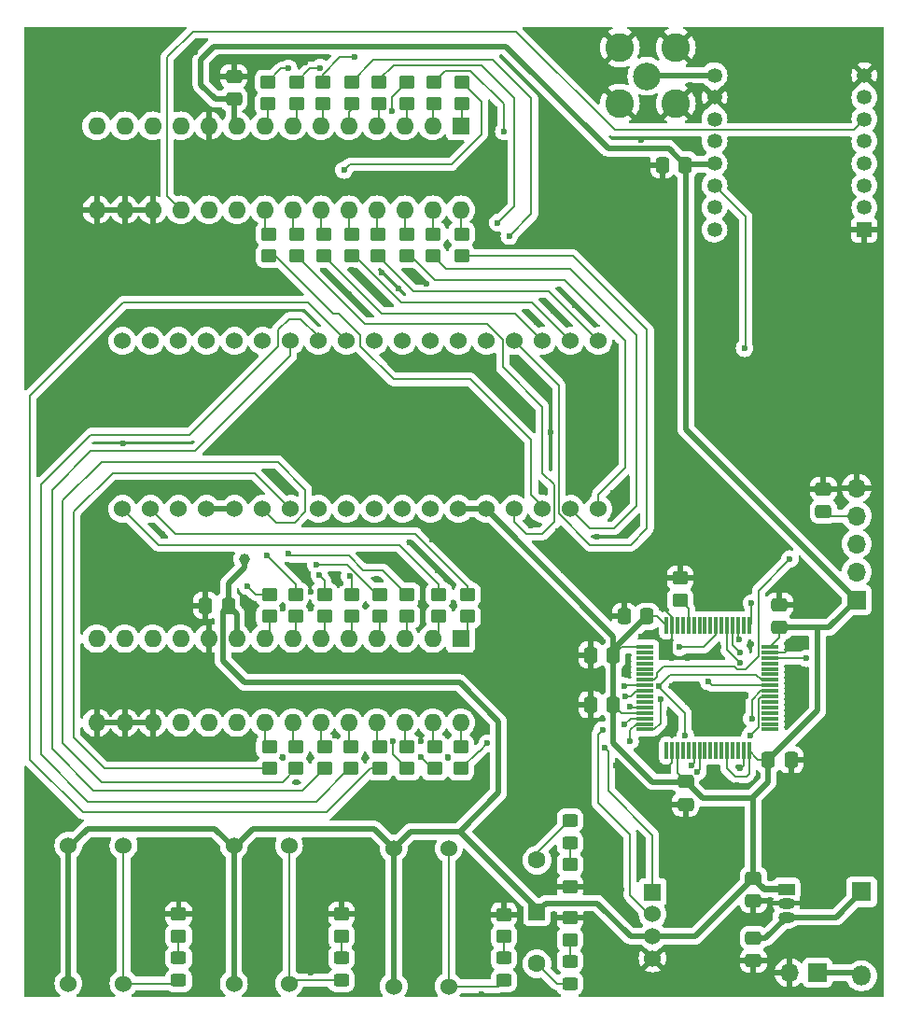
<source format=gbr>
%TF.GenerationSoftware,KiCad,Pcbnew,8.0.3*%
%TF.CreationDate,2024-07-31T08:37:56+01:00*%
%TF.ProjectId,controller,636f6e74-726f-46c6-9c65-722e6b696361,rev?*%
%TF.SameCoordinates,Original*%
%TF.FileFunction,Copper,L1,Top*%
%TF.FilePolarity,Positive*%
%FSLAX46Y46*%
G04 Gerber Fmt 4.6, Leading zero omitted, Abs format (unit mm)*
G04 Created by KiCad (PCBNEW 8.0.3) date 2024-07-31 08:37:56*
%MOMM*%
%LPD*%
G01*
G04 APERTURE LIST*
G04 Aperture macros list*
%AMRoundRect*
0 Rectangle with rounded corners*
0 $1 Rounding radius*
0 $2 $3 $4 $5 $6 $7 $8 $9 X,Y pos of 4 corners*
0 Add a 4 corners polygon primitive as box body*
4,1,4,$2,$3,$4,$5,$6,$7,$8,$9,$2,$3,0*
0 Add four circle primitives for the rounded corners*
1,1,$1+$1,$2,$3*
1,1,$1+$1,$4,$5*
1,1,$1+$1,$6,$7*
1,1,$1+$1,$8,$9*
0 Add four rect primitives between the rounded corners*
20,1,$1+$1,$2,$3,$4,$5,0*
20,1,$1+$1,$4,$5,$6,$7,0*
20,1,$1+$1,$6,$7,$8,$9,0*
20,1,$1+$1,$8,$9,$2,$3,0*%
G04 Aperture macros list end*
%TA.AperFunction,SMDPad,CuDef*%
%ADD10RoundRect,0.250000X0.450000X-0.350000X0.450000X0.350000X-0.450000X0.350000X-0.450000X-0.350000X0*%
%TD*%
%TA.AperFunction,ComponentPad*%
%ADD11R,1.700000X1.700000*%
%TD*%
%TA.AperFunction,ComponentPad*%
%ADD12O,1.700000X1.700000*%
%TD*%
%TA.AperFunction,SMDPad,CuDef*%
%ADD13RoundRect,0.250000X-0.450000X0.350000X-0.450000X-0.350000X0.450000X-0.350000X0.450000X0.350000X0*%
%TD*%
%TA.AperFunction,SMDPad,CuDef*%
%ADD14RoundRect,0.250000X0.450000X-0.325000X0.450000X0.325000X-0.450000X0.325000X-0.450000X-0.325000X0*%
%TD*%
%TA.AperFunction,SMDPad,CuDef*%
%ADD15RoundRect,0.250000X-0.337500X-0.475000X0.337500X-0.475000X0.337500X0.475000X-0.337500X0.475000X0*%
%TD*%
%TA.AperFunction,SMDPad,CuDef*%
%ADD16RoundRect,0.250000X-0.475000X0.337500X-0.475000X-0.337500X0.475000X-0.337500X0.475000X0.337500X0*%
%TD*%
%TA.AperFunction,SMDPad,CuDef*%
%ADD17RoundRect,0.250000X0.337500X0.475000X-0.337500X0.475000X-0.337500X-0.475000X0.337500X-0.475000X0*%
%TD*%
%TA.AperFunction,ComponentPad*%
%ADD18R,1.500000X1.050000*%
%TD*%
%TA.AperFunction,ComponentPad*%
%ADD19O,1.500000X1.050000*%
%TD*%
%TA.AperFunction,ComponentPad*%
%ADD20C,2.600000*%
%TD*%
%TA.AperFunction,ComponentPad*%
%ADD21C,2.500000*%
%TD*%
%TA.AperFunction,SMDPad,CuDef*%
%ADD22RoundRect,0.250000X0.475000X-0.337500X0.475000X0.337500X-0.475000X0.337500X-0.475000X-0.337500X0*%
%TD*%
%TA.AperFunction,ComponentPad*%
%ADD23R,1.524000X1.524000*%
%TD*%
%TA.AperFunction,ComponentPad*%
%ADD24C,1.524000*%
%TD*%
%TA.AperFunction,SMDPad,CuDef*%
%ADD25RoundRect,0.250000X-0.450000X0.325000X-0.450000X-0.325000X0.450000X-0.325000X0.450000X0.325000X0*%
%TD*%
%TA.AperFunction,ComponentPad*%
%ADD26R,1.350000X1.350000*%
%TD*%
%TA.AperFunction,ComponentPad*%
%ADD27C,1.350000*%
%TD*%
%TA.AperFunction,ComponentPad*%
%ADD28R,1.600000X1.600000*%
%TD*%
%TA.AperFunction,ComponentPad*%
%ADD29O,1.600000X1.600000*%
%TD*%
%TA.AperFunction,SMDPad,CuDef*%
%ADD30RoundRect,0.075000X-0.700000X-0.075000X0.700000X-0.075000X0.700000X0.075000X-0.700000X0.075000X0*%
%TD*%
%TA.AperFunction,SMDPad,CuDef*%
%ADD31RoundRect,0.075000X-0.075000X-0.700000X0.075000X-0.700000X0.075000X0.700000X-0.075000X0.700000X0*%
%TD*%
%TA.AperFunction,ComponentPad*%
%ADD32R,1.500000X1.500000*%
%TD*%
%TA.AperFunction,ComponentPad*%
%ADD33C,1.600000*%
%TD*%
%TA.AperFunction,ComponentPad*%
%ADD34R,1.800000X1.800000*%
%TD*%
%TA.AperFunction,ComponentPad*%
%ADD35O,1.800000X1.800000*%
%TD*%
%TA.AperFunction,ViaPad*%
%ADD36C,0.600000*%
%TD*%
%TA.AperFunction,ViaPad*%
%ADD37C,1.000000*%
%TD*%
%TA.AperFunction,Conductor*%
%ADD38C,0.200000*%
%TD*%
%TA.AperFunction,Conductor*%
%ADD39C,0.500000*%
%TD*%
G04 APERTURE END LIST*
D10*
%TO.P,R33,1*%
%TO.N,Net-(U10-3a)*%
X113265000Y-115515000D03*
%TO.P,R33,2*%
%TO.N,Net-(U9-GPA0)*%
X113265000Y-113515000D03*
%TD*%
D11*
%TO.P,J1,1,Pin_1*%
%TO.N,+3V3*%
X166545000Y-100215000D03*
D12*
%TO.P,J1,2,Pin_2*%
%TO.N,/mcu/SWCLK*%
X166545000Y-97675000D03*
%TO.P,J1,3,Pin_3*%
%TO.N,/mcu/SWDIO*%
X166545000Y-95135000D03*
%TO.P,J1,4,Pin_4*%
%TO.N,/mcu/RESET*%
X166545000Y-92595000D03*
%TO.P,J1,5,Pin_5*%
%TO.N,GND*%
X166545000Y-90055000D03*
%TD*%
D10*
%TO.P,R7,1*%
%TO.N,GND*%
X140545000Y-126215000D03*
%TO.P,R7,2*%
%TO.N,Net-(D6-K)*%
X140545000Y-124215000D03*
%TD*%
D13*
%TO.P,R35,1*%
%TO.N,Net-(U10-4g)*%
X115665000Y-99715000D03*
%TO.P,R35,2*%
%TO.N,Net-(U9-GPB6)*%
X115665000Y-101715000D03*
%TD*%
D14*
%TO.P,D6,1,K*%
%TO.N,Net-(D6-K)*%
X140545000Y-122265000D03*
%TO.P,D6,2,A*%
%TO.N,TRISTATE_DOWN*%
X140545000Y-120215000D03*
%TD*%
D15*
%TO.P,C10,1*%
%TO.N,GND*%
X148925000Y-60750000D03*
%TO.P,C10,2*%
%TO.N,+3V3*%
X151000000Y-60750000D03*
%TD*%
D13*
%TO.P,R14,1*%
%TO.N,Net-(U8-GPA3)*%
X120725000Y-67015000D03*
%TO.P,R14,2*%
%TO.N,Net-(U10-1d)*%
X120725000Y-69015000D03*
%TD*%
D15*
%TO.P,C7,1*%
%TO.N,GND*%
X142425000Y-109715000D03*
%TO.P,C7,2*%
%TO.N,+3V3*%
X144500000Y-109715000D03*
%TD*%
D16*
%TO.P,C2,1*%
%TO.N,+9V*%
X157185000Y-130870000D03*
%TO.P,C2,2*%
%TO.N,GND*%
X157185000Y-132945000D03*
%TD*%
D17*
%TO.P,C5,1*%
%TO.N,GND*%
X160620000Y-114715000D03*
%TO.P,C5,2*%
%TO.N,+3V3*%
X158545000Y-114715000D03*
%TD*%
D18*
%TO.P,U6,1,VO*%
%TO.N,+3V3*%
X160185000Y-126445000D03*
D19*
%TO.P,U6,2,GND*%
%TO.N,GND*%
X160185000Y-127715000D03*
%TO.P,U6,3,VI*%
%TO.N,+9V*%
X160185000Y-128985000D03*
%TD*%
D10*
%TO.P,R27,1*%
%TO.N,Net-(U10-3g)*%
X128265000Y-115515000D03*
%TO.P,R27,2*%
%TO.N,Net-(U9-GPA6)*%
X128265000Y-113515000D03*
%TD*%
D13*
%TO.P,R16,1*%
%TO.N,Net-(U8-GPA1)*%
X115725000Y-67015000D03*
%TO.P,R16,2*%
%TO.N,Net-(U10-1b)*%
X115725000Y-69015000D03*
%TD*%
D20*
%TO.P,J2,1*%
%TO.N,GND*%
X150152500Y-55180000D03*
X150152500Y-50100000D03*
X145072500Y-55180000D03*
X145072500Y-50100000D03*
D21*
%TO.P,J2,2*%
%TO.N,Net-(U5-ANT)*%
X147512500Y-52715000D03*
%TD*%
D13*
%TO.P,R36,1*%
%TO.N,Net-(U10-4f)*%
X118265000Y-99715000D03*
%TO.P,R36,2*%
%TO.N,Net-(U9-GPB5)*%
X118265000Y-101715000D03*
%TD*%
D22*
%TO.P,C8,1*%
%TO.N,GND*%
X151045000Y-118752500D03*
%TO.P,C8,2*%
%TO.N,+3V3*%
X151045000Y-116677500D03*
%TD*%
D10*
%TO.P,R32,1*%
%TO.N,Net-(U10-3b)*%
X115665000Y-115515000D03*
%TO.P,R32,2*%
%TO.N,Net-(U9-GPA1)*%
X115665000Y-113515000D03*
%TD*%
%TO.P,R31,1*%
%TO.N,Net-(U10-3c)*%
X118265000Y-115515000D03*
%TO.P,R31,2*%
%TO.N,Net-(U9-GPA2)*%
X118265000Y-113515000D03*
%TD*%
D23*
%TO.P,U1,1,A0*%
%TO.N,ADC_IN1*%
X148045000Y-126715000D03*
D24*
%TO.P,U1,2,A1*%
%TO.N,ADC_IN2*%
X148045000Y-128715000D03*
%TO.P,U1,3,PWR*%
%TO.N,+3V3*%
X148045000Y-130715000D03*
%TO.P,U1,4,GND*%
%TO.N,GND*%
X148045000Y-132715000D03*
%TD*%
D13*
%TO.P,R41,1*%
%TO.N,Net-(U10-4a)*%
X131265000Y-99715000D03*
%TO.P,R41,2*%
%TO.N,Net-(U9-GPB0)*%
X131265000Y-101715000D03*
%TD*%
%TO.P,R15,1*%
%TO.N,Net-(U8-GPA2)*%
X118225000Y-67015000D03*
%TO.P,R15,2*%
%TO.N,Net-(U10-1c)*%
X118225000Y-69015000D03*
%TD*%
D16*
%TO.P,C4,1*%
%TO.N,GND*%
X159545000Y-100640000D03*
%TO.P,C4,2*%
%TO.N,+3V3*%
X159545000Y-102715000D03*
%TD*%
D25*
%TO.P,D4,1,K*%
%TO.N,Net-(D4-K)*%
X105045000Y-132665000D03*
%TO.P,D4,2,A*%
%TO.N,BTN_RELEASE_POD*%
X105045000Y-134715000D03*
%TD*%
D10*
%TO.P,R26,1*%
%TO.N,Net-(U10-dp3)*%
X130665000Y-115515000D03*
%TO.P,R26,2*%
%TO.N,Net-(U9-GPA7)*%
X130665000Y-113515000D03*
%TD*%
D25*
%TO.P,D5,1,K*%
%TO.N,Net-(D5-K)*%
X140545000Y-132966000D03*
%TO.P,D5,2,A*%
%TO.N,TRISTATE_UP*%
X140545000Y-135016000D03*
%TD*%
D13*
%TO.P,R10,1*%
%TO.N,Net-(U8-GPA7)*%
X130725000Y-67015000D03*
%TO.P,R10,2*%
%TO.N,Net-(U10-dp1)*%
X130725000Y-69015000D03*
%TD*%
D10*
%TO.P,R3,1*%
%TO.N,Net-(D2-K)*%
X119795000Y-130715000D03*
%TO.P,R3,2*%
%TO.N,GND*%
X119795000Y-128715000D03*
%TD*%
D26*
%TO.P,U5,1,GND*%
%TO.N,GND*%
X167252500Y-66622500D03*
D27*
%TO.P,U5,2,MISO*%
%TO.N,MISO*%
X167252500Y-64622500D03*
%TO.P,U5,3,MOSI*%
%TO.N,MOSI*%
X167252500Y-62622500D03*
%TO.P,U5,4,SCK*%
%TO.N,SCK*%
X167252500Y-60622500D03*
%TO.P,U5,5,NSS*%
%TO.N,CS_RADIO*%
X167252500Y-58622500D03*
%TO.P,U5,6,RESET*%
%TO.N,RESET_IO*%
X167252500Y-56622500D03*
%TO.P,U5,7,DIO5*%
%TO.N,unconnected-(U5-DIO5-Pad7)*%
X167252500Y-54622500D03*
%TO.P,U5,8,GND*%
%TO.N,GND*%
X167252500Y-52622500D03*
%TO.P,U5,9,ANT*%
%TO.N,Net-(U5-ANT)*%
X153652500Y-52622500D03*
%TO.P,U5,10,GND*%
%TO.N,GND*%
X153652500Y-54622500D03*
%TO.P,U5,11,DIO3*%
%TO.N,unconnected-(U5-DIO3-Pad11)*%
X153652500Y-56622500D03*
%TO.P,U5,12,DIO4*%
%TO.N,unconnected-(U5-DIO4-Pad12)*%
X153652500Y-58622500D03*
%TO.P,U5,13,3.3V*%
%TO.N,+3V3*%
X153652500Y-60622500D03*
%TO.P,U5,14,DIO0*%
%TO.N,RADIO_DONE*%
X153652500Y-62622500D03*
%TO.P,U5,15,DIO1*%
%TO.N,unconnected-(U5-DIO1-Pad15)*%
X153652500Y-64622500D03*
%TO.P,U5,16,DIO2*%
%TO.N,unconnected-(U5-DIO2-Pad16)*%
X153652500Y-66622500D03*
%TD*%
D13*
%TO.P,R6,1*%
%TO.N,GND*%
X140545000Y-129016000D03*
%TO.P,R6,2*%
%TO.N,Net-(D5-K)*%
X140545000Y-131016000D03*
%TD*%
D24*
%TO.P,S2,1*%
%TO.N,BTN_REQ_CODE*%
X129545000Y-122750000D03*
%TO.P,S2,2*%
X129545000Y-135250000D03*
%TO.P,S2,3*%
%TO.N,+3V3*%
X124545000Y-122750000D03*
%TO.P,S2,4*%
X124545000Y-135250000D03*
%TD*%
D16*
%TO.P,C3,1*%
%TO.N,+3V3*%
X157185000Y-125445000D03*
%TO.P,C3,2*%
%TO.N,GND*%
X157185000Y-127520000D03*
%TD*%
D10*
%TO.P,R19,1*%
%TO.N,Net-(U8-GPB6)*%
X115725000Y-55215000D03*
%TO.P,R19,2*%
%TO.N,Net-(U10-2g)*%
X115725000Y-53215000D03*
%TD*%
%TO.P,R25,1*%
%TO.N,Net-(U8-GPB0)*%
X130725000Y-55215000D03*
%TO.P,R25,2*%
%TO.N,Net-(U10-2a)*%
X130725000Y-53215000D03*
%TD*%
D28*
%TO.P,U9,1,GPB0*%
%TO.N,Net-(U9-GPB0)*%
X130625000Y-103715000D03*
D29*
%TO.P,U9,2,GPB1*%
%TO.N,Net-(U9-GPB1)*%
X128085000Y-103715000D03*
%TO.P,U9,3,GPB2*%
%TO.N,Net-(U9-GPB2)*%
X125545000Y-103715000D03*
%TO.P,U9,4,GPB3*%
%TO.N,Net-(U9-GPB3)*%
X123005000Y-103715000D03*
%TO.P,U9,5,GPB4*%
%TO.N,Net-(U9-GPB4)*%
X120465000Y-103715000D03*
%TO.P,U9,6,GPB5*%
%TO.N,Net-(U9-GPB5)*%
X117925000Y-103715000D03*
%TO.P,U9,7,GPB6*%
%TO.N,Net-(U9-GPB6)*%
X115385000Y-103715000D03*
%TO.P,U9,8,GPB7*%
%TO.N,Net-(U9-GPB7)*%
X112845000Y-103715000D03*
%TO.P,U9,9,VDD*%
%TO.N,+3V3*%
X110305000Y-103715000D03*
%TO.P,U9,10,VSS*%
%TO.N,GND*%
X107765000Y-103715000D03*
%TO.P,U9,11,~{CS}*%
%TO.N,CS_IO3-4*%
X105225000Y-103715000D03*
%TO.P,U9,12,SCK*%
%TO.N,SCK*%
X102685000Y-103715000D03*
%TO.P,U9,13,SI*%
%TO.N,MOSI*%
X100145000Y-103715000D03*
%TO.P,U9,14,SO*%
%TO.N,MISO*%
X97605000Y-103715000D03*
%TO.P,U9,15,A0*%
%TO.N,GND*%
X97605000Y-111335000D03*
%TO.P,U9,16,A1*%
X100145000Y-111335000D03*
%TO.P,U9,17,A2*%
X102685000Y-111335000D03*
%TO.P,U9,18,~{RESET}*%
%TO.N,RESET_IO*%
X105225000Y-111335000D03*
%TO.P,U9,19,INTB*%
%TO.N,unconnected-(U9-INTB-Pad19)*%
X107765000Y-111335000D03*
%TO.P,U9,20,INTA*%
%TO.N,unconnected-(U9-INTA-Pad20)*%
X110305000Y-111335000D03*
%TO.P,U9,21,GPA0*%
%TO.N,Net-(U9-GPA0)*%
X112845000Y-111335000D03*
%TO.P,U9,22,GPA1*%
%TO.N,Net-(U9-GPA1)*%
X115385000Y-111335000D03*
%TO.P,U9,23,GPA2*%
%TO.N,Net-(U9-GPA2)*%
X117925000Y-111335000D03*
%TO.P,U9,24,GPA3*%
%TO.N,Net-(U9-GPA3)*%
X120465000Y-111335000D03*
%TO.P,U9,25,GPA4*%
%TO.N,Net-(U9-GPA4)*%
X123005000Y-111335000D03*
%TO.P,U9,26,GPA5*%
%TO.N,Net-(U9-GPA5)*%
X125545000Y-111335000D03*
%TO.P,U9,27,GPA6*%
%TO.N,Net-(U9-GPA6)*%
X128085000Y-111335000D03*
%TO.P,U9,28,GPA7*%
%TO.N,Net-(U9-GPA7)*%
X130625000Y-111335000D03*
%TD*%
D25*
%TO.P,D3,1,K*%
%TO.N,Net-(D3-K)*%
X134545000Y-132690000D03*
%TO.P,D3,2,A*%
%TO.N,BTN_REQ_CODE*%
X134545000Y-134740000D03*
%TD*%
D15*
%TO.P,C9,1*%
%TO.N,GND*%
X142425000Y-105215000D03*
%TO.P,C9,2*%
%TO.N,+3V3*%
X144500000Y-105215000D03*
%TD*%
D13*
%TO.P,R12,1*%
%TO.N,Net-(U8-GPA5)*%
X125725000Y-67015000D03*
%TO.P,R12,2*%
%TO.N,Net-(U10-1f)*%
X125725000Y-69015000D03*
%TD*%
D10*
%TO.P,R22,1*%
%TO.N,Net-(U8-GPB3)*%
X123225000Y-55215000D03*
%TO.P,R22,2*%
%TO.N,Net-(U10-2d)*%
X123225000Y-53215000D03*
%TD*%
D13*
%TO.P,R37,1*%
%TO.N,Net-(U10-4e)*%
X120765000Y-99715000D03*
%TO.P,R37,2*%
%TO.N,Net-(U9-GPB4)*%
X120765000Y-101715000D03*
%TD*%
D10*
%TO.P,R23,1*%
%TO.N,Net-(U8-GPB2)*%
X125725000Y-55215000D03*
%TO.P,R23,2*%
%TO.N,Net-(U10-2c)*%
X125725000Y-53215000D03*
%TD*%
%TO.P,R4,1*%
%TO.N,Net-(D3-K)*%
X134545000Y-130740000D03*
%TO.P,R4,2*%
%TO.N,GND*%
X134545000Y-128740000D03*
%TD*%
D30*
%TO.P,U4,1,VBAT*%
%TO.N,+3V3*%
X147370000Y-104465000D03*
%TO.P,U4,2,PC13*%
%TO.N,unconnected-(U4-PC13-Pad2)*%
X147370000Y-104965000D03*
%TO.P,U4,3,PC14*%
%TO.N,unconnected-(U4-PC14-Pad3)*%
X147370000Y-105465000D03*
%TO.P,U4,4,PC15*%
%TO.N,unconnected-(U4-PC15-Pad4)*%
X147370000Y-105965000D03*
%TO.P,U4,5,PH0*%
%TO.N,unconnected-(U4-PH0-Pad5)*%
X147370000Y-106465000D03*
%TO.P,U4,6,PH1*%
%TO.N,unconnected-(U4-PH1-Pad6)*%
X147370000Y-106965000D03*
%TO.P,U4,7,NRST*%
%TO.N,/mcu/RESET*%
X147370000Y-107465000D03*
%TO.P,U4,8,PC0*%
%TO.N,ADC_IN1*%
X147370000Y-107965000D03*
%TO.P,U4,9,PC1*%
%TO.N,ADC_IN2*%
X147370000Y-108465000D03*
%TO.P,U4,10,PC2*%
%TO.N,unconnected-(U4-PC2-Pad10)*%
X147370000Y-108965000D03*
%TO.P,U4,11,PC3*%
%TO.N,unconnected-(U4-PC3-Pad11)*%
X147370000Y-109465000D03*
%TO.P,U4,12,VSSA*%
%TO.N,GND*%
X147370000Y-109965000D03*
%TO.P,U4,13,VDDA*%
%TO.N,+3V3*%
X147370000Y-110465000D03*
%TO.P,U4,14,PA0*%
%TO.N,CS_IO1-2*%
X147370000Y-110965000D03*
%TO.P,U4,15,PA1*%
%TO.N,CS_IO3-4*%
X147370000Y-111465000D03*
%TO.P,U4,16,PA2*%
%TO.N,CS_RADIO*%
X147370000Y-111965000D03*
D31*
%TO.P,U4,17,PA3*%
%TO.N,unconnected-(U4-PA3-Pad17)*%
X149295000Y-113890000D03*
%TO.P,U4,18,VSS*%
%TO.N,GND*%
X149795000Y-113890000D03*
%TO.P,U4,19,VDD*%
%TO.N,+3V3*%
X150295000Y-113890000D03*
%TO.P,U4,20,PA4*%
%TO.N,unconnected-(U4-PA4-Pad20)*%
X150795000Y-113890000D03*
%TO.P,U4,21,PA5*%
%TO.N,unconnected-(U4-PA5-Pad21)*%
X151295000Y-113890000D03*
%TO.P,U4,22,PA6*%
%TO.N,MISO*%
X151795000Y-113890000D03*
%TO.P,U4,23,PA7*%
%TO.N,MOSI*%
X152295000Y-113890000D03*
%TO.P,U4,24,PC4*%
%TO.N,unconnected-(U4-PC4-Pad24)*%
X152795000Y-113890000D03*
%TO.P,U4,25,PC5*%
%TO.N,unconnected-(U4-PC5-Pad25)*%
X153295000Y-113890000D03*
%TO.P,U4,26,PB0*%
%TO.N,unconnected-(U4-PB0-Pad26)*%
X153795000Y-113890000D03*
%TO.P,U4,27,PB1*%
%TO.N,unconnected-(U4-PB1-Pad27)*%
X154295000Y-113890000D03*
%TO.P,U4,28,PB2*%
%TO.N,+3V3*%
X154795000Y-113890000D03*
%TO.P,U4,29,PB10*%
%TO.N,unconnected-(U4-PB10-Pad29)*%
X155295000Y-113890000D03*
%TO.P,U4,30,PB11*%
%TO.N,unconnected-(U4-PB11-Pad30)*%
X155795000Y-113890000D03*
%TO.P,U4,31,VSS*%
%TO.N,GND*%
X156295000Y-113890000D03*
%TO.P,U4,32,VDD*%
%TO.N,+3V3*%
X156795000Y-113890000D03*
D30*
%TO.P,U4,33,PB12*%
%TO.N,unconnected-(U4-PB12-Pad33)*%
X158720000Y-111965000D03*
%TO.P,U4,34,PB13*%
%TO.N,unconnected-(U4-PB13-Pad34)*%
X158720000Y-111465000D03*
%TO.P,U4,35,PB14*%
%TO.N,unconnected-(U4-PB14-Pad35)*%
X158720000Y-110965000D03*
%TO.P,U4,36,PB15*%
%TO.N,unconnected-(U4-PB15-Pad36)*%
X158720000Y-110465000D03*
%TO.P,U4,37,PC6*%
%TO.N,unconnected-(U4-PC6-Pad37)*%
X158720000Y-109965000D03*
%TO.P,U4,38,PC7*%
%TO.N,unconnected-(U4-PC7-Pad38)*%
X158720000Y-109465000D03*
%TO.P,U4,39,PC8*%
%TO.N,TRISTATE_DOWN*%
X158720000Y-108965000D03*
%TO.P,U4,40,PC9*%
%TO.N,TRISTATE_UP*%
X158720000Y-108465000D03*
%TO.P,U4,41,PA8*%
%TO.N,RADIO_DONE*%
X158720000Y-107965000D03*
%TO.P,U4,42,PA9*%
%TO.N,RESET_IO*%
X158720000Y-107465000D03*
%TO.P,U4,43,PA10*%
%TO.N,unconnected-(U4-PA10-Pad43)*%
X158720000Y-106965000D03*
%TO.P,U4,44,PA11*%
%TO.N,unconnected-(U4-PA11-Pad44)*%
X158720000Y-106465000D03*
%TO.P,U4,45,PA12*%
%TO.N,unconnected-(U4-PA12-Pad45)*%
X158720000Y-105965000D03*
%TO.P,U4,46,PA13*%
%TO.N,/mcu/SWDIO*%
X158720000Y-105465000D03*
%TO.P,U4,47,VSS*%
%TO.N,GND*%
X158720000Y-104965000D03*
%TO.P,U4,48,VDDUSB*%
%TO.N,+3V3*%
X158720000Y-104465000D03*
D31*
%TO.P,U4,49,PA14*%
%TO.N,/mcu/SWCLK*%
X156795000Y-102540000D03*
%TO.P,U4,50,PA15*%
%TO.N,unconnected-(U4-PA15-Pad50)*%
X156295000Y-102540000D03*
%TO.P,U4,51,PC10*%
%TO.N,BTN_SEND_CODE*%
X155795000Y-102540000D03*
%TO.P,U4,52,PC11*%
%TO.N,BTN_REQ_CODE*%
X155295000Y-102540000D03*
%TO.P,U4,53,PC12*%
%TO.N,BTN_RELEASE_POD*%
X154795000Y-102540000D03*
%TO.P,U4,54,PD2*%
%TO.N,unconnected-(U4-PD2-Pad54)*%
X154295000Y-102540000D03*
%TO.P,U4,55,PB3*%
%TO.N,SCK*%
X153795000Y-102540000D03*
%TO.P,U4,56,PB4*%
%TO.N,unconnected-(U4-PB4-Pad56)*%
X153295000Y-102540000D03*
%TO.P,U4,57,PB5*%
%TO.N,unconnected-(U4-PB5-Pad57)*%
X152795000Y-102540000D03*
%TO.P,U4,58,PB6*%
%TO.N,unconnected-(U4-PB6-Pad58)*%
X152295000Y-102540000D03*
%TO.P,U4,59,PB7*%
%TO.N,unconnected-(U4-PB7-Pad59)*%
X151795000Y-102540000D03*
%TO.P,U4,60,BOOT0*%
%TO.N,Net-(U4-BOOT0)*%
X151295000Y-102540000D03*
%TO.P,U4,61,PB8*%
%TO.N,unconnected-(U4-PB8-Pad61)*%
X150795000Y-102540000D03*
%TO.P,U4,62,PB9*%
%TO.N,unconnected-(U4-PB9-Pad62)*%
X150295000Y-102540000D03*
%TO.P,U4,63,VSS*%
%TO.N,GND*%
X149795000Y-102540000D03*
%TO.P,U4,64,VDD*%
%TO.N,+3V3*%
X149295000Y-102540000D03*
%TD*%
D24*
%TO.P,U10,1,1e*%
%TO.N,Net-(U10-1e)*%
X143115000Y-76715000D03*
%TO.P,U10,2,1d*%
%TO.N,Net-(U10-1d)*%
X140575000Y-76715000D03*
%TO.P,U10,3,1c*%
%TO.N,Net-(U10-1c)*%
X138035000Y-76715000D03*
%TO.P,U10,4,dp1*%
%TO.N,Net-(U10-dp1)*%
X135495000Y-76715000D03*
%TO.P,U10,5,2e*%
%TO.N,Net-(U10-2e)*%
X132955000Y-76715000D03*
%TO.P,U10,6,2d*%
%TO.N,Net-(U10-2d)*%
X130415000Y-76715000D03*
%TO.P,U10,7,2g*%
%TO.N,Net-(U10-2g)*%
X127875000Y-76715000D03*
%TO.P,U10,8,2c*%
%TO.N,Net-(U10-2c)*%
X125335000Y-76715000D03*
%TO.P,U10,9,dp2*%
%TO.N,Net-(U10-dp2)*%
X122795000Y-76715000D03*
%TO.P,U10,10,3e*%
%TO.N,Net-(U10-3e)*%
X120255000Y-76715000D03*
%TO.P,U10,11,3d*%
%TO.N,Net-(U10-3d)*%
X117715000Y-76715000D03*
%TO.P,U10,12,3c*%
%TO.N,Net-(U10-3c)*%
X115175000Y-76715000D03*
%TO.P,U10,13,dp3*%
%TO.N,Net-(U10-dp3)*%
X112635000Y-76715000D03*
%TO.P,U10,14,4e*%
%TO.N,Net-(U10-4e)*%
X110095000Y-76715000D03*
%TO.P,U10,15,4d*%
%TO.N,Net-(U10-4d)*%
X107555000Y-76715000D03*
%TO.P,U10,16,4g*%
%TO.N,Net-(U10-4g)*%
X105015000Y-76715000D03*
%TO.P,U10,17,4c*%
%TO.N,Net-(U10-4c)*%
X102475000Y-76715000D03*
%TO.P,U10,18,dp4*%
%TO.N,Net-(U10-dp4)*%
X99935000Y-76715000D03*
%TO.P,U10,19,4b*%
%TO.N,Net-(U10-4b)*%
X99935000Y-91955000D03*
%TO.P,U10,20,4a*%
%TO.N,Net-(U10-4a)*%
X102475000Y-91955000D03*
%TO.P,U10,21,4f*%
%TO.N,Net-(U10-4f)*%
X105015000Y-91955000D03*
%TO.P,U10,22,digit4*%
%TO.N,+3V3*%
X107555000Y-91955000D03*
%TO.P,U10,23,digit3*%
X110095000Y-91955000D03*
%TO.P,U10,24,3b*%
%TO.N,Net-(U10-3b)*%
X112635000Y-91955000D03*
%TO.P,U10,25,3a*%
%TO.N,Net-(U10-3a)*%
X115175000Y-91955000D03*
%TO.P,U10,26,3g*%
%TO.N,Net-(U10-3g)*%
X117715000Y-91955000D03*
%TO.P,U10,27,3f*%
%TO.N,Net-(U10-3f)*%
X120255000Y-91955000D03*
%TO.P,U10,28,2b*%
%TO.N,Net-(U10-2b)*%
X122795000Y-91955000D03*
%TO.P,U10,29,2a*%
%TO.N,Net-(U10-2a)*%
X125335000Y-91955000D03*
%TO.P,U10,30,2f*%
%TO.N,Net-(U10-2f)*%
X127875000Y-91955000D03*
%TO.P,U10,31,digit2*%
%TO.N,+3V3*%
X130415000Y-91955000D03*
%TO.P,U10,32,digit1*%
X132955000Y-91955000D03*
%TO.P,U10,33,1b*%
%TO.N,Net-(U10-1b)*%
X135495000Y-91955000D03*
%TO.P,U10,34,1a*%
%TO.N,Net-(U10-1a)*%
X138035000Y-91955000D03*
%TO.P,U10,35,1g*%
%TO.N,Net-(U10-1g)*%
X140575000Y-91955000D03*
%TO.P,U10,36,1f*%
%TO.N,Net-(U10-1f)*%
X143115000Y-91955000D03*
%TD*%
D13*
%TO.P,R40,1*%
%TO.N,Net-(U10-4b)*%
X128665000Y-99715000D03*
%TO.P,R40,2*%
%TO.N,Net-(U9-GPB1)*%
X128665000Y-101715000D03*
%TD*%
D10*
%TO.P,R5,1*%
%TO.N,Net-(D4-K)*%
X105045000Y-130715000D03*
%TO.P,R5,2*%
%TO.N,GND*%
X105045000Y-128715000D03*
%TD*%
%TO.P,R21,1*%
%TO.N,Net-(U8-GPB4)*%
X120725000Y-55215000D03*
%TO.P,R21,2*%
%TO.N,Net-(U10-2e)*%
X120725000Y-53215000D03*
%TD*%
D13*
%TO.P,R34,1*%
%TO.N,Net-(U10-dp4)*%
X113265000Y-99715000D03*
%TO.P,R34,2*%
%TO.N,Net-(U9-GPB7)*%
X113265000Y-101715000D03*
%TD*%
D32*
%TO.P,SW5,1,3*%
%TO.N,+3V3*%
X137545000Y-128516000D03*
D33*
%TO.P,SW5,2,1*%
%TO.N,TRISTATE_UP*%
X137545000Y-133215000D03*
%TO.P,SW5,3,4*%
%TO.N,TRISTATE_DOWN*%
X137545000Y-123817000D03*
%TD*%
D10*
%TO.P,R9,1*%
%TO.N,Net-(U4-BOOT0)*%
X150545000Y-100215000D03*
%TO.P,R9,2*%
%TO.N,GND*%
X150545000Y-98215000D03*
%TD*%
D13*
%TO.P,R13,1*%
%TO.N,Net-(U8-GPA4)*%
X123125000Y-67015000D03*
%TO.P,R13,2*%
%TO.N,Net-(U10-1e)*%
X123125000Y-69015000D03*
%TD*%
D34*
%TO.P,D1,1,K*%
%TO.N,+9V*%
X167000000Y-126690000D03*
D35*
%TO.P,D1,2,A*%
%TO.N,/power/batt*%
X167000000Y-134310000D03*
%TD*%
D10*
%TO.P,R2,1*%
%TO.N,Net-(U10-3e)*%
X123265000Y-115515000D03*
%TO.P,R2,2*%
%TO.N,Net-(U9-GPA4)*%
X123265000Y-113515000D03*
%TD*%
D15*
%TO.P,C12,1*%
%TO.N,GND*%
X107470000Y-100715000D03*
%TO.P,C12,2*%
%TO.N,+3V3*%
X109545000Y-100715000D03*
%TD*%
D10*
%TO.P,R1,1*%
%TO.N,Net-(U10-3f)*%
X125765000Y-115515000D03*
%TO.P,R1,2*%
%TO.N,Net-(U9-GPA5)*%
X125765000Y-113515000D03*
%TD*%
%TO.P,R30,1*%
%TO.N,Net-(U10-3d)*%
X120665000Y-115515000D03*
%TO.P,R30,2*%
%TO.N,Net-(U9-GPA3)*%
X120665000Y-113515000D03*
%TD*%
%TO.P,R24,1*%
%TO.N,Net-(U8-GPB1)*%
X128225000Y-55215000D03*
%TO.P,R24,2*%
%TO.N,Net-(U10-2b)*%
X128225000Y-53215000D03*
%TD*%
D13*
%TO.P,R17,1*%
%TO.N,Net-(U8-GPA0)*%
X113225000Y-67015000D03*
%TO.P,R17,2*%
%TO.N,Net-(U10-1a)*%
X113225000Y-69015000D03*
%TD*%
D28*
%TO.P,U8,1,GPB0*%
%TO.N,Net-(U8-GPB0)*%
X130625000Y-57215000D03*
D29*
%TO.P,U8,2,GPB1*%
%TO.N,Net-(U8-GPB1)*%
X128085000Y-57215000D03*
%TO.P,U8,3,GPB2*%
%TO.N,Net-(U8-GPB2)*%
X125545000Y-57215000D03*
%TO.P,U8,4,GPB3*%
%TO.N,Net-(U8-GPB3)*%
X123005000Y-57215000D03*
%TO.P,U8,5,GPB4*%
%TO.N,Net-(U8-GPB4)*%
X120465000Y-57215000D03*
%TO.P,U8,6,GPB5*%
%TO.N,Net-(U8-GPB5)*%
X117925000Y-57215000D03*
%TO.P,U8,7,GPB6*%
%TO.N,Net-(U8-GPB6)*%
X115385000Y-57215000D03*
%TO.P,U8,8,GPB7*%
%TO.N,Net-(U8-GPB7)*%
X112845000Y-57215000D03*
%TO.P,U8,9,VDD*%
%TO.N,+3V3*%
X110305000Y-57215000D03*
%TO.P,U8,10,VSS*%
%TO.N,GND*%
X107765000Y-57215000D03*
%TO.P,U8,11,~{CS}*%
%TO.N,CS_IO1-2*%
X105225000Y-57215000D03*
%TO.P,U8,12,SCK*%
%TO.N,SCK*%
X102685000Y-57215000D03*
%TO.P,U8,13,SI*%
%TO.N,MOSI*%
X100145000Y-57215000D03*
%TO.P,U8,14,SO*%
%TO.N,MISO*%
X97605000Y-57215000D03*
%TO.P,U8,15,A0*%
%TO.N,GND*%
X97605000Y-64835000D03*
%TO.P,U8,16,A1*%
X100145000Y-64835000D03*
%TO.P,U8,17,A2*%
X102685000Y-64835000D03*
%TO.P,U8,18,~{RESET}*%
%TO.N,RESET_IO*%
X105225000Y-64835000D03*
%TO.P,U8,19,INTB*%
%TO.N,unconnected-(U8-INTB-Pad19)*%
X107765000Y-64835000D03*
%TO.P,U8,20,INTA*%
%TO.N,unconnected-(U8-INTA-Pad20)*%
X110305000Y-64835000D03*
%TO.P,U8,21,GPA0*%
%TO.N,Net-(U8-GPA0)*%
X112845000Y-64835000D03*
%TO.P,U8,22,GPA1*%
%TO.N,Net-(U8-GPA1)*%
X115385000Y-64835000D03*
%TO.P,U8,23,GPA2*%
%TO.N,Net-(U8-GPA2)*%
X117925000Y-64835000D03*
%TO.P,U8,24,GPA3*%
%TO.N,Net-(U8-GPA3)*%
X120465000Y-64835000D03*
%TO.P,U8,25,GPA4*%
%TO.N,Net-(U8-GPA4)*%
X123005000Y-64835000D03*
%TO.P,U8,26,GPA5*%
%TO.N,Net-(U8-GPA5)*%
X125545000Y-64835000D03*
%TO.P,U8,27,GPA6*%
%TO.N,Net-(U8-GPA6)*%
X128085000Y-64835000D03*
%TO.P,U8,28,GPA7*%
%TO.N,Net-(U8-GPA7)*%
X130625000Y-64835000D03*
%TD*%
D25*
%TO.P,D2,1,K*%
%TO.N,Net-(D2-K)*%
X119795000Y-132665000D03*
%TO.P,D2,2,A*%
%TO.N,BTN_SEND_CODE*%
X119795000Y-134715000D03*
%TD*%
D24*
%TO.P,S3,1*%
%TO.N,BTN_RELEASE_POD*%
X100045000Y-122500000D03*
%TO.P,S3,2*%
X100045000Y-135000000D03*
%TO.P,S3,3*%
%TO.N,+3V3*%
X95045000Y-122500000D03*
%TO.P,S3,4*%
X95045000Y-135000000D03*
%TD*%
D10*
%TO.P,R18,1*%
%TO.N,Net-(U8-GPB7)*%
X113125000Y-55215000D03*
%TO.P,R18,2*%
%TO.N,Net-(U10-dp2)*%
X113125000Y-53215000D03*
%TD*%
D24*
%TO.P,S1,1*%
%TO.N,BTN_SEND_CODE*%
X115045000Y-122500000D03*
%TO.P,S1,2*%
X115045000Y-135000000D03*
%TO.P,S1,3*%
%TO.N,+3V3*%
X110045000Y-122500000D03*
%TO.P,S1,4*%
X110045000Y-135000000D03*
%TD*%
D10*
%TO.P,R20,1*%
%TO.N,Net-(U8-GPB5)*%
X118125000Y-55215000D03*
%TO.P,R20,2*%
%TO.N,Net-(U10-2f)*%
X118125000Y-53215000D03*
%TD*%
D13*
%TO.P,R38,1*%
%TO.N,Net-(U10-4d)*%
X123265000Y-99715000D03*
%TO.P,R38,2*%
%TO.N,Net-(U9-GPB3)*%
X123265000Y-101715000D03*
%TD*%
D15*
%TO.P,C6,1*%
%TO.N,GND*%
X145470000Y-101715000D03*
%TO.P,C6,2*%
%TO.N,+3V3*%
X147545000Y-101715000D03*
%TD*%
D13*
%TO.P,R11,1*%
%TO.N,Net-(U8-GPA6)*%
X128125000Y-67015000D03*
%TO.P,R11,2*%
%TO.N,Net-(U10-1g)*%
X128125000Y-69015000D03*
%TD*%
D11*
%TO.P,J3,1,+*%
%TO.N,/power/batt*%
X163000000Y-134025000D03*
D12*
%TO.P,J3,2,-*%
%TO.N,GND*%
X160460000Y-134025000D03*
%TD*%
D13*
%TO.P,R39,1*%
%TO.N,Net-(U10-4c)*%
X125765000Y-99715000D03*
%TO.P,R39,2*%
%TO.N,Net-(U9-GPB2)*%
X125765000Y-101715000D03*
%TD*%
D16*
%TO.P,C14,1*%
%TO.N,GND*%
X110045000Y-52715000D03*
%TO.P,C14,2*%
%TO.N,+3V3*%
X110045000Y-54790000D03*
%TD*%
%TO.P,C1,1*%
%TO.N,GND*%
X163545000Y-90140000D03*
%TO.P,C1,2*%
%TO.N,/mcu/RESET*%
X163545000Y-92215000D03*
%TD*%
D36*
%TO.N,GND*%
X125000000Y-79000000D03*
X138000000Y-90000000D03*
X127000000Y-134500000D03*
X146000000Y-109865000D03*
X99000000Y-113500000D03*
X130500000Y-109500000D03*
X103045000Y-78715000D03*
X155000000Y-135500000D03*
X137500000Y-135000000D03*
X125500000Y-62500000D03*
X161500000Y-120000000D03*
X95000000Y-49500000D03*
X116250000Y-81500000D03*
X147000000Y-103500000D03*
X127000000Y-131000000D03*
X120000000Y-86000000D03*
X122500000Y-134500000D03*
X105500000Y-124000000D03*
X163500000Y-56000000D03*
X167500000Y-104500000D03*
X134000000Y-59500000D03*
X102500000Y-54000000D03*
X127500000Y-82000000D03*
X105500000Y-71500000D03*
X134000000Y-126500000D03*
X120000000Y-106000000D03*
X149750000Y-108000000D03*
X122250000Y-123750000D03*
X148000000Y-64250000D03*
X95500000Y-54000000D03*
X126000000Y-70500000D03*
X115500000Y-106000000D03*
X129500000Y-112500000D03*
X115045000Y-87215000D03*
X149750000Y-125750000D03*
X113000000Y-51500000D03*
X118500000Y-70500000D03*
X149750000Y-131750000D03*
X140500000Y-87500000D03*
X139500000Y-78500000D03*
X123000000Y-72500000D03*
X131000000Y-89500000D03*
X134500000Y-96000000D03*
X114500000Y-114500000D03*
X168000000Y-131500000D03*
X97000000Y-93000000D03*
X127000000Y-127500000D03*
X125000000Y-86000000D03*
X116500000Y-51500000D03*
X138000000Y-81000000D03*
X125500000Y-59000000D03*
X161000000Y-123500000D03*
X156000000Y-59500000D03*
X110000000Y-67500000D03*
X109500000Y-109500000D03*
X144750000Y-115250000D03*
X151250000Y-105500000D03*
X109000000Y-80500000D03*
X131000000Y-79000000D03*
X156000000Y-115500000D03*
X129500000Y-114500000D03*
X140000000Y-97500000D03*
X92000000Y-53500000D03*
X92000000Y-66000000D03*
X101000000Y-67500000D03*
X97000000Y-97500000D03*
X122500000Y-90000000D03*
X103500000Y-123500000D03*
X167500000Y-78500000D03*
X122250000Y-96500000D03*
X142500000Y-53000000D03*
X101000000Y-90000000D03*
X113500000Y-59500000D03*
X128000000Y-59000000D03*
X110500000Y-78500000D03*
X142500000Y-107500000D03*
X147500000Y-49500000D03*
X166500000Y-131500000D03*
X138750000Y-85000000D03*
X101000000Y-71500000D03*
X123500000Y-109500000D03*
X149750000Y-127250000D03*
X103500000Y-113500000D03*
X139000000Y-74000000D03*
X105545000Y-74715000D03*
X156000000Y-111500000D03*
X147500000Y-55500000D03*
X129500000Y-66000000D03*
X168000000Y-75000000D03*
X156500000Y-129250000D03*
X117000000Y-101000000D03*
X139500000Y-114000000D03*
X145750000Y-107000000D03*
X143500000Y-107250000D03*
X163000000Y-88000000D03*
X117000000Y-134000000D03*
X144000000Y-83000000D03*
X158500000Y-78500000D03*
X97500000Y-59500000D03*
X167000000Y-49500000D03*
X96500000Y-72000000D03*
X148000000Y-135500000D03*
X112500000Y-127000000D03*
X125000000Y-72000000D03*
X163000000Y-118000000D03*
X109500000Y-90000000D03*
X163000000Y-78500000D03*
X167500000Y-88000000D03*
X160000000Y-53500000D03*
X127500000Y-71500000D03*
X120500000Y-62500000D03*
X138500000Y-49500000D03*
X118000000Y-90000000D03*
X167000000Y-114000000D03*
X156500000Y-88000000D03*
X111500000Y-113500000D03*
X145000000Y-123250000D03*
X120500000Y-72500000D03*
X123500000Y-106000000D03*
X92500000Y-134500000D03*
X168000000Y-108500000D03*
X106000000Y-90000000D03*
X105000000Y-127000000D03*
X131000000Y-86000000D03*
X156000000Y-93000000D03*
X112500000Y-131000000D03*
X146500000Y-129500000D03*
X105500000Y-55000000D03*
X105045000Y-83715000D03*
X108000000Y-129500000D03*
X163000000Y-84000000D03*
X141750000Y-111250000D03*
X142000000Y-108250000D03*
X133000000Y-79500000D03*
X139000000Y-100500000D03*
X156500000Y-109000000D03*
X101500000Y-126500000D03*
X106500000Y-50500000D03*
X102500000Y-109000000D03*
X92000000Y-59500000D03*
X160000000Y-132000000D03*
X139000000Y-108500000D03*
X160500000Y-74500000D03*
X103500000Y-105500000D03*
X131500000Y-96000000D03*
X123000000Y-62500000D03*
X100500000Y-59500000D03*
X123000000Y-98250000D03*
X144500000Y-90500000D03*
X145250000Y-126500000D03*
X120750000Y-70250000D03*
X147000000Y-118000000D03*
X105000000Y-109500000D03*
X109045000Y-86715000D03*
X121000000Y-83000000D03*
X128000000Y-79000000D03*
X102000000Y-63000000D03*
X113545000Y-81500000D03*
X146250000Y-128750000D03*
X106500000Y-113500000D03*
X146750000Y-99500000D03*
X160000000Y-59500000D03*
X152500000Y-135000000D03*
X149750000Y-105500000D03*
X157000000Y-104250000D03*
X112500000Y-123500000D03*
X137000000Y-93500000D03*
X115500000Y-109500000D03*
X132000000Y-112500000D03*
X117545000Y-85215000D03*
X115750000Y-116750000D03*
X123500000Y-70500000D03*
X139000000Y-104500000D03*
X142000000Y-60000000D03*
X108000000Y-133750000D03*
X99500000Y-81000000D03*
X100000000Y-95000000D03*
X107000000Y-63000000D03*
X131000000Y-62000000D03*
X167000000Y-118500000D03*
X140500000Y-83000000D03*
X151500000Y-53500000D03*
X151250000Y-58750000D03*
X97500000Y-131000000D03*
X153000000Y-127000000D03*
X119750000Y-98750000D03*
X143000000Y-130000000D03*
X101500000Y-98500000D03*
X168000000Y-71000000D03*
X147000000Y-123250000D03*
X106250000Y-78250000D03*
X92000000Y-77500000D03*
X123500000Y-81000000D03*
X143000000Y-125500000D03*
X131500000Y-133500000D03*
X144000000Y-87500000D03*
X92500000Y-128500000D03*
X114500000Y-101000000D03*
X117000000Y-131000000D03*
X100500000Y-84000000D03*
X97000000Y-67000000D03*
X146500000Y-97500000D03*
X97000000Y-109500000D03*
X156000000Y-97500000D03*
X107000000Y-109500000D03*
X122500000Y-86500000D03*
X132500000Y-136000000D03*
X112500000Y-133750000D03*
X156500000Y-56000000D03*
X135500000Y-123500000D03*
X128045000Y-94715000D03*
X141000000Y-73500000D03*
X164000000Y-95000000D03*
X149500000Y-110500000D03*
X142000000Y-115500000D03*
X114500000Y-72000000D03*
X163500000Y-53500000D03*
X147250000Y-113500000D03*
X107000000Y-59500000D03*
X153250000Y-109500000D03*
X126500000Y-109500000D03*
X120500000Y-79000000D03*
X117500000Y-59000000D03*
X135500000Y-114000000D03*
X122045000Y-100715000D03*
X133000000Y-115000000D03*
X117000000Y-114500000D03*
X110500000Y-63000000D03*
X117000000Y-79000000D03*
X127500000Y-123500000D03*
X155500000Y-122000000D03*
X164000000Y-131500000D03*
X115045000Y-90215000D03*
X102500000Y-49500000D03*
X154500000Y-124500000D03*
X97500000Y-134000000D03*
X105500000Y-105500000D03*
X167500000Y-84000000D03*
X122000000Y-114500000D03*
X128000000Y-86000000D03*
X117000000Y-127500000D03*
X161250000Y-107250000D03*
X134000000Y-63500000D03*
X149750000Y-128500000D03*
X92500000Y-118500000D03*
X122500000Y-131000000D03*
X145500000Y-128000000D03*
X146000000Y-133000000D03*
X120000000Y-109500000D03*
X138500000Y-67500000D03*
X143500000Y-97500000D03*
X97500000Y-62500000D03*
X131000000Y-82000000D03*
X146750000Y-61000000D03*
X120000000Y-89500000D03*
X105000000Y-97000000D03*
X133500000Y-56500000D03*
X93000000Y-87000000D03*
X137500000Y-126000000D03*
X149750000Y-129500000D03*
X117500000Y-62500000D03*
X111545000Y-83215000D03*
X108500000Y-52000000D03*
X135500000Y-82000000D03*
X127000000Y-113000000D03*
X144000000Y-78500000D03*
X154000000Y-49500000D03*
X149250000Y-115500000D03*
X160000000Y-56000000D03*
X97000000Y-78500000D03*
X154000000Y-104500000D03*
X152500000Y-132500000D03*
X110000000Y-71500000D03*
X164500000Y-108500000D03*
X158500000Y-128500000D03*
X97500000Y-123500000D03*
X139000000Y-56500000D03*
X134500000Y-108500000D03*
X99500000Y-101000000D03*
X129500000Y-68000000D03*
X139500000Y-94000000D03*
X156500000Y-84000000D03*
X130000000Y-100500000D03*
X111500000Y-106000000D03*
X122500000Y-127500000D03*
X137500000Y-131000000D03*
X92500000Y-120500000D03*
X151500000Y-51500000D03*
X142500000Y-132250000D03*
X141750000Y-112250000D03*
X97000000Y-106500000D03*
X123000000Y-59000000D03*
X117000000Y-99500000D03*
X147000000Y-58500000D03*
X156500000Y-63000000D03*
X92000000Y-70500000D03*
X144000000Y-70000000D03*
X142500000Y-50000000D03*
X163000000Y-114000000D03*
X143000000Y-135000000D03*
X99500000Y-106500000D03*
X138500000Y-62000000D03*
X99500000Y-109500000D03*
X156500000Y-53500000D03*
X101500000Y-133000000D03*
X110500000Y-59500000D03*
X113500000Y-63000000D03*
X111545000Y-74715000D03*
X117500000Y-123500000D03*
X160500000Y-49500000D03*
X92500000Y-124000000D03*
X135000000Y-100500000D03*
X108000000Y-123500000D03*
X131500000Y-130500000D03*
X127045000Y-100500000D03*
X142500000Y-123250000D03*
X155750000Y-117000000D03*
X134500000Y-86000000D03*
X149000000Y-71000000D03*
X103545000Y-94215000D03*
X162500000Y-100000000D03*
X149000000Y-67000000D03*
X128000000Y-89500000D03*
X164000000Y-71000000D03*
X137500000Y-75000000D03*
X135500000Y-78500000D03*
X143000000Y-94500000D03*
X125000000Y-89500000D03*
X131500000Y-125500000D03*
X97000000Y-101500000D03*
X101500000Y-129500000D03*
X143000000Y-66500000D03*
X167000000Y-123500000D03*
X97000000Y-83500000D03*
X126045000Y-98215000D03*
X126500000Y-106000000D03*
X105500000Y-67500000D03*
X153250000Y-112250000D03*
X128000000Y-62500000D03*
X111500000Y-101000000D03*
X126000000Y-95000000D03*
X108000000Y-127000000D03*
X151250000Y-109500000D03*
X135000000Y-104500000D03*
X100000000Y-86000000D03*
X105000000Y-101000000D03*
X165000000Y-67000000D03*
X161250000Y-110000000D03*
X93000000Y-83000000D03*
X97500000Y-127500000D03*
X119250000Y-112500000D03*
X130500000Y-106000000D03*
X161000000Y-104000000D03*
X128500000Y-97500000D03*
%TO.N,/mcu/RESET*%
X160500000Y-96500000D03*
D37*
%TO.N,+3V3*%
X111000000Y-96500000D03*
D36*
%TO.N,/mcu/SWCLK*%
X157000000Y-100500000D03*
%TO.N,/mcu/SWDIO*%
X162000000Y-105500000D03*
%TO.N,Net-(U10-dp2)*%
X115000000Y-52000000D03*
%TO.N,Net-(U10-2g)*%
X117853579Y-51957892D03*
%TO.N,Net-(U10-2f)*%
X121000000Y-51000000D03*
%TO.N,Net-(U10-2e)*%
X135045000Y-67215000D03*
%TO.N,Net-(U10-2d)*%
X134000000Y-66000000D03*
%TO.N,Net-(U10-2c)*%
X124357515Y-55886540D03*
%TO.N,Net-(U10-2b)*%
X134545000Y-57715000D03*
%TO.N,Net-(U10-2a)*%
X120045000Y-61215000D03*
%TO.N,Net-(U10-dp3)*%
X133045000Y-113215000D03*
%TO.N,Net-(U10-3g)*%
X127000000Y-114500000D03*
%TO.N,Net-(U10-3f)*%
X124446813Y-112999696D03*
%TO.N,Net-(U10-dp4)*%
X111295000Y-98965000D03*
%TO.N,Net-(U10-4g)*%
X113045000Y-96215000D03*
%TO.N,Net-(U10-4f)*%
X117795000Y-97965000D03*
%TO.N,Net-(U10-4e)*%
X120545000Y-98063530D03*
%TO.N,Net-(U10-4d)*%
X117500000Y-97000000D03*
%TO.N,Net-(U10-4c)*%
X115000000Y-96000000D03*
%TO.N,BTN_SEND_CODE*%
X155895000Y-103782641D03*
%TO.N,BTN_REQ_CODE*%
X156000000Y-105000000D03*
%TO.N,BTN_RELEASE_POD*%
X156000000Y-105900000D03*
%TO.N,TRISTATE_UP*%
X157045000Y-110963605D03*
%TO.N,TRISTATE_DOWN*%
X156900000Y-112500000D03*
%TO.N,RESET_IO*%
X151000000Y-112500000D03*
X148645000Y-108008347D03*
%TO.N,ADC_IN1*%
X143700000Y-113624265D03*
X145500000Y-108000000D03*
%TO.N,ADC_IN2*%
X143500000Y-112000000D03*
X145548235Y-108987060D03*
%TO.N,SCK*%
X150500000Y-104500000D03*
%TO.N,CS_IO3-4*%
X146000000Y-113000000D03*
%TO.N,MISO*%
X151545000Y-115215000D03*
%TO.N,MOSI*%
X152110687Y-115780687D03*
%TO.N,CS_IO1-2*%
X145500000Y-111500000D03*
%TO.N,RADIO_DONE*%
X153100000Y-107600000D03*
X156380000Y-77380000D03*
%TO.N,CS_RADIO*%
X148750000Y-109250000D03*
%TD*%
D38*
%TO.N,GND*%
X156295000Y-115205000D02*
X156000000Y-115500000D01*
X149795000Y-101732590D02*
X147562410Y-99500000D01*
X147370000Y-109965000D02*
X146100000Y-109965000D01*
X149795000Y-113890000D02*
X149795000Y-114955000D01*
X149795000Y-105455000D02*
X149750000Y-105500000D01*
X147562410Y-99500000D02*
X146750000Y-99500000D01*
X158720000Y-104965000D02*
X160035000Y-104965000D01*
X146100000Y-109965000D02*
X146000000Y-109865000D01*
X149795000Y-102540000D02*
X149795000Y-102545000D01*
X149795000Y-102540000D02*
X149795000Y-105455000D01*
X149795000Y-114955000D02*
X149250000Y-115500000D01*
X160035000Y-104965000D02*
X161000000Y-104000000D01*
X156295000Y-113890000D02*
X156295000Y-115205000D01*
X149795000Y-102545000D02*
X149795000Y-101732590D01*
%TO.N,/mcu/RESET*%
X148177410Y-107465000D02*
X148445000Y-107197410D01*
X155501471Y-106250000D02*
X155751471Y-106500000D01*
X149000000Y-106250000D02*
X155501471Y-106250000D01*
X157645000Y-105355000D02*
X157645000Y-99355000D01*
X156500000Y-106500000D02*
X157645000Y-105355000D01*
X148445000Y-106805000D02*
X149000000Y-106250000D01*
X166545000Y-92595000D02*
X163925000Y-92595000D01*
X157645000Y-99355000D02*
X160500000Y-96500000D01*
X163925000Y-92595000D02*
X163545000Y-92215000D01*
X148445000Y-107197410D02*
X148445000Y-106805000D01*
X147370000Y-107465000D02*
X148177410Y-107465000D01*
X155751471Y-106500000D02*
X156500000Y-106500000D01*
D39*
%TO.N,+9V*%
X158300000Y-130870000D02*
X160185000Y-128985000D01*
X164705000Y-128985000D02*
X167000000Y-126690000D01*
X160185000Y-128985000D02*
X164705000Y-128985000D01*
X157185000Y-130870000D02*
X158300000Y-130870000D01*
%TO.N,+3V3*%
X144500000Y-105215000D02*
X144500000Y-104760000D01*
X110095000Y-91955000D02*
X107555000Y-91955000D01*
X95045000Y-122715000D02*
X95045000Y-135000000D01*
D38*
X157620000Y-114715000D02*
X156795000Y-113890000D01*
D39*
X107045000Y-51215000D02*
X108260000Y-50000000D01*
D38*
X148470000Y-101715000D02*
X149295000Y-102540000D01*
D39*
X124545000Y-122750000D02*
X126080000Y-121215000D01*
X144500000Y-103500000D02*
X132955000Y-91955000D01*
D38*
X151045000Y-116677500D02*
X150295000Y-115927500D01*
D39*
X130545000Y-107715000D02*
X134045000Y-111215000D01*
X110045000Y-122715000D02*
X111760000Y-121000000D01*
X108260000Y-50000000D02*
X134750000Y-50000000D01*
X122795000Y-121000000D02*
X124545000Y-122750000D01*
X151915000Y-130715000D02*
X157185000Y-125445000D01*
X148045000Y-130715000D02*
X146045000Y-130715000D01*
D38*
X159545000Y-103640000D02*
X159545000Y-102715000D01*
D39*
X157185000Y-125445000D02*
X157185000Y-118355000D01*
X110045000Y-56955000D02*
X110305000Y-57215000D01*
X157045000Y-118215000D02*
X158545000Y-116715000D01*
X151045000Y-84715000D02*
X151045000Y-60795000D01*
X148045000Y-130715000D02*
X151915000Y-130715000D01*
D38*
X156545000Y-116215000D02*
X156795000Y-115965000D01*
D39*
X111000000Y-96500000D02*
X111000000Y-97260000D01*
X109545000Y-100715000D02*
X109045000Y-101215000D01*
X149500000Y-59250000D02*
X151000000Y-60750000D01*
X111000000Y-97260000D02*
X109545000Y-98715000D01*
X109045000Y-101215000D02*
X109045000Y-105715000D01*
X146045000Y-130715000D02*
X143045000Y-127715000D01*
D38*
X156795000Y-113890000D02*
X156795000Y-115965000D01*
X144500000Y-109715000D02*
X145250000Y-110465000D01*
D39*
X163000000Y-110260000D02*
X163000000Y-102715000D01*
X159545000Y-102715000D02*
X164045000Y-102715000D01*
X96760000Y-121000000D02*
X95045000Y-122715000D01*
X151045000Y-116677500D02*
X152582500Y-118215000D01*
X144500000Y-104760000D02*
X147545000Y-101715000D01*
X157185000Y-125445000D02*
X158180000Y-126440000D01*
X111045000Y-107715000D02*
X130545000Y-107715000D01*
X108370000Y-54790000D02*
X107045000Y-53465000D01*
X110045000Y-122715000D02*
X108330000Y-121000000D01*
X134045000Y-117715000D02*
X130545000Y-121215000D01*
D38*
X155545000Y-116215000D02*
X154795000Y-115465000D01*
D39*
X148045000Y-116715000D02*
X151007500Y-116715000D01*
X110045000Y-135000000D02*
X110045000Y-122715000D01*
D38*
X150295000Y-115927500D02*
X150295000Y-113890000D01*
D39*
X143045000Y-127715000D02*
X138346000Y-127715000D01*
X130545000Y-121215000D02*
X137545000Y-128215000D01*
D38*
X144500000Y-105215000D02*
X145250000Y-104465000D01*
D39*
X157185000Y-118355000D02*
X157045000Y-118215000D01*
X144500000Y-109715000D02*
X144500000Y-113170000D01*
D38*
X145250000Y-110465000D02*
X147370000Y-110465000D01*
D39*
X108330000Y-121000000D02*
X96760000Y-121000000D01*
X110045000Y-54790000D02*
X110045000Y-56955000D01*
X126080000Y-121215000D02*
X130545000Y-121215000D01*
X137545000Y-128215000D02*
X137545000Y-128516000D01*
D38*
X158720000Y-104465000D02*
X159545000Y-103640000D01*
D39*
X163000000Y-102715000D02*
X159545000Y-102715000D01*
X110305000Y-101475000D02*
X109545000Y-100715000D01*
D38*
X154795000Y-115465000D02*
X154795000Y-113890000D01*
D39*
X166545000Y-100215000D02*
X151045000Y-84715000D01*
X144500000Y-113170000D02*
X148045000Y-116715000D01*
X110045000Y-54790000D02*
X108370000Y-54790000D01*
X151035000Y-60715000D02*
X153560000Y-60715000D01*
X111760000Y-121000000D02*
X122795000Y-121000000D01*
X151007500Y-116715000D02*
X151045000Y-116677500D01*
X138346000Y-127715000D02*
X137545000Y-128516000D01*
D38*
X158545000Y-114715000D02*
X157620000Y-114715000D01*
D39*
X152582500Y-118215000D02*
X157045000Y-118215000D01*
X158185000Y-126445000D02*
X157185000Y-125445000D01*
X134750000Y-50000000D02*
X144000000Y-59250000D01*
X109545000Y-98715000D02*
X109545000Y-100715000D01*
X160185000Y-126445000D02*
X158185000Y-126445000D01*
X109045000Y-105715000D02*
X111045000Y-107715000D01*
X144500000Y-105215000D02*
X144500000Y-103500000D01*
X134045000Y-111215000D02*
X134045000Y-117715000D01*
X158545000Y-116715000D02*
X158545000Y-114715000D01*
X158180000Y-126440000D02*
X160185000Y-126440000D01*
X151045000Y-60795000D02*
X151000000Y-60750000D01*
X130415000Y-91955000D02*
X132955000Y-91955000D01*
D38*
X147545000Y-101715000D02*
X148470000Y-101715000D01*
D39*
X107045000Y-53465000D02*
X107045000Y-51215000D01*
D38*
X145250000Y-104465000D02*
X147370000Y-104465000D01*
D39*
X151000000Y-60750000D02*
X151035000Y-60715000D01*
X164045000Y-102715000D02*
X166545000Y-100215000D01*
X144000000Y-59250000D02*
X149500000Y-59250000D01*
X110305000Y-103715000D02*
X110305000Y-101475000D01*
X124545000Y-135250000D02*
X124545000Y-122750000D01*
X158545000Y-114715000D02*
X163000000Y-110260000D01*
X144500000Y-109715000D02*
X144500000Y-105215000D01*
D38*
X156545000Y-116215000D02*
X155545000Y-116215000D01*
%TO.N,/mcu/SWCLK*%
X157000000Y-102335000D02*
X156795000Y-102540000D01*
X157000000Y-100500000D02*
X157000000Y-102335000D01*
%TO.N,/mcu/SWDIO*%
X161965000Y-105465000D02*
X158720000Y-105465000D01*
X162000000Y-105500000D02*
X161965000Y-105465000D01*
D39*
%TO.N,Net-(U5-ANT)*%
X153652500Y-52622500D02*
X147605000Y-52622500D01*
D38*
%TO.N,Net-(U9-GPA5)*%
X125545000Y-113295000D02*
X125765000Y-113515000D01*
X125545000Y-111335000D02*
X125545000Y-113295000D01*
%TO.N,Net-(U4-BOOT0)*%
X151295000Y-102540000D02*
X151295000Y-100965000D01*
X151295000Y-100965000D02*
X150545000Y-100215000D01*
%TO.N,Net-(U8-GPA7)*%
X130625000Y-64835000D02*
X130625000Y-66915000D01*
X130625000Y-66915000D02*
X130725000Y-67015000D01*
%TO.N,Net-(U10-dp1)*%
X140845000Y-69015000D02*
X130725000Y-69015000D01*
X147545000Y-75715000D02*
X147545000Y-93715000D01*
X139513000Y-92394895D02*
X139513000Y-80733000D01*
X146045000Y-95215000D02*
X142333105Y-95215000D01*
X147545000Y-75715000D02*
X140845000Y-69015000D01*
X147545000Y-93715000D02*
X146045000Y-95215000D01*
X139513000Y-80733000D02*
X135495000Y-76715000D01*
X142333105Y-95215000D02*
X139513000Y-92394895D01*
%TO.N,Net-(U8-GPA6)*%
X128085000Y-66975000D02*
X128125000Y-67015000D01*
X128085000Y-64835000D02*
X128085000Y-66975000D01*
%TO.N,Net-(U10-1g)*%
X144545000Y-93715000D02*
X142335000Y-93715000D01*
X146545000Y-76215000D02*
X140545000Y-70215000D01*
X146545000Y-76215000D02*
X146545000Y-91715000D01*
X146545000Y-91715000D02*
X144545000Y-93715000D01*
X140545000Y-70215000D02*
X129325000Y-70215000D01*
X142335000Y-93715000D02*
X140575000Y-91955000D01*
X128125000Y-69015000D02*
X129325000Y-70215000D01*
%TO.N,Net-(U8-GPA5)*%
X125545000Y-64835000D02*
X125545000Y-66835000D01*
X125545000Y-66835000D02*
X125725000Y-67015000D01*
%TO.N,Net-(U10-1f)*%
X128320000Y-71215000D02*
X140045000Y-71215000D01*
X140045000Y-71215000D02*
X145545000Y-76715000D01*
X143115000Y-90645000D02*
X143115000Y-91955000D01*
X126120000Y-69015000D02*
X128320000Y-71215000D01*
X145545000Y-76715000D02*
X145545000Y-88215000D01*
X125725000Y-69015000D02*
X126120000Y-69015000D01*
X145545000Y-88215000D02*
X143115000Y-90645000D01*
%TO.N,Net-(U8-GPA4)*%
X123005000Y-66895000D02*
X123125000Y-67015000D01*
X123005000Y-64835000D02*
X123005000Y-66895000D01*
%TO.N,Net-(U10-1e)*%
X123125000Y-69015000D02*
X126325000Y-72215000D01*
X138615000Y-72215000D02*
X143115000Y-76715000D01*
X126325000Y-72215000D02*
X138615000Y-72215000D01*
%TO.N,Net-(U8-GPA3)*%
X120465000Y-64835000D02*
X120465000Y-66755000D01*
X120465000Y-66755000D02*
X120725000Y-67015000D01*
%TO.N,Net-(U10-1d)*%
X121015000Y-69015000D02*
X125215000Y-73215000D01*
X125215000Y-73215000D02*
X137075000Y-73215000D01*
X137075000Y-73215000D02*
X140575000Y-76715000D01*
X120725000Y-69015000D02*
X121015000Y-69015000D01*
%TO.N,Net-(U8-GPA2)*%
X117925000Y-64835000D02*
X117925000Y-66715000D01*
X117925000Y-66715000D02*
X118225000Y-67015000D01*
%TO.N,Net-(U10-1c)*%
X135535000Y-74215000D02*
X138035000Y-76715000D01*
X118225000Y-69015000D02*
X123425000Y-74215000D01*
X123425000Y-74215000D02*
X135535000Y-74215000D01*
%TO.N,Net-(U10-1b)*%
X138045000Y-94215000D02*
X136545000Y-94215000D01*
X135495000Y-93165000D02*
X135495000Y-91955000D01*
X121925000Y-75215000D02*
X132996895Y-75215000D01*
X132996895Y-75215000D02*
X134433000Y-76651105D01*
X115725000Y-69015000D02*
X121925000Y-75215000D01*
X139097000Y-89767000D02*
X139097000Y-93163000D01*
X138045000Y-82715000D02*
X138045000Y-88715000D01*
X136545000Y-94215000D02*
X135495000Y-93165000D01*
X139097000Y-93163000D02*
X138045000Y-94215000D01*
X138045000Y-88715000D02*
X139097000Y-89767000D01*
X134433000Y-76651105D02*
X134433000Y-79103000D01*
X134433000Y-79103000D02*
X138045000Y-82715000D01*
%TO.N,Net-(U8-GPA1)*%
X115385000Y-66675000D02*
X115725000Y-67015000D01*
X115385000Y-64835000D02*
X115385000Y-66675000D01*
%TO.N,Net-(U8-GPA0)*%
X112845000Y-66635000D02*
X113225000Y-67015000D01*
X112845000Y-64835000D02*
X112845000Y-66635000D01*
%TO.N,Net-(U10-1a)*%
X121545000Y-77215000D02*
X124545000Y-80215000D01*
X113225000Y-69015000D02*
X113845000Y-69015000D01*
X137045000Y-85715000D02*
X137045000Y-90695000D01*
X119545000Y-74215000D02*
X121545000Y-76215000D01*
X113845000Y-69015000D02*
X119045000Y-74215000D01*
X131545000Y-80215000D02*
X137045000Y-85715000D01*
X124545000Y-80215000D02*
X131545000Y-80215000D01*
X119045000Y-74215000D02*
X119545000Y-74215000D01*
X121545000Y-76215000D02*
X121545000Y-77215000D01*
X137045000Y-90695000D02*
X138305000Y-91955000D01*
%TO.N,Net-(U10-dp2)*%
X115000000Y-52000000D02*
X114340000Y-52000000D01*
X114340000Y-52000000D02*
X113125000Y-53215000D01*
%TO.N,Net-(U8-GPB7)*%
X113125000Y-56935000D02*
X112845000Y-57215000D01*
X113125000Y-55215000D02*
X113125000Y-56935000D01*
%TO.N,Net-(U10-2g)*%
X116982108Y-51957892D02*
X115725000Y-53215000D01*
X117853579Y-51957892D02*
X116982108Y-51957892D01*
%TO.N,Net-(U8-GPB6)*%
X115725000Y-55215000D02*
X115725000Y-56875000D01*
X115725000Y-56875000D02*
X115385000Y-57215000D01*
%TO.N,Net-(U8-GPB5)*%
X118125000Y-55215000D02*
X118125000Y-57015000D01*
X118125000Y-57015000D02*
X117925000Y-57215000D01*
%TO.N,Net-(U10-2f)*%
X118125000Y-52535000D02*
X118125000Y-53215000D01*
X121000000Y-51000000D02*
X119660000Y-51000000D01*
X119660000Y-51000000D02*
X118125000Y-52535000D01*
%TO.N,Net-(U8-GPB4)*%
X120725000Y-55215000D02*
X120725000Y-55715000D01*
X120725000Y-55715000D02*
X120465000Y-55975000D01*
X120465000Y-55975000D02*
X120465000Y-57215000D01*
%TO.N,Net-(U10-2e)*%
X122725000Y-51215000D02*
X133545000Y-51215000D01*
X133545000Y-51215000D02*
X137045000Y-54715000D01*
X137045000Y-65215000D02*
X135045000Y-67215000D01*
X120725000Y-53215000D02*
X122725000Y-51215000D01*
X137045000Y-54715000D02*
X137045000Y-65215000D01*
%TO.N,Net-(U10-2d)*%
X135500000Y-54670000D02*
X132545000Y-51715000D01*
X124545000Y-51715000D02*
X123225000Y-53035000D01*
X132545000Y-51715000D02*
X124545000Y-51715000D01*
X123225000Y-53035000D02*
X123225000Y-53215000D01*
X135500000Y-64500000D02*
X135500000Y-54670000D01*
X134000000Y-66000000D02*
X135500000Y-64500000D01*
%TO.N,Net-(U8-GPB3)*%
X123225000Y-55215000D02*
X123225000Y-56995000D01*
X123225000Y-56995000D02*
X123005000Y-57215000D01*
%TO.N,Net-(U10-2c)*%
X124357515Y-55886540D02*
X124357515Y-54582485D01*
X124357515Y-54582485D02*
X125725000Y-53215000D01*
%TO.N,Net-(U8-GPB2)*%
X125725000Y-57035000D02*
X125545000Y-57215000D01*
X125725000Y-55215000D02*
X125725000Y-57035000D01*
%TO.N,Net-(U8-GPB1)*%
X128225000Y-55715000D02*
X128085000Y-55855000D01*
X128085000Y-55855000D02*
X128085000Y-57215000D01*
X128225000Y-55215000D02*
X128225000Y-55715000D01*
%TO.N,Net-(U10-2b)*%
X129225000Y-52215000D02*
X128225000Y-53215000D01*
X131545000Y-52215000D02*
X129225000Y-52215000D01*
X134545000Y-55215000D02*
X131545000Y-52215000D01*
X134545000Y-57715000D02*
X134545000Y-55215000D01*
%TO.N,Net-(U10-2a)*%
X132500000Y-54990000D02*
X132500000Y-58000000D01*
X129785000Y-60715000D02*
X120545000Y-60715000D01*
X120545000Y-60715000D02*
X120045000Y-61215000D01*
X130725000Y-53215000D02*
X132500000Y-54990000D01*
X132500000Y-58000000D02*
X129785000Y-60715000D01*
%TO.N,Net-(U8-GPB0)*%
X130725000Y-55215000D02*
X130725000Y-57115000D01*
X130725000Y-57115000D02*
X130625000Y-57215000D01*
%TO.N,Net-(U10-dp3)*%
X132345000Y-113915000D02*
X132265000Y-113915000D01*
X133045000Y-113215000D02*
X132345000Y-113915000D01*
X132265000Y-113915000D02*
X130665000Y-115515000D01*
%TO.N,Net-(U9-GPA7)*%
X130625000Y-111335000D02*
X130625000Y-113475000D01*
X130625000Y-113475000D02*
X130665000Y-113515000D01*
%TO.N,Net-(U10-3g)*%
X128015000Y-115515000D02*
X128265000Y-115515000D01*
X127000000Y-114500000D02*
X128015000Y-115515000D01*
%TO.N,Net-(U9-GPA6)*%
X128085000Y-113335000D02*
X128265000Y-113515000D01*
X128085000Y-111335000D02*
X128085000Y-113335000D01*
%TO.N,Net-(U10-3f)*%
X124446813Y-114196813D02*
X125765000Y-115515000D01*
X124446813Y-112999696D02*
X124446813Y-114196813D01*
%TO.N,Net-(U10-3d)*%
X114045000Y-75715000D02*
X115045000Y-74715000D01*
X92545000Y-89715000D02*
X97045000Y-85215000D01*
X115045000Y-74715000D02*
X116130000Y-74715000D01*
X92545000Y-114215000D02*
X92545000Y-89715000D01*
X106045000Y-85215000D02*
X114045000Y-77215000D01*
X114045000Y-77215000D02*
X114045000Y-75715000D01*
X96830000Y-118500000D02*
X92545000Y-114215000D01*
X97045000Y-85215000D02*
X106045000Y-85215000D01*
X120485000Y-115515000D02*
X117500000Y-118500000D01*
X120665000Y-115515000D02*
X120485000Y-115515000D01*
X116130000Y-74715000D02*
X117715000Y-76300000D01*
X117500000Y-118500000D02*
X96830000Y-118500000D01*
X117715000Y-76300000D02*
X117715000Y-76715000D01*
%TO.N,Net-(U9-GPA3)*%
X120465000Y-111335000D02*
X120465000Y-113315000D01*
X120465000Y-113315000D02*
X120665000Y-113515000D01*
%TO.N,Net-(U9-GPA2)*%
X117925000Y-113175000D02*
X118265000Y-113515000D01*
X117925000Y-111335000D02*
X117925000Y-113175000D01*
%TO.N,Net-(U10-3c)*%
X118265000Y-115515000D02*
X116280000Y-117500000D01*
X97045000Y-86715000D02*
X106545000Y-86715000D01*
X116280000Y-117500000D02*
X97330000Y-117500000D01*
X115175000Y-78085000D02*
X115175000Y-76715000D01*
X97330000Y-117500000D02*
X93545000Y-113715000D01*
X93545000Y-90215000D02*
X97045000Y-86715000D01*
X106545000Y-86715000D02*
X115175000Y-78085000D01*
X93545000Y-113715000D02*
X93545000Y-90215000D01*
%TO.N,Net-(U10-3b)*%
X115545000Y-93215000D02*
X113895000Y-93215000D01*
X116545000Y-90215000D02*
X116545000Y-92215000D01*
X98045000Y-87715000D02*
X114045000Y-87715000D01*
X98045000Y-116715000D02*
X94545000Y-113215000D01*
X94545000Y-113215000D02*
X94545000Y-91215000D01*
X114045000Y-87715000D02*
X116545000Y-90215000D01*
X94545000Y-91215000D02*
X98045000Y-87715000D01*
X114465000Y-116715000D02*
X98045000Y-116715000D01*
X116545000Y-92215000D02*
X115545000Y-93215000D01*
X115665000Y-115515000D02*
X114465000Y-116715000D01*
X113895000Y-93215000D02*
X112635000Y-91955000D01*
%TO.N,Net-(U9-GPA1)*%
X115385000Y-113235000D02*
X115665000Y-113515000D01*
X115385000Y-111335000D02*
X115385000Y-113235000D01*
%TO.N,Net-(U9-GPA0)*%
X112845000Y-113095000D02*
X113265000Y-113515000D01*
X112845000Y-111335000D02*
X112845000Y-113095000D01*
%TO.N,Net-(U10-3a)*%
X98345000Y-115515000D02*
X95545000Y-112715000D01*
X99045000Y-88715000D02*
X111935000Y-88715000D01*
X95545000Y-92215000D02*
X99045000Y-88715000D01*
X113265000Y-115515000D02*
X98345000Y-115515000D01*
X111935000Y-88715000D02*
X115175000Y-91955000D01*
X95545000Y-112715000D02*
X95545000Y-92215000D01*
%TO.N,Net-(U9-GPB7)*%
X113265000Y-103295000D02*
X112845000Y-103715000D01*
X113265000Y-101715000D02*
X113265000Y-103295000D01*
%TO.N,Net-(U10-dp4)*%
X112045000Y-99715000D02*
X113265000Y-99715000D01*
X111295000Y-98965000D02*
X112045000Y-99715000D01*
%TO.N,Net-(U10-4g)*%
X115665000Y-98835000D02*
X113045000Y-96215000D01*
X115665000Y-99715000D02*
X115665000Y-98835000D01*
%TO.N,Net-(U9-GPB6)*%
X115665000Y-101715000D02*
X115665000Y-103435000D01*
X115665000Y-103435000D02*
X115385000Y-103715000D01*
%TO.N,Net-(U9-GPB5)*%
X118265000Y-103375000D02*
X117925000Y-103715000D01*
X118265000Y-101715000D02*
X118265000Y-103375000D01*
%TO.N,Net-(U10-4f)*%
X117795000Y-97965000D02*
X118265000Y-98435000D01*
X118265000Y-98435000D02*
X118265000Y-99715000D01*
%TO.N,Net-(U9-GPB4)*%
X120765000Y-101715000D02*
X120765000Y-103415000D01*
X120765000Y-103415000D02*
X120465000Y-103715000D01*
%TO.N,Net-(U10-4e)*%
X120545000Y-98063530D02*
X120765000Y-98283530D01*
X120765000Y-98283530D02*
X120765000Y-99715000D01*
%TO.N,Net-(U9-GPB3)*%
X123265000Y-103455000D02*
X123005000Y-103715000D01*
X123265000Y-101715000D02*
X123265000Y-103455000D01*
%TO.N,Net-(U10-4d)*%
X117500000Y-97000000D02*
X120330000Y-97000000D01*
X123045000Y-99715000D02*
X123265000Y-99715000D01*
X120330000Y-97000000D02*
X123045000Y-99715000D01*
%TO.N,Net-(U9-GPB2)*%
X125765000Y-103495000D02*
X125545000Y-103715000D01*
X125765000Y-101715000D02*
X125765000Y-103495000D01*
%TO.N,Net-(U10-4c)*%
X123550000Y-97500000D02*
X125765000Y-99715000D01*
X115215000Y-96215000D02*
X120465000Y-96215000D01*
X115000000Y-96000000D02*
X115215000Y-96215000D01*
X121750000Y-97500000D02*
X123550000Y-97500000D01*
X120465000Y-96215000D02*
X121750000Y-97500000D01*
%TO.N,Net-(U10-4b)*%
X125045000Y-95215000D02*
X103195000Y-95215000D01*
X103195000Y-95215000D02*
X99935000Y-91955000D01*
X128665000Y-99715000D02*
X128665000Y-98835000D01*
X128665000Y-98835000D02*
X125045000Y-95215000D01*
%TO.N,Net-(U9-GPB1)*%
X128665000Y-101715000D02*
X128665000Y-103135000D01*
X128665000Y-103135000D02*
X128085000Y-103715000D01*
%TO.N,Net-(U9-GPB0)*%
X131265000Y-101715000D02*
X131265000Y-103075000D01*
X131265000Y-103075000D02*
X130625000Y-103715000D01*
%TO.N,Net-(U10-4a)*%
X131265000Y-98935000D02*
X126545000Y-94215000D01*
X104735000Y-94215000D02*
X102475000Y-91955000D01*
X126545000Y-94215000D02*
X104735000Y-94215000D01*
X131265000Y-99715000D02*
X131265000Y-98935000D01*
%TO.N,BTN_SEND_CODE*%
X115045000Y-134715000D02*
X115045000Y-122715000D01*
X155795000Y-102540000D02*
X155795000Y-103682641D01*
X119795000Y-134715000D02*
X115045000Y-134715000D01*
X155795000Y-103682641D02*
X155895000Y-103782641D01*
%TO.N,BTN_REQ_CODE*%
X134545000Y-134740000D02*
X134035000Y-135250000D01*
X134035000Y-135250000D02*
X129545000Y-135250000D01*
X155295000Y-104295000D02*
X155295000Y-102540000D01*
X156000000Y-105000000D02*
X155295000Y-104295000D01*
X129545000Y-135250000D02*
X129545000Y-122715000D01*
%TO.N,BTN_RELEASE_POD*%
X104760000Y-135000000D02*
X100045000Y-135000000D01*
X100045000Y-135000000D02*
X100045000Y-122715000D01*
X155937617Y-105900000D02*
X154795000Y-104757383D01*
X105045000Y-134715000D02*
X104760000Y-135000000D01*
X154795000Y-104757383D02*
X154795000Y-102540000D01*
X156000000Y-105900000D02*
X155937617Y-105900000D01*
%TO.N,TRISTATE_UP*%
X157045000Y-110963605D02*
X157045000Y-109266904D01*
X157846904Y-108465000D02*
X158720000Y-108465000D01*
X139346000Y-135016000D02*
X137545000Y-133215000D01*
X140545000Y-135016000D02*
X139346000Y-135016000D01*
X157045000Y-109266904D02*
X157846904Y-108465000D01*
%TO.N,TRISTATE_DOWN*%
X157645000Y-109232590D02*
X157912590Y-108965000D01*
X157645000Y-111755000D02*
X157645000Y-109232590D01*
X156900000Y-112500000D02*
X157645000Y-111755000D01*
X137545000Y-123190000D02*
X140520000Y-120215000D01*
X137545000Y-123817000D02*
X137545000Y-123190000D01*
X140520000Y-120215000D02*
X140545000Y-120215000D01*
X157912590Y-108965000D02*
X158720000Y-108965000D01*
%TO.N,RESET_IO*%
X149653347Y-107000000D02*
X157447590Y-107000000D01*
X148645000Y-108008347D02*
X148645000Y-108145000D01*
X104000000Y-63610000D02*
X105225000Y-64835000D01*
X166277500Y-57597500D02*
X144597500Y-57597500D01*
X157447590Y-107000000D02*
X157912590Y-107465000D01*
X135665000Y-48665000D02*
X106335000Y-48665000D01*
X148645000Y-108008347D02*
X149653347Y-107000000D01*
X104000000Y-51000000D02*
X104000000Y-63610000D01*
X148645000Y-108145000D02*
X151000000Y-110500000D01*
X144597500Y-57597500D02*
X135665000Y-48665000D01*
X106335000Y-48665000D02*
X104000000Y-51000000D01*
X151000000Y-110500000D02*
X151000000Y-112500000D01*
X157912590Y-107465000D02*
X158720000Y-107465000D01*
X167252500Y-56622500D02*
X166277500Y-57597500D01*
%TO.N,ADC_IN1*%
X145535000Y-107965000D02*
X145500000Y-108000000D01*
X148045000Y-121545000D02*
X148045000Y-126715000D01*
X144000000Y-113924265D02*
X144000000Y-117500000D01*
X147370000Y-107965000D02*
X145535000Y-107965000D01*
X143700000Y-113624265D02*
X144000000Y-113924265D01*
X144000000Y-117500000D02*
X148045000Y-121545000D01*
%TO.N,ADC_IN2*%
X143500000Y-112000000D02*
X143100000Y-112400000D01*
X147715000Y-128715000D02*
X148045000Y-128715000D01*
X146562590Y-108465000D02*
X147370000Y-108465000D01*
X146040530Y-108987060D02*
X146562590Y-108465000D01*
X143100000Y-112400000D02*
X143100000Y-118600000D01*
X145548235Y-108987060D02*
X146040530Y-108987060D01*
X146000000Y-121500000D02*
X146000000Y-127000000D01*
X146000000Y-127000000D02*
X147715000Y-128715000D01*
X143100000Y-118600000D02*
X146000000Y-121500000D01*
%TO.N,SCK*%
X150500000Y-104500000D02*
X152642410Y-104500000D01*
X153795000Y-103347410D02*
X153795000Y-102540000D01*
X152642410Y-104500000D02*
X153795000Y-103347410D01*
%TO.N,CS_IO3-4*%
X146000000Y-112027590D02*
X146000000Y-113000000D01*
X146562590Y-111465000D02*
X146000000Y-112027590D01*
X147370000Y-111465000D02*
X146562590Y-111465000D01*
%TO.N,MISO*%
X151795000Y-113890000D02*
X151795000Y-114965000D01*
X151795000Y-114965000D02*
X151545000Y-115215000D01*
%TO.N,MOSI*%
X152295000Y-115596374D02*
X152110687Y-115780687D01*
X152295000Y-113890000D02*
X152295000Y-115596374D01*
%TO.N,CS_IO1-2*%
X146035000Y-110965000D02*
X145500000Y-111500000D01*
X147370000Y-110965000D02*
X146035000Y-110965000D01*
%TO.N,RADIO_DONE*%
X156500000Y-65470000D02*
X153652500Y-62622500D01*
X153100000Y-107600000D02*
X153465000Y-107965000D01*
X156380000Y-77380000D02*
X156500000Y-77260000D01*
X156500000Y-77260000D02*
X156500000Y-65470000D01*
X153465000Y-107965000D02*
X158720000Y-107965000D01*
%TO.N,CS_RADIO*%
X148177410Y-111965000D02*
X147370000Y-111965000D01*
X148750000Y-111392410D02*
X148177410Y-111965000D01*
X148750000Y-109250000D02*
X148750000Y-111392410D01*
%TO.N,Net-(U10-3e)*%
X123265000Y-115515000D02*
X122485000Y-115515000D01*
X96330000Y-119500000D02*
X91545000Y-114715000D01*
X100045000Y-73215000D02*
X116755000Y-73215000D01*
X116755000Y-73215000D02*
X120255000Y-76715000D01*
X91545000Y-81715000D02*
X100045000Y-73215000D01*
X118500000Y-119500000D02*
X96330000Y-119500000D01*
X122485000Y-115515000D02*
X118500000Y-119500000D01*
X91545000Y-114715000D02*
X91545000Y-81715000D01*
%TO.N,Net-(U9-GPA4)*%
X123005000Y-111335000D02*
X123005000Y-113255000D01*
X123005000Y-113255000D02*
X123265000Y-113515000D01*
%TO.N,Net-(D2-K)*%
X119795000Y-132665000D02*
X119795000Y-130715000D01*
%TO.N,Net-(D3-K)*%
X134545000Y-132690000D02*
X134545000Y-130740000D01*
%TO.N,Net-(D4-K)*%
X105045000Y-132665000D02*
X105045000Y-130715000D01*
%TO.N,Net-(D5-K)*%
X140545000Y-132966000D02*
X140545000Y-131016000D01*
%TO.N,Net-(D6-K)*%
X140545000Y-122265000D02*
X140545000Y-124215000D01*
D39*
%TO.N,/power/batt*%
X166715000Y-134025000D02*
X167000000Y-134310000D01*
X163000000Y-134025000D02*
X166715000Y-134025000D01*
%TD*%
%TA.AperFunction,Conductor*%
%TO.N,GND*%
G36*
X91250203Y-115269884D02*
G01*
X91256681Y-115275916D01*
X95845139Y-119864374D01*
X95845149Y-119864385D01*
X95849479Y-119868715D01*
X95849480Y-119868716D01*
X95961284Y-119980520D01*
X96026397Y-120018112D01*
X96048095Y-120030639D01*
X96048097Y-120030641D01*
X96071750Y-120044297D01*
X96098215Y-120059577D01*
X96250943Y-120100501D01*
X96250946Y-120100501D01*
X96348028Y-120100501D01*
X96415067Y-120120186D01*
X96460822Y-120172990D01*
X96470766Y-120242148D01*
X96441741Y-120305704D01*
X96409509Y-120331440D01*
X96409570Y-120331531D01*
X96408508Y-120332240D01*
X96406480Y-120333860D01*
X96404502Y-120334916D01*
X96281584Y-120417048D01*
X96281580Y-120417051D01*
X95458941Y-121239690D01*
X95397618Y-121273175D01*
X95339168Y-121271784D01*
X95265076Y-121251932D01*
X95265073Y-121251931D01*
X95265068Y-121251930D01*
X95265065Y-121251929D01*
X95265062Y-121251929D01*
X95045002Y-121232677D01*
X95044998Y-121232677D01*
X94824937Y-121251929D01*
X94824929Y-121251930D01*
X94611554Y-121309104D01*
X94611548Y-121309107D01*
X94411340Y-121402465D01*
X94411338Y-121402466D01*
X94230377Y-121529175D01*
X94074175Y-121685377D01*
X93947466Y-121866338D01*
X93947465Y-121866340D01*
X93854107Y-122066548D01*
X93854104Y-122066554D01*
X93796930Y-122279929D01*
X93796929Y-122279937D01*
X93777677Y-122499997D01*
X93777677Y-122500002D01*
X93796929Y-122720062D01*
X93796930Y-122720070D01*
X93854104Y-122933445D01*
X93854105Y-122933447D01*
X93854106Y-122933450D01*
X93891635Y-123013931D01*
X93947466Y-123133662D01*
X93947468Y-123133666D01*
X94074170Y-123314615D01*
X94074174Y-123314620D01*
X94230380Y-123470826D01*
X94241620Y-123478696D01*
X94285247Y-123533271D01*
X94294500Y-123580273D01*
X94294500Y-133919726D01*
X94274815Y-133986765D01*
X94241625Y-134021299D01*
X94230389Y-134029166D01*
X94230382Y-134029172D01*
X94074172Y-134185381D01*
X93947466Y-134366338D01*
X93947465Y-134366340D01*
X93854107Y-134566548D01*
X93854104Y-134566554D01*
X93796930Y-134779929D01*
X93796929Y-134779937D01*
X93777677Y-134999997D01*
X93777677Y-135000002D01*
X93796929Y-135220062D01*
X93796930Y-135220070D01*
X93854104Y-135433445D01*
X93854105Y-135433447D01*
X93854106Y-135433450D01*
X93930341Y-135596938D01*
X93947466Y-135633662D01*
X93947468Y-135633666D01*
X94074170Y-135814615D01*
X94074175Y-135814621D01*
X94230378Y-135970824D01*
X94230384Y-135970829D01*
X94256942Y-135989425D01*
X94300567Y-136044001D01*
X94307761Y-136113500D01*
X94276239Y-136175855D01*
X94216009Y-136211269D01*
X94185819Y-136215000D01*
X91169000Y-136215000D01*
X91101961Y-136195315D01*
X91056206Y-136142511D01*
X91045000Y-136091000D01*
X91045000Y-115363597D01*
X91064685Y-115296558D01*
X91117489Y-115250803D01*
X91186647Y-115240859D01*
X91250203Y-115269884D01*
G37*
%TD.AperFunction*%
%TA.AperFunction,Conductor*%
G36*
X98873881Y-121770185D02*
G01*
X98919636Y-121822989D01*
X98929580Y-121892147D01*
X98919224Y-121926902D01*
X98899905Y-121968334D01*
X98854107Y-122066548D01*
X98854104Y-122066554D01*
X98796930Y-122279929D01*
X98796929Y-122279937D01*
X98777677Y-122499997D01*
X98777677Y-122500002D01*
X98796929Y-122720062D01*
X98796930Y-122720070D01*
X98854104Y-122933445D01*
X98854105Y-122933447D01*
X98854106Y-122933450D01*
X98891635Y-123013931D01*
X98947466Y-123133662D01*
X98947468Y-123133666D01*
X99074170Y-123314615D01*
X99074175Y-123314621D01*
X99230378Y-123470824D01*
X99230384Y-123470829D01*
X99281806Y-123506835D01*
X99391623Y-123583729D01*
X99435248Y-123638306D01*
X99444500Y-123685304D01*
X99444500Y-133814695D01*
X99424815Y-133881734D01*
X99391623Y-133916270D01*
X99230378Y-134029174D01*
X99074175Y-134185377D01*
X98947466Y-134366338D01*
X98947465Y-134366340D01*
X98854107Y-134566548D01*
X98854104Y-134566554D01*
X98796930Y-134779929D01*
X98796929Y-134779937D01*
X98777677Y-134999997D01*
X98777677Y-135000002D01*
X98796929Y-135220062D01*
X98796930Y-135220070D01*
X98854104Y-135433445D01*
X98854105Y-135433447D01*
X98854106Y-135433450D01*
X98930341Y-135596938D01*
X98947466Y-135633662D01*
X98947468Y-135633666D01*
X99074170Y-135814615D01*
X99074175Y-135814621D01*
X99230378Y-135970824D01*
X99230384Y-135970829D01*
X99256942Y-135989425D01*
X99300567Y-136044001D01*
X99307761Y-136113500D01*
X99276239Y-136175855D01*
X99216009Y-136211269D01*
X99185819Y-136215000D01*
X95904181Y-136215000D01*
X95837142Y-136195315D01*
X95791387Y-136142511D01*
X95781443Y-136073353D01*
X95810468Y-136009797D01*
X95833058Y-135989425D01*
X95838719Y-135985461D01*
X95859620Y-135970826D01*
X96015826Y-135814620D01*
X96142534Y-135633662D01*
X96235894Y-135433450D01*
X96293070Y-135220068D01*
X96312323Y-135000000D01*
X96310790Y-134982483D01*
X96303531Y-134899500D01*
X96293070Y-134779932D01*
X96235894Y-134566550D01*
X96142534Y-134366339D01*
X96036598Y-134215045D01*
X96015827Y-134185381D01*
X95942139Y-134111693D01*
X95859620Y-134029174D01*
X95859616Y-134029171D01*
X95859610Y-134029166D01*
X95848375Y-134021299D01*
X95804751Y-133966722D01*
X95795500Y-133919726D01*
X95795500Y-123580273D01*
X95815185Y-123513234D01*
X95848380Y-123478696D01*
X95859620Y-123470826D01*
X96015826Y-123314620D01*
X96142534Y-123133662D01*
X96235894Y-122933450D01*
X96293070Y-122720068D01*
X96307521Y-122554869D01*
X96332973Y-122489803D01*
X96343360Y-122478005D01*
X97034548Y-121786819D01*
X97095871Y-121753334D01*
X97122229Y-121750500D01*
X98806842Y-121750500D01*
X98873881Y-121770185D01*
G37*
%TD.AperFunction*%
%TA.AperFunction,Conductor*%
G36*
X108034809Y-121770185D02*
G01*
X108055451Y-121786819D01*
X108746630Y-122477997D01*
X108780115Y-122539320D01*
X108782477Y-122554871D01*
X108796929Y-122720062D01*
X108796930Y-122720070D01*
X108854104Y-122933445D01*
X108854105Y-122933447D01*
X108854106Y-122933450D01*
X108891635Y-123013931D01*
X108947466Y-123133662D01*
X108947468Y-123133666D01*
X109074170Y-123314615D01*
X109074174Y-123314620D01*
X109230380Y-123470826D01*
X109241620Y-123478696D01*
X109285247Y-123533271D01*
X109294500Y-123580273D01*
X109294500Y-133919726D01*
X109274815Y-133986765D01*
X109241625Y-134021299D01*
X109230389Y-134029166D01*
X109230382Y-134029172D01*
X109074172Y-134185381D01*
X108947466Y-134366338D01*
X108947465Y-134366340D01*
X108854107Y-134566548D01*
X108854104Y-134566554D01*
X108796930Y-134779929D01*
X108796929Y-134779937D01*
X108777677Y-134999997D01*
X108777677Y-135000002D01*
X108796929Y-135220062D01*
X108796930Y-135220070D01*
X108854104Y-135433445D01*
X108854105Y-135433447D01*
X108854106Y-135433450D01*
X108930341Y-135596938D01*
X108947466Y-135633662D01*
X108947468Y-135633666D01*
X109074170Y-135814615D01*
X109074175Y-135814621D01*
X109230378Y-135970824D01*
X109230384Y-135970829D01*
X109256942Y-135989425D01*
X109300567Y-136044001D01*
X109307761Y-136113500D01*
X109276239Y-136175855D01*
X109216009Y-136211269D01*
X109185819Y-136215000D01*
X100904181Y-136215000D01*
X100837142Y-136195315D01*
X100791387Y-136142511D01*
X100781443Y-136073353D01*
X100810468Y-136009797D01*
X100833058Y-135989425D01*
X100838719Y-135985461D01*
X100859620Y-135970826D01*
X101015826Y-135814620D01*
X101092196Y-135705550D01*
X101128730Y-135653377D01*
X101183307Y-135609752D01*
X101230305Y-135600500D01*
X104042770Y-135600500D01*
X104109809Y-135620185D01*
X104120337Y-135628668D01*
X104120681Y-135628234D01*
X104126341Y-135632709D01*
X104126344Y-135632712D01*
X104275666Y-135724814D01*
X104442203Y-135779999D01*
X104544991Y-135790500D01*
X105545008Y-135790499D01*
X105545016Y-135790498D01*
X105545019Y-135790498D01*
X105601302Y-135784748D01*
X105647797Y-135779999D01*
X105814334Y-135724814D01*
X105963656Y-135632712D01*
X106087712Y-135508656D01*
X106179814Y-135359334D01*
X106234999Y-135192797D01*
X106245500Y-135090009D01*
X106245499Y-134339992D01*
X106244683Y-134332007D01*
X106234999Y-134237203D01*
X106234998Y-134237200D01*
X106230075Y-134222344D01*
X106179814Y-134070666D01*
X106087712Y-133921344D01*
X105963656Y-133797288D01*
X105960819Y-133795538D01*
X105959283Y-133793830D01*
X105957989Y-133792807D01*
X105958163Y-133792585D01*
X105914096Y-133743594D01*
X105902872Y-133674632D01*
X105930713Y-133610549D01*
X105960817Y-133584462D01*
X105963656Y-133582712D01*
X106087712Y-133458656D01*
X106179814Y-133309334D01*
X106234999Y-133142797D01*
X106245500Y-133040009D01*
X106245499Y-132289992D01*
X106245334Y-132288380D01*
X106234999Y-132187203D01*
X106234998Y-132187200D01*
X106230075Y-132172344D01*
X106179814Y-132020666D01*
X106087712Y-131871344D01*
X106006549Y-131790181D01*
X105973064Y-131728858D01*
X105978048Y-131659166D01*
X106006549Y-131614819D01*
X106029712Y-131591656D01*
X106087712Y-131533656D01*
X106179814Y-131384334D01*
X106234999Y-131217797D01*
X106245500Y-131115009D01*
X106245499Y-130314992D01*
X106237552Y-130237200D01*
X106234999Y-130212203D01*
X106234998Y-130212200D01*
X106179814Y-130045666D01*
X106087712Y-129896344D01*
X105993695Y-129802327D01*
X105960210Y-129741004D01*
X105965194Y-129671312D01*
X105993695Y-129626964D01*
X106087317Y-129533342D01*
X106179356Y-129384124D01*
X106179358Y-129384119D01*
X106234505Y-129217697D01*
X106234506Y-129217690D01*
X106244999Y-129114986D01*
X106245000Y-129114973D01*
X106245000Y-128965000D01*
X103845001Y-128965000D01*
X103845001Y-129114986D01*
X103855494Y-129217697D01*
X103910641Y-129384119D01*
X103910643Y-129384124D01*
X104002684Y-129533345D01*
X104096304Y-129626965D01*
X104129789Y-129688288D01*
X104124805Y-129757980D01*
X104096305Y-129802327D01*
X104002287Y-129896345D01*
X103910187Y-130045663D01*
X103910186Y-130045666D01*
X103855001Y-130212203D01*
X103855001Y-130212204D01*
X103855000Y-130212204D01*
X103844500Y-130314983D01*
X103844500Y-131115001D01*
X103844501Y-131115019D01*
X103855000Y-131217796D01*
X103855001Y-131217799D01*
X103910185Y-131384331D01*
X103910187Y-131384336D01*
X103942460Y-131436659D01*
X103998081Y-131526836D01*
X104002289Y-131533657D01*
X104083451Y-131614819D01*
X104116936Y-131676142D01*
X104111952Y-131745834D01*
X104083451Y-131790181D01*
X104002289Y-131871342D01*
X103910187Y-132020663D01*
X103910186Y-132020666D01*
X103855001Y-132187203D01*
X103855001Y-132187204D01*
X103855000Y-132187204D01*
X103844500Y-132289983D01*
X103844500Y-133040001D01*
X103844501Y-133040019D01*
X103855000Y-133142796D01*
X103855001Y-133142799D01*
X103910185Y-133309331D01*
X103910187Y-133309336D01*
X103929723Y-133341009D01*
X103995007Y-133446852D01*
X104002289Y-133458657D01*
X104126346Y-133582714D01*
X104129182Y-133584463D01*
X104130717Y-133586170D01*
X104132011Y-133587193D01*
X104131836Y-133587414D01*
X104175905Y-133636411D01*
X104187126Y-133705374D01*
X104159282Y-133769456D01*
X104129182Y-133795537D01*
X104126346Y-133797285D01*
X104002289Y-133921342D01*
X103910187Y-134070663D01*
X103910185Y-134070668D01*
X103896591Y-134111693D01*
X103859926Y-134222342D01*
X103855001Y-134237204D01*
X103855000Y-134237205D01*
X103849801Y-134288102D01*
X103823405Y-134352794D01*
X103766224Y-134392946D01*
X103726443Y-134399500D01*
X101230304Y-134399500D01*
X101163265Y-134379815D01*
X101128729Y-134346623D01*
X101015827Y-134185381D01*
X100942139Y-134111693D01*
X100859620Y-134029174D01*
X100859616Y-134029171D01*
X100859615Y-134029170D01*
X100698377Y-133916270D01*
X100654752Y-133861693D01*
X100645500Y-133814695D01*
X100645500Y-128315013D01*
X103845000Y-128315013D01*
X103845000Y-128465000D01*
X104795000Y-128465000D01*
X105295000Y-128465000D01*
X106244999Y-128465000D01*
X106244999Y-128315028D01*
X106244998Y-128315013D01*
X106234505Y-128212302D01*
X106179358Y-128045880D01*
X106179356Y-128045875D01*
X106087315Y-127896654D01*
X105963345Y-127772684D01*
X105814124Y-127680643D01*
X105814119Y-127680641D01*
X105647697Y-127625494D01*
X105647690Y-127625493D01*
X105544986Y-127615000D01*
X105295000Y-127615000D01*
X105295000Y-128465000D01*
X104795000Y-128465000D01*
X104795000Y-127615000D01*
X104545029Y-127615000D01*
X104545012Y-127615001D01*
X104442302Y-127625494D01*
X104275880Y-127680641D01*
X104275875Y-127680643D01*
X104126654Y-127772684D01*
X104002684Y-127896654D01*
X103910643Y-128045875D01*
X103910641Y-128045880D01*
X103855494Y-128212302D01*
X103855493Y-128212309D01*
X103845000Y-128315013D01*
X100645500Y-128315013D01*
X100645500Y-123685304D01*
X100665185Y-123618265D01*
X100698375Y-123583730D01*
X100859620Y-123470826D01*
X101015826Y-123314620D01*
X101142534Y-123133662D01*
X101235894Y-122933450D01*
X101293070Y-122720068D01*
X101312323Y-122500000D01*
X101311972Y-122495992D01*
X101296274Y-122316554D01*
X101293070Y-122279932D01*
X101235894Y-122066550D01*
X101170775Y-121926903D01*
X101160284Y-121857827D01*
X101188804Y-121794043D01*
X101247280Y-121755804D01*
X101283158Y-121750500D01*
X107967770Y-121750500D01*
X108034809Y-121770185D01*
G37*
%TD.AperFunction*%
%TA.AperFunction,Conductor*%
G36*
X113873881Y-121770185D02*
G01*
X113919636Y-121822989D01*
X113929580Y-121892147D01*
X113919224Y-121926902D01*
X113899905Y-121968334D01*
X113854107Y-122066548D01*
X113854104Y-122066554D01*
X113796930Y-122279929D01*
X113796929Y-122279937D01*
X113777677Y-122499997D01*
X113777677Y-122500002D01*
X113796929Y-122720062D01*
X113796930Y-122720070D01*
X113854104Y-122933445D01*
X113854105Y-122933447D01*
X113854106Y-122933450D01*
X113891635Y-123013931D01*
X113947466Y-123133662D01*
X113947468Y-123133666D01*
X114074170Y-123314615D01*
X114074175Y-123314621D01*
X114230378Y-123470824D01*
X114230384Y-123470829D01*
X114281806Y-123506835D01*
X114391623Y-123583729D01*
X114435248Y-123638306D01*
X114444500Y-123685304D01*
X114444500Y-133814695D01*
X114424815Y-133881734D01*
X114391623Y-133916270D01*
X114230378Y-134029174D01*
X114074175Y-134185377D01*
X113947466Y-134366338D01*
X113947465Y-134366340D01*
X113854107Y-134566548D01*
X113854104Y-134566554D01*
X113796930Y-134779929D01*
X113796929Y-134779937D01*
X113777677Y-134999997D01*
X113777677Y-135000002D01*
X113796929Y-135220062D01*
X113796930Y-135220070D01*
X113854104Y-135433445D01*
X113854105Y-135433447D01*
X113854106Y-135433450D01*
X113930341Y-135596938D01*
X113947466Y-135633662D01*
X113947468Y-135633666D01*
X114074170Y-135814615D01*
X114074175Y-135814621D01*
X114230378Y-135970824D01*
X114230384Y-135970829D01*
X114256942Y-135989425D01*
X114300567Y-136044001D01*
X114307761Y-136113500D01*
X114276239Y-136175855D01*
X114216009Y-136211269D01*
X114185819Y-136215000D01*
X110904181Y-136215000D01*
X110837142Y-136195315D01*
X110791387Y-136142511D01*
X110781443Y-136073353D01*
X110810468Y-136009797D01*
X110833058Y-135989425D01*
X110838719Y-135985461D01*
X110859620Y-135970826D01*
X111015826Y-135814620D01*
X111142534Y-135633662D01*
X111235894Y-135433450D01*
X111293070Y-135220068D01*
X111312323Y-135000000D01*
X111310790Y-134982483D01*
X111303531Y-134899500D01*
X111293070Y-134779932D01*
X111235894Y-134566550D01*
X111142534Y-134366339D01*
X111036598Y-134215045D01*
X111015827Y-134185381D01*
X110942139Y-134111693D01*
X110859620Y-134029174D01*
X110859616Y-134029171D01*
X110859610Y-134029166D01*
X110848375Y-134021299D01*
X110804751Y-133966722D01*
X110795500Y-133919726D01*
X110795500Y-123580273D01*
X110815185Y-123513234D01*
X110848380Y-123478696D01*
X110859620Y-123470826D01*
X111015826Y-123314620D01*
X111142534Y-123133662D01*
X111235894Y-122933450D01*
X111293070Y-122720068D01*
X111307521Y-122554869D01*
X111332973Y-122489803D01*
X111343360Y-122478005D01*
X112034548Y-121786819D01*
X112095871Y-121753334D01*
X112122229Y-121750500D01*
X113806842Y-121750500D01*
X113873881Y-121770185D01*
G37*
%TD.AperFunction*%
%TA.AperFunction,Conductor*%
G36*
X122499809Y-121770185D02*
G01*
X122520451Y-121786819D01*
X123253358Y-122519726D01*
X123286843Y-122581049D01*
X123289205Y-122618213D01*
X123277677Y-122749997D01*
X123277677Y-122750002D01*
X123296929Y-122970062D01*
X123296930Y-122970070D01*
X123354104Y-123183445D01*
X123354105Y-123183447D01*
X123354106Y-123183450D01*
X123415272Y-123314621D01*
X123447466Y-123383662D01*
X123447468Y-123383666D01*
X123574170Y-123564615D01*
X123574174Y-123564620D01*
X123730380Y-123720826D01*
X123741620Y-123728696D01*
X123785247Y-123783271D01*
X123794500Y-123830273D01*
X123794500Y-134169726D01*
X123774815Y-134236765D01*
X123741625Y-134271299D01*
X123730389Y-134279166D01*
X123730382Y-134279172D01*
X123574172Y-134435381D01*
X123447466Y-134616338D01*
X123447465Y-134616340D01*
X123354107Y-134816548D01*
X123354104Y-134816554D01*
X123296930Y-135029929D01*
X123296929Y-135029937D01*
X123277677Y-135249997D01*
X123277677Y-135250002D01*
X123296929Y-135470062D01*
X123296930Y-135470070D01*
X123354104Y-135683445D01*
X123354105Y-135683447D01*
X123354106Y-135683450D01*
X123415272Y-135814621D01*
X123447466Y-135883662D01*
X123447468Y-135883666D01*
X123542844Y-136019877D01*
X123565171Y-136086083D01*
X123548161Y-136153850D01*
X123497213Y-136201663D01*
X123441269Y-136215000D01*
X115904181Y-136215000D01*
X115837142Y-136195315D01*
X115791387Y-136142511D01*
X115781443Y-136073353D01*
X115810468Y-136009797D01*
X115833058Y-135989425D01*
X115838719Y-135985461D01*
X115859620Y-135970826D01*
X116015826Y-135814620D01*
X116142534Y-135633662D01*
X116235894Y-135433450D01*
X116242873Y-135407405D01*
X116279238Y-135347745D01*
X116342086Y-135317217D01*
X116362647Y-135315500D01*
X118563942Y-135315500D01*
X118630981Y-135335185D01*
X118669479Y-135374401D01*
X118752288Y-135508656D01*
X118876344Y-135632712D01*
X119025666Y-135724814D01*
X119192203Y-135779999D01*
X119294991Y-135790500D01*
X120295008Y-135790499D01*
X120295016Y-135790498D01*
X120295019Y-135790498D01*
X120351302Y-135784748D01*
X120397797Y-135779999D01*
X120564334Y-135724814D01*
X120713656Y-135632712D01*
X120837712Y-135508656D01*
X120929814Y-135359334D01*
X120984999Y-135192797D01*
X120995500Y-135090009D01*
X120995499Y-134339992D01*
X120994683Y-134332007D01*
X120984999Y-134237203D01*
X120984998Y-134237200D01*
X120980075Y-134222344D01*
X120929814Y-134070666D01*
X120837712Y-133921344D01*
X120713656Y-133797288D01*
X120710819Y-133795538D01*
X120709283Y-133793830D01*
X120707989Y-133792807D01*
X120708163Y-133792585D01*
X120664096Y-133743594D01*
X120652872Y-133674632D01*
X120680713Y-133610549D01*
X120710817Y-133584462D01*
X120713656Y-133582712D01*
X120837712Y-133458656D01*
X120929814Y-133309334D01*
X120984999Y-133142797D01*
X120995500Y-133040009D01*
X120995499Y-132289992D01*
X120995334Y-132288380D01*
X120984999Y-132187203D01*
X120984998Y-132187200D01*
X120980075Y-132172344D01*
X120929814Y-132020666D01*
X120837712Y-131871344D01*
X120756549Y-131790181D01*
X120723064Y-131728858D01*
X120728048Y-131659166D01*
X120756549Y-131614819D01*
X120779712Y-131591656D01*
X120837712Y-131533656D01*
X120929814Y-131384334D01*
X120984999Y-131217797D01*
X120995500Y-131115009D01*
X120995499Y-130314992D01*
X120987552Y-130237200D01*
X120984999Y-130212203D01*
X120984998Y-130212200D01*
X120929814Y-130045666D01*
X120837712Y-129896344D01*
X120743695Y-129802327D01*
X120710210Y-129741004D01*
X120715194Y-129671312D01*
X120743695Y-129626964D01*
X120837317Y-129533342D01*
X120929356Y-129384124D01*
X120929358Y-129384119D01*
X120984505Y-129217697D01*
X120984506Y-129217690D01*
X120994999Y-129114986D01*
X120995000Y-129114973D01*
X120995000Y-128965000D01*
X118595001Y-128965000D01*
X118595001Y-129114986D01*
X118605494Y-129217697D01*
X118660641Y-129384119D01*
X118660643Y-129384124D01*
X118752684Y-129533345D01*
X118846304Y-129626965D01*
X118879789Y-129688288D01*
X118874805Y-129757980D01*
X118846305Y-129802327D01*
X118752287Y-129896345D01*
X118660187Y-130045663D01*
X118660186Y-130045666D01*
X118605001Y-130212203D01*
X118605001Y-130212204D01*
X118605000Y-130212204D01*
X118594500Y-130314983D01*
X118594500Y-131115001D01*
X118594501Y-131115019D01*
X118605000Y-131217796D01*
X118605001Y-131217799D01*
X118660185Y-131384331D01*
X118660187Y-131384336D01*
X118692460Y-131436659D01*
X118748081Y-131526836D01*
X118752289Y-131533657D01*
X118833451Y-131614819D01*
X118866936Y-131676142D01*
X118861952Y-131745834D01*
X118833451Y-131790181D01*
X118752289Y-131871342D01*
X118660187Y-132020663D01*
X118660186Y-132020666D01*
X118605001Y-132187203D01*
X118605001Y-132187204D01*
X118605000Y-132187204D01*
X118594500Y-132289983D01*
X118594500Y-133040001D01*
X118594501Y-133040019D01*
X118605000Y-133142796D01*
X118605001Y-133142799D01*
X118660185Y-133309331D01*
X118660187Y-133309336D01*
X118679723Y-133341009D01*
X118745007Y-133446852D01*
X118752289Y-133458657D01*
X118876346Y-133582714D01*
X118879182Y-133584463D01*
X118880717Y-133586170D01*
X118882011Y-133587193D01*
X118881836Y-133587414D01*
X118925905Y-133636411D01*
X118937126Y-133705374D01*
X118909282Y-133769456D01*
X118879182Y-133795537D01*
X118876346Y-133797285D01*
X118752289Y-133921342D01*
X118752288Y-133921344D01*
X118676268Y-134044594D01*
X118669481Y-134055597D01*
X118617533Y-134102321D01*
X118563942Y-134114500D01*
X115996308Y-134114500D01*
X115929269Y-134094815D01*
X115908627Y-134078181D01*
X115859621Y-134029175D01*
X115859614Y-134029170D01*
X115859608Y-134029166D01*
X115783154Y-133975632D01*
X115698377Y-133916270D01*
X115654752Y-133861693D01*
X115645500Y-133814695D01*
X115645500Y-128315013D01*
X118595000Y-128315013D01*
X118595000Y-128465000D01*
X119545000Y-128465000D01*
X120045000Y-128465000D01*
X120994999Y-128465000D01*
X120994999Y-128315028D01*
X120994998Y-128315013D01*
X120984505Y-128212302D01*
X120929358Y-128045880D01*
X120929356Y-128045875D01*
X120837315Y-127896654D01*
X120713345Y-127772684D01*
X120564124Y-127680643D01*
X120564119Y-127680641D01*
X120397697Y-127625494D01*
X120397690Y-127625493D01*
X120294986Y-127615000D01*
X120045000Y-127615000D01*
X120045000Y-128465000D01*
X119545000Y-128465000D01*
X119545000Y-127615000D01*
X119295029Y-127615000D01*
X119295012Y-127615001D01*
X119192302Y-127625494D01*
X119025880Y-127680641D01*
X119025875Y-127680643D01*
X118876654Y-127772684D01*
X118752684Y-127896654D01*
X118660643Y-128045875D01*
X118660641Y-128045880D01*
X118605494Y-128212302D01*
X118605493Y-128212309D01*
X118595000Y-128315013D01*
X115645500Y-128315013D01*
X115645500Y-123685304D01*
X115665185Y-123618265D01*
X115698375Y-123583730D01*
X115859620Y-123470826D01*
X116015826Y-123314620D01*
X116142534Y-123133662D01*
X116235894Y-122933450D01*
X116293070Y-122720068D01*
X116312323Y-122500000D01*
X116311972Y-122495992D01*
X116296274Y-122316554D01*
X116293070Y-122279932D01*
X116235894Y-122066550D01*
X116170775Y-121926903D01*
X116160284Y-121857827D01*
X116188804Y-121794043D01*
X116247280Y-121755804D01*
X116283158Y-121750500D01*
X122432770Y-121750500D01*
X122499809Y-121770185D01*
G37*
%TD.AperFunction*%
%TA.AperFunction,Conductor*%
G36*
X128390202Y-121985185D02*
G01*
X128435957Y-122037989D01*
X128445901Y-122107147D01*
X128435546Y-122141901D01*
X128389926Y-122239734D01*
X128354107Y-122316548D01*
X128354104Y-122316554D01*
X128296930Y-122529929D01*
X128296929Y-122529937D01*
X128277677Y-122749997D01*
X128277677Y-122750002D01*
X128296929Y-122970062D01*
X128296930Y-122970070D01*
X128354104Y-123183445D01*
X128354105Y-123183447D01*
X128354106Y-123183450D01*
X128415272Y-123314621D01*
X128447466Y-123383662D01*
X128447468Y-123383666D01*
X128574170Y-123564615D01*
X128574175Y-123564621D01*
X128730378Y-123720824D01*
X128730384Y-123720829D01*
X128781806Y-123756835D01*
X128891623Y-123833729D01*
X128935248Y-123888306D01*
X128944500Y-123935304D01*
X128944500Y-134064695D01*
X128924815Y-134131734D01*
X128891623Y-134166270D01*
X128730378Y-134279174D01*
X128574175Y-134435377D01*
X128447466Y-134616338D01*
X128447465Y-134616340D01*
X128354107Y-134816548D01*
X128354104Y-134816554D01*
X128296930Y-135029929D01*
X128296929Y-135029937D01*
X128277677Y-135249997D01*
X128277677Y-135250002D01*
X128296929Y-135470062D01*
X128296930Y-135470070D01*
X128354104Y-135683445D01*
X128354105Y-135683447D01*
X128354106Y-135683450D01*
X128415272Y-135814621D01*
X128447466Y-135883662D01*
X128447468Y-135883666D01*
X128542844Y-136019877D01*
X128565171Y-136086083D01*
X128548161Y-136153850D01*
X128497213Y-136201663D01*
X128441269Y-136215000D01*
X125648731Y-136215000D01*
X125581692Y-136195315D01*
X125535937Y-136142511D01*
X125525993Y-136073353D01*
X125547156Y-136019877D01*
X125642531Y-135883666D01*
X125642530Y-135883666D01*
X125642534Y-135883662D01*
X125735894Y-135683450D01*
X125793070Y-135470068D01*
X125812323Y-135250000D01*
X125809704Y-135220068D01*
X125805103Y-135167474D01*
X125793070Y-135029932D01*
X125735894Y-134816550D01*
X125642534Y-134616339D01*
X125553011Y-134488486D01*
X125515827Y-134435381D01*
X125445426Y-134364980D01*
X125359620Y-134279174D01*
X125359616Y-134279171D01*
X125359610Y-134279166D01*
X125348375Y-134271299D01*
X125304751Y-134216722D01*
X125295500Y-134169726D01*
X125295500Y-123830273D01*
X125315185Y-123763234D01*
X125348380Y-123728696D01*
X125359620Y-123720826D01*
X125515826Y-123564620D01*
X125642534Y-123383662D01*
X125735894Y-123183450D01*
X125793070Y-122970068D01*
X125812323Y-122750000D01*
X125800793Y-122618213D01*
X125814559Y-122549715D01*
X125836637Y-122519730D01*
X126354549Y-122001819D01*
X126415872Y-121968334D01*
X126442230Y-121965500D01*
X128323163Y-121965500D01*
X128390202Y-121985185D01*
G37*
%TD.AperFunction*%
%TA.AperFunction,Conductor*%
G36*
X168988039Y-48234685D02*
G01*
X169033794Y-48287489D01*
X169045000Y-48339000D01*
X169045000Y-136091000D01*
X169025315Y-136158039D01*
X168972511Y-136203794D01*
X168921000Y-136215000D01*
X141444853Y-136215000D01*
X141377814Y-136195315D01*
X141332059Y-136142511D01*
X141322115Y-136073353D01*
X141351140Y-136009797D01*
X141379757Y-135985461D01*
X141403484Y-135970826D01*
X141463656Y-135933712D01*
X141587712Y-135809656D01*
X141679814Y-135660334D01*
X141734999Y-135493797D01*
X141745500Y-135391009D01*
X141745499Y-134640992D01*
X141745223Y-134638294D01*
X141734999Y-134538203D01*
X141734998Y-134538200D01*
X141722550Y-134500634D01*
X141679814Y-134371666D01*
X141587712Y-134222344D01*
X141463656Y-134098288D01*
X141460819Y-134096538D01*
X141459283Y-134094830D01*
X141457989Y-134093807D01*
X141458163Y-134093585D01*
X141414096Y-134044594D01*
X141402872Y-133975632D01*
X141430713Y-133911549D01*
X141460817Y-133885462D01*
X141463656Y-133883712D01*
X141587712Y-133759656D01*
X141679814Y-133610334D01*
X141734999Y-133443797D01*
X141745500Y-133341009D01*
X141745499Y-132590992D01*
X141734999Y-132488203D01*
X141679814Y-132321666D01*
X141587712Y-132172344D01*
X141506549Y-132091181D01*
X141473064Y-132029858D01*
X141478048Y-131960166D01*
X141506549Y-131915819D01*
X141545029Y-131877339D01*
X141587712Y-131834656D01*
X141679814Y-131685334D01*
X141734999Y-131518797D01*
X141745500Y-131416009D01*
X141745499Y-130615992D01*
X141734999Y-130513203D01*
X141679814Y-130346666D01*
X141587712Y-130197344D01*
X141493695Y-130103327D01*
X141460210Y-130042004D01*
X141465194Y-129972312D01*
X141493695Y-129927964D01*
X141587317Y-129834342D01*
X141679356Y-129685124D01*
X141679358Y-129685119D01*
X141734505Y-129518697D01*
X141734506Y-129518690D01*
X141745000Y-129415977D01*
X141745000Y-129266000D01*
X139345001Y-129266000D01*
X139345001Y-129415977D01*
X139355494Y-129518697D01*
X139410641Y-129685119D01*
X139410643Y-129685124D01*
X139502684Y-129834345D01*
X139596304Y-129927965D01*
X139629789Y-129989288D01*
X139624805Y-130058980D01*
X139596305Y-130103327D01*
X139502287Y-130197345D01*
X139410187Y-130346663D01*
X139410185Y-130346668D01*
X139399238Y-130379704D01*
X139355001Y-130513203D01*
X139355001Y-130513204D01*
X139355000Y-130513204D01*
X139344500Y-130615983D01*
X139344500Y-131416001D01*
X139344501Y-131416019D01*
X139355000Y-131518796D01*
X139355001Y-131518799D01*
X139395104Y-131639819D01*
X139410186Y-131685334D01*
X139488644Y-131812536D01*
X139502289Y-131834657D01*
X139583451Y-131915819D01*
X139616936Y-131977142D01*
X139611952Y-132046834D01*
X139583451Y-132091181D01*
X139502289Y-132172342D01*
X139410187Y-132321663D01*
X139410185Y-132321668D01*
X139382349Y-132405670D01*
X139355001Y-132488203D01*
X139355001Y-132488204D01*
X139355000Y-132488204D01*
X139344500Y-132590983D01*
X139344500Y-133341001D01*
X139344501Y-133341019D01*
X139355000Y-133443796D01*
X139355001Y-133443799D01*
X139410185Y-133610331D01*
X139410187Y-133610336D01*
X139411469Y-133612414D01*
X139496853Y-133750845D01*
X139502289Y-133759657D01*
X139626346Y-133883714D01*
X139629182Y-133885463D01*
X139630717Y-133887170D01*
X139632011Y-133888193D01*
X139631836Y-133888414D01*
X139675905Y-133937411D01*
X139687126Y-134006374D01*
X139659282Y-134070456D01*
X139629182Y-134096537D01*
X139626347Y-134098285D01*
X139539614Y-134185018D01*
X139478290Y-134218502D01*
X139408599Y-134213518D01*
X139364254Y-134185018D01*
X138836940Y-133657705D01*
X138803456Y-133596383D01*
X138804847Y-133537931D01*
X138819390Y-133483657D01*
X138830635Y-133441692D01*
X138850468Y-133215000D01*
X138830635Y-132988308D01*
X138771739Y-132768504D01*
X138675568Y-132562266D01*
X138545047Y-132375861D01*
X138545045Y-132375858D01*
X138384141Y-132214954D01*
X138197734Y-132084432D01*
X138197732Y-132084431D01*
X137991497Y-131988261D01*
X137991488Y-131988258D01*
X137771697Y-131929366D01*
X137771693Y-131929365D01*
X137771692Y-131929365D01*
X137771691Y-131929364D01*
X137771686Y-131929364D01*
X137545002Y-131909532D01*
X137544998Y-131909532D01*
X137318313Y-131929364D01*
X137318302Y-131929366D01*
X137098511Y-131988258D01*
X137098502Y-131988261D01*
X136892267Y-132084431D01*
X136892265Y-132084432D01*
X136705858Y-132214954D01*
X136544954Y-132375858D01*
X136414432Y-132562265D01*
X136414431Y-132562267D01*
X136318261Y-132768502D01*
X136318258Y-132768511D01*
X136259366Y-132988302D01*
X136259364Y-132988313D01*
X136239532Y-133214998D01*
X136239532Y-133215001D01*
X136259364Y-133441686D01*
X136259366Y-133441697D01*
X136318258Y-133661488D01*
X136318261Y-133661497D01*
X136414431Y-133867732D01*
X136414432Y-133867734D01*
X136544954Y-134054141D01*
X136705858Y-134215045D01*
X136705861Y-134215047D01*
X136892266Y-134345568D01*
X137098504Y-134441739D01*
X137318308Y-134500635D01*
X137480230Y-134514801D01*
X137544998Y-134520468D01*
X137545000Y-134520468D01*
X137545002Y-134520468D01*
X137601673Y-134515509D01*
X137771692Y-134500635D01*
X137867932Y-134474847D01*
X137937781Y-134476510D01*
X137987705Y-134506940D01*
X138977284Y-135496520D01*
X138977286Y-135496521D01*
X138977290Y-135496524D01*
X139114209Y-135575573D01*
X139114216Y-135575577D01*
X139266943Y-135616501D01*
X139313943Y-135616501D01*
X139380982Y-135636186D01*
X139419482Y-135675405D01*
X139502287Y-135809655D01*
X139626344Y-135933712D01*
X139710243Y-135985461D01*
X139756968Y-136037409D01*
X139768191Y-136106371D01*
X139740347Y-136170454D01*
X139682279Y-136209310D01*
X139645147Y-136215000D01*
X130648731Y-136215000D01*
X130581692Y-136195315D01*
X130535937Y-136142511D01*
X130525993Y-136073353D01*
X130547156Y-136019877D01*
X130628730Y-135903377D01*
X130683307Y-135859752D01*
X130730305Y-135850500D01*
X133948331Y-135850500D01*
X133948347Y-135850501D01*
X133955943Y-135850501D01*
X134114056Y-135850501D01*
X134114057Y-135850501D01*
X134228910Y-135819725D01*
X134261005Y-135815499D01*
X135045002Y-135815499D01*
X135045008Y-135815499D01*
X135147797Y-135804999D01*
X135314334Y-135749814D01*
X135463656Y-135657712D01*
X135587712Y-135533656D01*
X135679814Y-135384334D01*
X135734999Y-135217797D01*
X135745500Y-135115009D01*
X135745499Y-134364992D01*
X135734999Y-134262203D01*
X135679814Y-134095666D01*
X135587712Y-133946344D01*
X135463656Y-133822288D01*
X135460819Y-133820538D01*
X135459283Y-133818830D01*
X135457989Y-133817807D01*
X135458163Y-133817585D01*
X135414096Y-133768594D01*
X135402872Y-133699632D01*
X135430713Y-133635549D01*
X135460817Y-133609462D01*
X135463656Y-133607712D01*
X135587712Y-133483656D01*
X135679814Y-133334334D01*
X135734999Y-133167797D01*
X135745500Y-133065009D01*
X135745499Y-132314992D01*
X135734999Y-132212203D01*
X135679814Y-132045666D01*
X135587712Y-131896344D01*
X135506549Y-131815181D01*
X135473064Y-131753858D01*
X135478048Y-131684166D01*
X135506549Y-131639819D01*
X135531549Y-131614819D01*
X135587712Y-131558656D01*
X135679814Y-131409334D01*
X135734999Y-131242797D01*
X135745500Y-131140009D01*
X135745499Y-130339992D01*
X135734999Y-130237203D01*
X135679814Y-130070666D01*
X135587712Y-129921344D01*
X135493695Y-129827327D01*
X135460210Y-129766004D01*
X135465194Y-129696312D01*
X135493695Y-129651964D01*
X135587317Y-129558342D01*
X135679356Y-129409124D01*
X135679358Y-129409119D01*
X135734505Y-129242697D01*
X135734506Y-129242690D01*
X135744999Y-129139986D01*
X135745000Y-129139973D01*
X135745000Y-128990000D01*
X133345001Y-128990000D01*
X133345001Y-129139986D01*
X133355494Y-129242697D01*
X133410641Y-129409119D01*
X133410643Y-129409124D01*
X133502684Y-129558345D01*
X133596304Y-129651965D01*
X133629789Y-129713288D01*
X133624805Y-129782980D01*
X133596305Y-129827327D01*
X133502287Y-129921345D01*
X133410187Y-130070663D01*
X133410186Y-130070666D01*
X133355001Y-130237203D01*
X133355001Y-130237204D01*
X133355000Y-130237204D01*
X133344500Y-130339983D01*
X133344500Y-131140001D01*
X133344501Y-131140019D01*
X133355000Y-131242796D01*
X133355001Y-131242799D01*
X133410185Y-131409331D01*
X133410187Y-131409336D01*
X133414303Y-131416009D01*
X133487749Y-131535085D01*
X133502289Y-131558657D01*
X133583451Y-131639819D01*
X133616936Y-131701142D01*
X133611952Y-131770834D01*
X133583451Y-131815181D01*
X133502289Y-131896342D01*
X133410187Y-132045663D01*
X133410185Y-132045668D01*
X133397340Y-132084432D01*
X133355001Y-132212203D01*
X133355001Y-132212204D01*
X133355000Y-132212204D01*
X133344500Y-132314983D01*
X133344500Y-133065001D01*
X133344501Y-133065019D01*
X133355000Y-133167796D01*
X133355001Y-133167799D01*
X133410185Y-133334331D01*
X133410187Y-133334336D01*
X133414303Y-133341009D01*
X133477702Y-133443796D01*
X133502289Y-133483657D01*
X133626346Y-133607714D01*
X133629182Y-133609463D01*
X133630717Y-133611170D01*
X133632011Y-133612193D01*
X133631836Y-133612414D01*
X133675905Y-133661411D01*
X133687126Y-133730374D01*
X133659282Y-133794456D01*
X133629182Y-133820537D01*
X133626346Y-133822285D01*
X133502289Y-133946342D01*
X133410187Y-134095663D01*
X133410185Y-134095668D01*
X133391364Y-134152466D01*
X133355001Y-134262203D01*
X133355001Y-134262204D01*
X133355000Y-134262204D01*
X133344500Y-134364983D01*
X133344500Y-134525500D01*
X133324815Y-134592539D01*
X133272011Y-134638294D01*
X133220500Y-134649500D01*
X130730304Y-134649500D01*
X130663265Y-134629815D01*
X130628729Y-134596623D01*
X130515827Y-134435381D01*
X130445426Y-134364980D01*
X130359620Y-134279174D01*
X130359616Y-134279171D01*
X130359615Y-134279170D01*
X130198377Y-134166270D01*
X130154752Y-134111693D01*
X130145500Y-134064695D01*
X130145500Y-128340013D01*
X133345000Y-128340013D01*
X133345000Y-128490000D01*
X134295000Y-128490000D01*
X134795000Y-128490000D01*
X135744999Y-128490000D01*
X135744999Y-128340028D01*
X135744998Y-128340013D01*
X135734505Y-128237302D01*
X135679358Y-128070880D01*
X135679356Y-128070875D01*
X135587315Y-127921654D01*
X135463345Y-127797684D01*
X135314124Y-127705643D01*
X135314119Y-127705641D01*
X135147697Y-127650494D01*
X135147690Y-127650493D01*
X135044986Y-127640000D01*
X134795000Y-127640000D01*
X134795000Y-128490000D01*
X134295000Y-128490000D01*
X134295000Y-127640000D01*
X134045029Y-127640000D01*
X134045012Y-127640001D01*
X133942302Y-127650494D01*
X133775880Y-127705641D01*
X133775875Y-127705643D01*
X133626654Y-127797684D01*
X133502684Y-127921654D01*
X133410643Y-128070875D01*
X133410641Y-128070880D01*
X133355494Y-128237302D01*
X133355493Y-128237309D01*
X133345000Y-128340013D01*
X130145500Y-128340013D01*
X130145500Y-123935304D01*
X130165185Y-123868265D01*
X130198375Y-123833730D01*
X130359620Y-123720826D01*
X130515826Y-123564620D01*
X130642534Y-123383662D01*
X130735894Y-123183450D01*
X130793070Y-122970068D01*
X130805744Y-122825193D01*
X130831196Y-122760126D01*
X130887787Y-122719148D01*
X130957549Y-122715269D01*
X131016953Y-122748321D01*
X136258181Y-127989549D01*
X136291666Y-128050872D01*
X136294500Y-128077230D01*
X136294500Y-129313870D01*
X136294501Y-129313876D01*
X136300908Y-129373483D01*
X136351202Y-129508328D01*
X136351206Y-129508335D01*
X136437452Y-129623544D01*
X136437455Y-129623547D01*
X136552664Y-129709793D01*
X136552671Y-129709797D01*
X136687517Y-129760091D01*
X136687516Y-129760091D01*
X136694444Y-129760835D01*
X136747127Y-129766500D01*
X138342872Y-129766499D01*
X138402483Y-129760091D01*
X138537331Y-129709796D01*
X138652546Y-129623546D01*
X138738796Y-129508331D01*
X138789091Y-129373483D01*
X138795500Y-129313873D01*
X138795499Y-128589499D01*
X138815183Y-128522461D01*
X138867987Y-128476706D01*
X138919499Y-128465500D01*
X139223064Y-128465500D01*
X139290103Y-128485185D01*
X139335858Y-128537989D01*
X139346422Y-128602104D01*
X139345000Y-128616016D01*
X139345000Y-128766000D01*
X141744999Y-128766000D01*
X141744999Y-128616028D01*
X141744998Y-128616015D01*
X141743577Y-128602103D01*
X141756346Y-128533410D01*
X141804227Y-128482525D01*
X141866935Y-128465500D01*
X142682770Y-128465500D01*
X142749809Y-128485185D01*
X142770451Y-128501819D01*
X144116318Y-129847685D01*
X145462049Y-131193416D01*
X145566584Y-131297951D01*
X145566587Y-131297953D01*
X145566588Y-131297954D01*
X145689503Y-131380083D01*
X145689504Y-131380083D01*
X145689505Y-131380084D01*
X145736875Y-131399705D01*
X145736876Y-131399706D01*
X145736877Y-131399706D01*
X145826088Y-131436659D01*
X145942241Y-131459763D01*
X145961468Y-131463587D01*
X145971081Y-131465500D01*
X145971082Y-131465500D01*
X145971083Y-131465500D01*
X146118918Y-131465500D01*
X146964726Y-131465500D01*
X147031765Y-131485185D01*
X147066300Y-131518376D01*
X147074171Y-131529617D01*
X147074173Y-131529619D01*
X147074174Y-131529620D01*
X147230380Y-131685826D01*
X147230383Y-131685828D01*
X147230384Y-131685829D01*
X147393739Y-131800211D01*
X147411338Y-131812534D01*
X147550324Y-131877344D01*
X147585594Y-131902041D01*
X148017553Y-132334000D01*
X147994840Y-132334000D01*
X147897939Y-132359964D01*
X147811060Y-132410124D01*
X147740124Y-132481060D01*
X147689964Y-132567939D01*
X147664000Y-132664840D01*
X147664000Y-132687553D01*
X146993258Y-132016811D01*
X146947901Y-132081590D01*
X146854579Y-132281720D01*
X146854575Y-132281729D01*
X146797426Y-132495013D01*
X146797424Y-132495023D01*
X146778179Y-132714999D01*
X146778179Y-132715000D01*
X146797424Y-132934976D01*
X146797426Y-132934986D01*
X146854575Y-133148270D01*
X146854580Y-133148284D01*
X146947898Y-133348405D01*
X146947901Y-133348411D01*
X146993258Y-133413187D01*
X146993259Y-133413188D01*
X147664000Y-132742447D01*
X147664000Y-132765160D01*
X147689964Y-132862061D01*
X147740124Y-132948940D01*
X147811060Y-133019876D01*
X147897939Y-133070036D01*
X147994840Y-133096000D01*
X148017553Y-133096000D01*
X147346810Y-133766740D01*
X147411590Y-133812099D01*
X147411592Y-133812100D01*
X147611715Y-133905419D01*
X147611729Y-133905424D01*
X147825013Y-133962573D01*
X147825023Y-133962575D01*
X148044999Y-133981821D01*
X148045001Y-133981821D01*
X148264976Y-133962575D01*
X148264986Y-133962573D01*
X148478270Y-133905424D01*
X148478284Y-133905419D01*
X148678407Y-133812100D01*
X148678417Y-133812094D01*
X148743188Y-133766741D01*
X148072448Y-133096000D01*
X148095160Y-133096000D01*
X148192061Y-133070036D01*
X148278940Y-133019876D01*
X148349876Y-132948940D01*
X148400036Y-132862061D01*
X148426000Y-132765160D01*
X148426000Y-132742447D01*
X149096741Y-133413188D01*
X149142094Y-133348417D01*
X149142100Y-133348407D01*
X149149524Y-133332486D01*
X155960001Y-133332486D01*
X155970494Y-133435197D01*
X156025641Y-133601619D01*
X156025643Y-133601624D01*
X156117684Y-133750845D01*
X156241654Y-133874815D01*
X156390875Y-133966856D01*
X156390880Y-133966858D01*
X156557302Y-134022005D01*
X156557309Y-134022006D01*
X156660019Y-134032499D01*
X156934999Y-134032499D01*
X157435000Y-134032499D01*
X157709972Y-134032499D01*
X157709986Y-134032498D01*
X157812697Y-134022005D01*
X157979119Y-133966858D01*
X157979124Y-133966856D01*
X158128345Y-133874815D01*
X158228161Y-133774999D01*
X159129364Y-133774999D01*
X159129364Y-133775000D01*
X160026988Y-133775000D01*
X159994075Y-133832007D01*
X159960000Y-133959174D01*
X159960000Y-134090826D01*
X159994075Y-134217993D01*
X160026988Y-134275000D01*
X159129364Y-134275000D01*
X159186567Y-134488486D01*
X159186570Y-134488492D01*
X159286399Y-134702578D01*
X159421894Y-134896082D01*
X159588917Y-135063105D01*
X159782421Y-135198600D01*
X159996507Y-135298429D01*
X159996516Y-135298433D01*
X160210000Y-135355634D01*
X160210000Y-134458012D01*
X160267007Y-134490925D01*
X160394174Y-134525000D01*
X160525826Y-134525000D01*
X160652993Y-134490925D01*
X160710000Y-134458012D01*
X160710000Y-135355633D01*
X160923483Y-135298433D01*
X160923492Y-135298429D01*
X161137578Y-135198600D01*
X161331078Y-135063108D01*
X161453133Y-134941053D01*
X161514456Y-134907568D01*
X161584148Y-134912552D01*
X161640082Y-134954423D01*
X161656997Y-134985401D01*
X161706202Y-135117328D01*
X161706206Y-135117335D01*
X161792452Y-135232544D01*
X161792455Y-135232547D01*
X161907664Y-135318793D01*
X161907671Y-135318797D01*
X162042517Y-135369091D01*
X162042516Y-135369091D01*
X162049444Y-135369835D01*
X162102127Y-135375500D01*
X163897872Y-135375499D01*
X163957483Y-135369091D01*
X164092331Y-135318796D01*
X164207546Y-135232546D01*
X164293796Y-135117331D01*
X164344091Y-134982483D01*
X164350500Y-134922873D01*
X164350500Y-134899500D01*
X164370185Y-134832461D01*
X164422989Y-134786706D01*
X164474500Y-134775500D01*
X165593866Y-134775500D01*
X165660905Y-134795185D01*
X165706660Y-134847989D01*
X165707422Y-134849690D01*
X165764075Y-134978848D01*
X165891016Y-135173147D01*
X165891019Y-135173151D01*
X165891021Y-135173153D01*
X166048216Y-135343913D01*
X166048219Y-135343915D01*
X166048222Y-135343918D01*
X166231365Y-135486464D01*
X166231371Y-135486468D01*
X166231374Y-135486470D01*
X166435497Y-135596936D01*
X166492488Y-135616501D01*
X166655015Y-135672297D01*
X166655017Y-135672297D01*
X166655019Y-135672298D01*
X166883951Y-135710500D01*
X166883952Y-135710500D01*
X167116048Y-135710500D01*
X167116049Y-135710500D01*
X167344981Y-135672298D01*
X167564503Y-135596936D01*
X167768626Y-135486470D01*
X167789700Y-135470068D01*
X167899851Y-135384334D01*
X167951784Y-135343913D01*
X168108979Y-135173153D01*
X168235924Y-134978849D01*
X168329157Y-134766300D01*
X168386134Y-134541305D01*
X168386391Y-134538203D01*
X168405300Y-134310006D01*
X168405300Y-134309993D01*
X168386135Y-134078702D01*
X168386133Y-134078691D01*
X168329157Y-133853699D01*
X168235924Y-133641151D01*
X168108983Y-133446852D01*
X168108980Y-133446849D01*
X168108979Y-133446847D01*
X167951784Y-133276087D01*
X167951779Y-133276083D01*
X167951777Y-133276081D01*
X167768634Y-133133535D01*
X167768628Y-133133531D01*
X167564504Y-133023064D01*
X167564495Y-133023061D01*
X167344984Y-132947702D01*
X167173282Y-132919050D01*
X167116049Y-132909500D01*
X166883951Y-132909500D01*
X166838164Y-132917140D01*
X166655015Y-132947702D01*
X166435504Y-133023061D01*
X166435495Y-133023064D01*
X166231372Y-133133531D01*
X166083847Y-133248354D01*
X166018853Y-133273996D01*
X166007685Y-133274500D01*
X164474499Y-133274500D01*
X164407460Y-133254815D01*
X164361705Y-133202011D01*
X164350499Y-133150500D01*
X164350499Y-133127129D01*
X164350498Y-133127123D01*
X164344091Y-133067516D01*
X164293797Y-132932671D01*
X164293793Y-132932664D01*
X164207547Y-132817455D01*
X164207544Y-132817452D01*
X164092335Y-132731206D01*
X164092328Y-132731202D01*
X163957482Y-132680908D01*
X163957483Y-132680908D01*
X163897883Y-132674501D01*
X163897881Y-132674500D01*
X163897873Y-132674500D01*
X163897864Y-132674500D01*
X162102129Y-132674500D01*
X162102123Y-132674501D01*
X162042516Y-132680908D01*
X161907671Y-132731202D01*
X161907664Y-132731206D01*
X161792455Y-132817452D01*
X161792452Y-132817455D01*
X161706206Y-132932664D01*
X161706202Y-132932671D01*
X161656997Y-133064598D01*
X161615126Y-133120532D01*
X161549661Y-133144949D01*
X161481388Y-133130097D01*
X161453134Y-133108946D01*
X161331082Y-132986894D01*
X161137578Y-132851399D01*
X160923492Y-132751570D01*
X160923486Y-132751567D01*
X160710000Y-132694364D01*
X160710000Y-133591988D01*
X160652993Y-133559075D01*
X160525826Y-133525000D01*
X160394174Y-133525000D01*
X160267007Y-133559075D01*
X160210000Y-133591988D01*
X160210000Y-132694364D01*
X160209999Y-132694364D01*
X159996513Y-132751567D01*
X159996507Y-132751570D01*
X159782422Y-132851399D01*
X159782420Y-132851400D01*
X159588926Y-132986886D01*
X159588920Y-132986891D01*
X159421891Y-133153920D01*
X159421886Y-133153926D01*
X159286400Y-133347420D01*
X159286399Y-133347422D01*
X159186570Y-133561507D01*
X159186567Y-133561513D01*
X159129364Y-133774999D01*
X158228161Y-133774999D01*
X158252315Y-133750845D01*
X158344356Y-133601624D01*
X158344358Y-133601619D01*
X158399505Y-133435197D01*
X158399506Y-133435190D01*
X158409999Y-133332486D01*
X158410000Y-133332473D01*
X158410000Y-133195000D01*
X157435000Y-133195000D01*
X157435000Y-134032499D01*
X156934999Y-134032499D01*
X156935000Y-134032498D01*
X156935000Y-133195000D01*
X155960001Y-133195000D01*
X155960001Y-133332486D01*
X149149524Y-133332486D01*
X149235419Y-133148284D01*
X149235424Y-133148270D01*
X149292573Y-132934986D01*
X149292575Y-132934976D01*
X149311821Y-132715000D01*
X149311821Y-132714999D01*
X149292575Y-132495023D01*
X149292573Y-132495013D01*
X149235424Y-132281729D01*
X149235420Y-132281720D01*
X149142096Y-132081586D01*
X149096741Y-132016811D01*
X149096740Y-132016810D01*
X148426000Y-132687551D01*
X148426000Y-132664840D01*
X148400036Y-132567939D01*
X148349876Y-132481060D01*
X148278940Y-132410124D01*
X148192061Y-132359964D01*
X148095160Y-132334000D01*
X148072445Y-132334000D01*
X148504401Y-131902043D01*
X148539676Y-131877343D01*
X148678662Y-131812534D01*
X148859620Y-131685826D01*
X149015826Y-131529620D01*
X149016603Y-131528509D01*
X149023700Y-131518376D01*
X149078277Y-131474751D01*
X149125274Y-131465500D01*
X151988920Y-131465500D01*
X152086462Y-131446096D01*
X152133913Y-131436658D01*
X152270495Y-131380084D01*
X152319729Y-131347186D01*
X152393416Y-131297952D01*
X155759162Y-127932203D01*
X155820480Y-127898722D01*
X155890171Y-127903706D01*
X155946105Y-127945578D01*
X155968776Y-128003643D01*
X155969077Y-128003579D01*
X155969472Y-128005426D01*
X155970195Y-128007277D01*
X155970493Y-128010194D01*
X156025641Y-128176619D01*
X156025643Y-128176624D01*
X156117684Y-128325845D01*
X156241654Y-128449815D01*
X156390875Y-128541856D01*
X156390880Y-128541858D01*
X156557302Y-128597005D01*
X156557309Y-128597006D01*
X156660019Y-128607499D01*
X156934999Y-128607499D01*
X157435000Y-128607499D01*
X157709972Y-128607499D01*
X157709986Y-128607498D01*
X157812697Y-128597005D01*
X157979119Y-128541858D01*
X157979124Y-128541856D01*
X158128345Y-128449815D01*
X158252315Y-128325845D01*
X158344356Y-128176624D01*
X158344358Y-128176619D01*
X158399505Y-128010197D01*
X158399506Y-128010190D01*
X158410000Y-127907479D01*
X158410000Y-127770000D01*
X157435000Y-127770000D01*
X157435000Y-128607499D01*
X156934999Y-128607499D01*
X156935000Y-128607498D01*
X156935000Y-127394000D01*
X156954685Y-127326961D01*
X157007489Y-127281206D01*
X157059000Y-127270000D01*
X158409999Y-127270000D01*
X158446318Y-127233681D01*
X158448657Y-127236020D01*
X158482488Y-127206706D01*
X158533999Y-127195500D01*
X158880153Y-127195500D01*
X158947192Y-127215185D01*
X158992947Y-127267989D01*
X159002891Y-127337147D01*
X158994714Y-127366953D01*
X158974389Y-127416020D01*
X158974387Y-127416025D01*
X158964647Y-127465000D01*
X159329329Y-127465000D01*
X159342584Y-127465710D01*
X159387127Y-127470500D01*
X159899170Y-127470499D01*
X159884925Y-127484745D01*
X159835556Y-127570255D01*
X159810000Y-127665630D01*
X159810000Y-127764370D01*
X159835556Y-127859745D01*
X159884925Y-127945255D01*
X159899170Y-127959500D01*
X159858997Y-127959500D01*
X159858996Y-127959500D01*
X159843326Y-127962617D01*
X159819134Y-127965000D01*
X158964647Y-127965000D01*
X158974387Y-128013974D01*
X158974390Y-128013983D01*
X159051652Y-128200513D01*
X159051659Y-128200526D01*
X159105203Y-128280659D01*
X159126081Y-128347336D01*
X159107597Y-128414716D01*
X159105204Y-128418439D01*
X159051214Y-128499243D01*
X158973909Y-128685872D01*
X158973907Y-128685880D01*
X158934500Y-128883992D01*
X158934500Y-129086009D01*
X158936191Y-129094510D01*
X158929961Y-129164101D01*
X158902254Y-129206377D01*
X158222841Y-129885790D01*
X158161518Y-129919275D01*
X158091826Y-129914291D01*
X158070064Y-129903648D01*
X157979340Y-129847689D01*
X157979335Y-129847687D01*
X157979334Y-129847686D01*
X157812797Y-129792501D01*
X157812795Y-129792500D01*
X157710010Y-129782000D01*
X156659998Y-129782000D01*
X156659980Y-129782001D01*
X156557203Y-129792500D01*
X156557200Y-129792501D01*
X156390668Y-129847685D01*
X156390663Y-129847687D01*
X156241342Y-129939789D01*
X156117289Y-130063842D01*
X156025187Y-130213163D01*
X156025185Y-130213168D01*
X155997349Y-130297170D01*
X155970001Y-130379703D01*
X155970001Y-130379704D01*
X155970000Y-130379704D01*
X155959500Y-130482483D01*
X155959500Y-131257501D01*
X155959501Y-131257519D01*
X155970000Y-131360296D01*
X155970001Y-131360299D01*
X156025185Y-131526831D01*
X156025187Y-131526836D01*
X156030275Y-131535085D01*
X156117288Y-131676156D01*
X156241344Y-131800212D01*
X156244628Y-131802237D01*
X156244653Y-131802253D01*
X156246445Y-131804246D01*
X156247011Y-131804693D01*
X156246934Y-131804789D01*
X156291379Y-131854199D01*
X156302603Y-131923161D01*
X156274761Y-131987244D01*
X156244665Y-132013326D01*
X156241660Y-132015179D01*
X156241655Y-132015183D01*
X156117684Y-132139154D01*
X156025643Y-132288375D01*
X156025641Y-132288380D01*
X155970494Y-132454802D01*
X155970493Y-132454809D01*
X155960000Y-132557513D01*
X155960000Y-132695000D01*
X158409999Y-132695000D01*
X158409999Y-132557528D01*
X158409998Y-132557513D01*
X158399505Y-132454802D01*
X158344358Y-132288380D01*
X158344356Y-132288375D01*
X158252315Y-132139154D01*
X158128344Y-132015183D01*
X158128341Y-132015181D01*
X158125339Y-132013329D01*
X158123713Y-132011521D01*
X158122677Y-132010702D01*
X158122817Y-132010524D01*
X158078617Y-131961380D01*
X158067397Y-131892417D01*
X158095243Y-131828336D01*
X158125344Y-131802254D01*
X158128656Y-131800212D01*
X158252712Y-131676156D01*
X158252715Y-131676150D01*
X158257193Y-131670489D01*
X158259015Y-131671930D01*
X158302665Y-131632675D01*
X158356248Y-131620500D01*
X158373920Y-131620500D01*
X158471462Y-131601096D01*
X158518913Y-131591658D01*
X158655495Y-131535084D01*
X158713727Y-131496175D01*
X158778416Y-131452952D01*
X160184548Y-130046818D01*
X160245871Y-130013334D01*
X160272229Y-130010500D01*
X160511004Y-130010500D01*
X160511005Y-130010499D01*
X160709127Y-129971091D01*
X160895756Y-129893786D01*
X161063718Y-129781558D01*
X161063721Y-129781555D01*
X161073458Y-129771819D01*
X161134781Y-129738334D01*
X161161139Y-129735500D01*
X164778920Y-129735500D01*
X164881976Y-129715000D01*
X164923913Y-129706658D01*
X165060495Y-129650084D01*
X165113750Y-129614500D01*
X165183416Y-129567952D01*
X166624548Y-128126817D01*
X166685871Y-128093333D01*
X166712229Y-128090499D01*
X167947871Y-128090499D01*
X167947872Y-128090499D01*
X168007483Y-128084091D01*
X168142331Y-128033796D01*
X168257546Y-127947546D01*
X168343796Y-127832331D01*
X168394091Y-127697483D01*
X168400500Y-127637873D01*
X168400499Y-125742128D01*
X168394091Y-125682517D01*
X168389353Y-125669815D01*
X168343797Y-125547671D01*
X168343793Y-125547664D01*
X168257547Y-125432455D01*
X168257544Y-125432452D01*
X168142335Y-125346206D01*
X168142328Y-125346202D01*
X168007482Y-125295908D01*
X168007483Y-125295908D01*
X167947883Y-125289501D01*
X167947881Y-125289500D01*
X167947873Y-125289500D01*
X167947864Y-125289500D01*
X166052129Y-125289500D01*
X166052123Y-125289501D01*
X165992516Y-125295908D01*
X165857671Y-125346202D01*
X165857664Y-125346206D01*
X165742455Y-125432452D01*
X165742452Y-125432455D01*
X165656206Y-125547664D01*
X165656202Y-125547671D01*
X165605908Y-125682517D01*
X165602173Y-125717265D01*
X165599501Y-125742123D01*
X165599500Y-125742135D01*
X165599500Y-126977769D01*
X165579815Y-127044808D01*
X165563181Y-127065450D01*
X164430451Y-128198181D01*
X164369128Y-128231666D01*
X164342770Y-128234500D01*
X161489847Y-128234500D01*
X161422808Y-128214815D01*
X161377053Y-128162011D01*
X161367109Y-128092853D01*
X161375286Y-128063047D01*
X161395610Y-128013979D01*
X161395612Y-128013974D01*
X161405353Y-127965000D01*
X160550866Y-127965000D01*
X160526674Y-127962617D01*
X160511004Y-127959500D01*
X160511003Y-127959500D01*
X160470830Y-127959500D01*
X160485075Y-127945255D01*
X160534444Y-127859745D01*
X160560000Y-127764370D01*
X160560000Y-127665630D01*
X160534444Y-127570255D01*
X160485075Y-127484745D01*
X160470829Y-127470499D01*
X160982872Y-127470499D01*
X161027423Y-127465709D01*
X161040675Y-127465000D01*
X161405353Y-127465000D01*
X161395611Y-127416025D01*
X161395609Y-127416017D01*
X161362326Y-127335664D01*
X161354857Y-127266195D01*
X161374844Y-127220282D01*
X161374544Y-127220118D01*
X161376381Y-127216752D01*
X161377627Y-127213892D01*
X161378796Y-127212331D01*
X161429091Y-127077483D01*
X161435500Y-127017873D01*
X161435499Y-125872128D01*
X161429091Y-125812517D01*
X161414055Y-125772204D01*
X161378797Y-125677671D01*
X161378793Y-125677664D01*
X161292547Y-125562455D01*
X161292544Y-125562452D01*
X161177335Y-125476206D01*
X161177328Y-125476202D01*
X161042482Y-125425908D01*
X161042483Y-125425908D01*
X160982883Y-125419501D01*
X160982881Y-125419500D01*
X160982873Y-125419500D01*
X160982864Y-125419500D01*
X159387129Y-125419500D01*
X159387123Y-125419501D01*
X159327516Y-125425908D01*
X159192671Y-125476202D01*
X159192664Y-125476206D01*
X159077456Y-125562452D01*
X159077455Y-125562453D01*
X159077454Y-125562454D01*
X159019545Y-125639811D01*
X158963611Y-125681682D01*
X158920278Y-125689500D01*
X158542229Y-125689500D01*
X158475190Y-125669815D01*
X158454548Y-125653181D01*
X158446818Y-125645451D01*
X158413333Y-125584128D01*
X158410499Y-125557770D01*
X158410499Y-125057498D01*
X158410498Y-125057481D01*
X158399999Y-124954703D01*
X158399998Y-124954700D01*
X158397634Y-124947567D01*
X158344814Y-124788166D01*
X158252712Y-124638844D01*
X158128656Y-124514788D01*
X157994402Y-124431980D01*
X157947679Y-124380033D01*
X157935500Y-124326442D01*
X157935500Y-118437229D01*
X157955185Y-118370190D01*
X157971819Y-118349548D01*
X159127948Y-117193419D01*
X159127951Y-117193416D01*
X159210084Y-117070495D01*
X159266658Y-116933913D01*
X159290212Y-116815501D01*
X159295500Y-116788920D01*
X159295500Y-115886248D01*
X159315185Y-115819209D01*
X159346496Y-115788471D01*
X159345487Y-115787195D01*
X159351154Y-115782713D01*
X159351153Y-115782713D01*
X159351156Y-115782712D01*
X159475212Y-115658656D01*
X159477252Y-115655347D01*
X159479245Y-115653555D01*
X159479693Y-115652989D01*
X159479789Y-115653065D01*
X159529194Y-115608623D01*
X159598156Y-115597395D01*
X159662240Y-115625234D01*
X159688329Y-115655339D01*
X159690181Y-115658341D01*
X159690183Y-115658344D01*
X159814154Y-115782315D01*
X159963375Y-115874356D01*
X159963380Y-115874358D01*
X160129802Y-115929505D01*
X160129809Y-115929506D01*
X160232519Y-115939999D01*
X160369999Y-115939999D01*
X160870000Y-115939999D01*
X161007472Y-115939999D01*
X161007486Y-115939998D01*
X161110197Y-115929505D01*
X161276619Y-115874358D01*
X161276624Y-115874356D01*
X161425845Y-115782315D01*
X161549815Y-115658345D01*
X161641856Y-115509124D01*
X161641858Y-115509119D01*
X161697005Y-115342697D01*
X161697006Y-115342690D01*
X161707499Y-115239986D01*
X161707500Y-115239973D01*
X161707500Y-114965000D01*
X160870000Y-114965000D01*
X160870000Y-115939999D01*
X160369999Y-115939999D01*
X160370000Y-115939998D01*
X160370000Y-114589000D01*
X160389685Y-114521961D01*
X160442489Y-114476206D01*
X160494000Y-114465000D01*
X161707499Y-114465000D01*
X161707499Y-114190028D01*
X161707498Y-114190013D01*
X161697005Y-114087302D01*
X161641858Y-113920880D01*
X161641856Y-113920875D01*
X161549815Y-113771654D01*
X161425845Y-113647684D01*
X161276624Y-113555643D01*
X161276619Y-113555641D01*
X161110197Y-113500494D01*
X161110184Y-113500492D01*
X161107278Y-113500195D01*
X161105601Y-113499510D01*
X161103571Y-113499076D01*
X161103648Y-113498713D01*
X161042588Y-113473795D01*
X161002441Y-113416611D01*
X160999582Y-113346800D01*
X161032205Y-113289161D01*
X163582951Y-110738416D01*
X163665084Y-110615495D01*
X163721658Y-110478913D01*
X163733189Y-110420943D01*
X163750500Y-110333920D01*
X163750500Y-103589500D01*
X163770185Y-103522461D01*
X163822989Y-103476706D01*
X163874500Y-103465500D01*
X164118920Y-103465500D01*
X164216462Y-103446096D01*
X164263913Y-103436658D01*
X164400495Y-103380084D01*
X164466557Y-103335943D01*
X164523416Y-103297952D01*
X166219549Y-101601817D01*
X166280872Y-101568333D01*
X166307230Y-101565499D01*
X167442871Y-101565499D01*
X167442872Y-101565499D01*
X167502483Y-101559091D01*
X167637331Y-101508796D01*
X167752546Y-101422546D01*
X167838796Y-101307331D01*
X167889091Y-101172483D01*
X167895500Y-101112873D01*
X167895499Y-99317128D01*
X167889091Y-99257517D01*
X167884943Y-99246396D01*
X167838797Y-99122671D01*
X167838793Y-99122664D01*
X167752547Y-99007455D01*
X167752544Y-99007452D01*
X167637335Y-98921206D01*
X167637328Y-98921202D01*
X167505917Y-98872189D01*
X167449983Y-98830318D01*
X167425566Y-98764853D01*
X167440418Y-98696580D01*
X167461563Y-98668332D01*
X167583495Y-98546401D01*
X167719035Y-98352830D01*
X167818903Y-98138663D01*
X167880063Y-97910408D01*
X167900659Y-97675000D01*
X167880063Y-97439592D01*
X167818903Y-97211337D01*
X167719035Y-96997171D01*
X167699561Y-96969358D01*
X167583494Y-96803597D01*
X167416402Y-96636506D01*
X167416396Y-96636501D01*
X167230842Y-96506575D01*
X167187217Y-96451998D01*
X167180023Y-96382500D01*
X167211546Y-96320145D01*
X167230842Y-96303425D01*
X167357121Y-96215003D01*
X167416401Y-96173495D01*
X167583495Y-96006401D01*
X167719035Y-95812830D01*
X167818903Y-95598663D01*
X167880063Y-95370408D01*
X167900659Y-95135000D01*
X167880063Y-94899592D01*
X167818903Y-94671337D01*
X167719035Y-94457171D01*
X167680978Y-94402819D01*
X167583494Y-94263597D01*
X167416402Y-94096506D01*
X167416396Y-94096501D01*
X167230842Y-93966575D01*
X167187217Y-93911998D01*
X167180023Y-93842500D01*
X167211546Y-93780145D01*
X167230842Y-93763425D01*
X167343758Y-93684360D01*
X167416401Y-93633495D01*
X167583495Y-93466401D01*
X167719035Y-93272830D01*
X167818903Y-93058663D01*
X167880063Y-92830408D01*
X167900659Y-92595000D01*
X167900104Y-92588662D01*
X167889206Y-92464096D01*
X167880063Y-92359592D01*
X167827852Y-92164736D01*
X167818905Y-92131344D01*
X167818904Y-92131343D01*
X167818903Y-92131337D01*
X167719035Y-91917171D01*
X167719034Y-91917169D01*
X167583494Y-91723597D01*
X167416402Y-91556506D01*
X167416401Y-91556505D01*
X167230405Y-91426269D01*
X167186781Y-91371692D01*
X167179588Y-91302193D01*
X167211110Y-91239839D01*
X167230405Y-91223119D01*
X167416082Y-91093105D01*
X167583105Y-90926082D01*
X167718600Y-90732578D01*
X167818429Y-90518492D01*
X167818432Y-90518486D01*
X167875636Y-90305000D01*
X166978012Y-90305000D01*
X167010925Y-90247993D01*
X167045000Y-90120826D01*
X167045000Y-89989174D01*
X167010925Y-89862007D01*
X166978012Y-89805000D01*
X167875636Y-89805000D01*
X167875635Y-89804999D01*
X167818432Y-89591513D01*
X167818429Y-89591507D01*
X167718600Y-89377422D01*
X167718599Y-89377420D01*
X167583113Y-89183926D01*
X167583108Y-89183920D01*
X167416082Y-89016894D01*
X167222578Y-88881399D01*
X167008492Y-88781570D01*
X167008486Y-88781567D01*
X166795000Y-88724364D01*
X166795000Y-89621988D01*
X166737993Y-89589075D01*
X166610826Y-89555000D01*
X166479174Y-89555000D01*
X166352007Y-89589075D01*
X166295000Y-89621988D01*
X166295000Y-88724364D01*
X166294999Y-88724364D01*
X166081513Y-88781567D01*
X166081507Y-88781570D01*
X165867422Y-88881399D01*
X165867420Y-88881400D01*
X165673926Y-89016886D01*
X165673920Y-89016891D01*
X165506891Y-89183920D01*
X165506886Y-89183926D01*
X165371400Y-89377420D01*
X165371399Y-89377422D01*
X165271570Y-89591507D01*
X165271567Y-89591513D01*
X165214364Y-89804999D01*
X165214364Y-89805000D01*
X166111988Y-89805000D01*
X166079075Y-89862007D01*
X166045000Y-89989174D01*
X166045000Y-90120826D01*
X166079075Y-90247993D01*
X166111988Y-90305000D01*
X165214364Y-90305000D01*
X165271567Y-90518486D01*
X165271570Y-90518492D01*
X165371399Y-90732578D01*
X165506894Y-90926082D01*
X165673917Y-91093105D01*
X165859595Y-91223119D01*
X165903219Y-91277696D01*
X165910412Y-91347195D01*
X165878890Y-91409549D01*
X165859595Y-91426269D01*
X165673594Y-91556508D01*
X165506506Y-91723596D01*
X165370965Y-91917170D01*
X165370962Y-91917175D01*
X165368289Y-91922909D01*
X165322115Y-91975346D01*
X165255909Y-91994500D01*
X164894499Y-91994500D01*
X164827460Y-91974815D01*
X164781705Y-91922011D01*
X164770499Y-91870500D01*
X164770499Y-91827498D01*
X164770498Y-91827481D01*
X164759999Y-91724703D01*
X164759998Y-91724700D01*
X164759633Y-91723599D01*
X164704814Y-91558166D01*
X164612712Y-91408844D01*
X164488656Y-91284788D01*
X164485342Y-91282743D01*
X164483546Y-91280748D01*
X164482989Y-91280307D01*
X164483064Y-91280211D01*
X164438618Y-91230797D01*
X164427397Y-91161834D01*
X164455240Y-91097752D01*
X164485348Y-91071665D01*
X164488342Y-91069818D01*
X164612315Y-90945845D01*
X164704356Y-90796624D01*
X164704358Y-90796619D01*
X164759505Y-90630197D01*
X164759506Y-90630190D01*
X164769999Y-90527486D01*
X164770000Y-90527473D01*
X164770000Y-90390000D01*
X162320001Y-90390000D01*
X162320001Y-90527486D01*
X162330494Y-90630197D01*
X162385641Y-90796619D01*
X162385643Y-90796624D01*
X162477684Y-90945845D01*
X162601655Y-91069816D01*
X162601659Y-91069819D01*
X162604656Y-91071668D01*
X162606279Y-91073472D01*
X162607323Y-91074298D01*
X162607181Y-91074476D01*
X162651381Y-91123616D01*
X162662602Y-91192579D01*
X162634759Y-91256661D01*
X162604661Y-91282741D01*
X162601349Y-91284783D01*
X162601343Y-91284788D01*
X162477289Y-91408842D01*
X162385187Y-91558163D01*
X162385185Y-91558168D01*
X162357349Y-91642170D01*
X162330001Y-91724703D01*
X162330001Y-91724704D01*
X162330000Y-91724704D01*
X162319500Y-91827483D01*
X162319500Y-92602501D01*
X162319501Y-92602519D01*
X162330000Y-92705296D01*
X162330001Y-92705299D01*
X162385185Y-92871831D01*
X162385187Y-92871836D01*
X162405656Y-92905021D01*
X162477288Y-93021156D01*
X162601344Y-93145212D01*
X162750666Y-93237314D01*
X162917203Y-93292499D01*
X163019991Y-93303000D01*
X164070008Y-93302999D01*
X164070016Y-93302998D01*
X164070019Y-93302998D01*
X164126302Y-93297248D01*
X164172797Y-93292499D01*
X164339334Y-93237314D01*
X164363639Y-93222323D01*
X164377196Y-93213961D01*
X164442292Y-93195500D01*
X165255909Y-93195500D01*
X165322948Y-93215185D01*
X165368292Y-93267097D01*
X165370965Y-93272830D01*
X165475905Y-93422700D01*
X165506501Y-93466395D01*
X165506506Y-93466402D01*
X165673597Y-93633493D01*
X165673603Y-93633498D01*
X165859158Y-93763425D01*
X165902783Y-93818002D01*
X165909977Y-93887500D01*
X165878454Y-93949855D01*
X165859158Y-93966575D01*
X165673597Y-94096505D01*
X165506505Y-94263597D01*
X165370965Y-94457169D01*
X165370964Y-94457171D01*
X165271098Y-94671335D01*
X165271094Y-94671344D01*
X165209938Y-94899586D01*
X165209936Y-94899596D01*
X165189341Y-95134999D01*
X165189341Y-95135000D01*
X165209936Y-95370403D01*
X165209938Y-95370413D01*
X165271094Y-95598655D01*
X165271096Y-95598659D01*
X165271097Y-95598663D01*
X165353126Y-95774575D01*
X165370965Y-95812830D01*
X165370967Y-95812834D01*
X165452693Y-95929550D01*
X165500438Y-95997737D01*
X165506501Y-96006395D01*
X165506506Y-96006402D01*
X165673597Y-96173493D01*
X165673603Y-96173498D01*
X165859158Y-96303425D01*
X165902783Y-96358002D01*
X165909977Y-96427500D01*
X165878454Y-96489855D01*
X165859158Y-96506575D01*
X165673597Y-96636505D01*
X165506505Y-96803597D01*
X165370965Y-96997169D01*
X165370964Y-96997171D01*
X165271098Y-97211335D01*
X165271094Y-97211344D01*
X165209938Y-97439586D01*
X165209936Y-97439596D01*
X165202624Y-97523175D01*
X165177171Y-97588244D01*
X165120580Y-97629222D01*
X165050818Y-97633100D01*
X164991415Y-97600048D01*
X158489119Y-91097752D01*
X157143880Y-89752513D01*
X162320000Y-89752513D01*
X162320000Y-89890000D01*
X163295000Y-89890000D01*
X163795000Y-89890000D01*
X164769999Y-89890000D01*
X164769999Y-89752528D01*
X164769998Y-89752513D01*
X164759505Y-89649802D01*
X164704358Y-89483380D01*
X164704356Y-89483375D01*
X164612315Y-89334154D01*
X164488345Y-89210184D01*
X164339124Y-89118143D01*
X164339119Y-89118141D01*
X164172697Y-89062994D01*
X164172690Y-89062993D01*
X164069986Y-89052500D01*
X163795000Y-89052500D01*
X163795000Y-89890000D01*
X163295000Y-89890000D01*
X163295000Y-89052500D01*
X163020029Y-89052500D01*
X163020012Y-89052501D01*
X162917302Y-89062994D01*
X162750880Y-89118141D01*
X162750875Y-89118143D01*
X162601654Y-89210184D01*
X162477684Y-89334154D01*
X162385643Y-89483375D01*
X162385641Y-89483380D01*
X162330494Y-89649802D01*
X162330493Y-89649809D01*
X162320000Y-89752513D01*
X157143880Y-89752513D01*
X151831819Y-84440451D01*
X151798334Y-84379128D01*
X151795500Y-84352770D01*
X151795500Y-61879730D01*
X151815185Y-61812691D01*
X151831819Y-61792049D01*
X151930212Y-61693656D01*
X152022314Y-61544334D01*
X152022316Y-61544326D01*
X152025364Y-61537791D01*
X152028155Y-61539092D01*
X152060090Y-61493014D01*
X152124618Y-61466222D01*
X152137978Y-61465500D01*
X152784336Y-61465500D01*
X152851375Y-61485185D01*
X152867870Y-61497860D01*
X152904073Y-61530862D01*
X152940354Y-61590572D01*
X152938595Y-61660419D01*
X152904073Y-61714136D01*
X152780074Y-61827175D01*
X152648788Y-62001027D01*
X152551684Y-62196037D01*
X152492064Y-62405581D01*
X152471964Y-62622499D01*
X152471964Y-62622500D01*
X152492064Y-62839418D01*
X152492064Y-62839420D01*
X152492065Y-62839423D01*
X152527608Y-62964344D01*
X152551684Y-63048962D01*
X152648788Y-63243972D01*
X152780074Y-63417824D01*
X152904072Y-63530863D01*
X152940354Y-63590574D01*
X152938593Y-63660422D01*
X152904072Y-63714137D01*
X152780074Y-63827175D01*
X152648788Y-64001027D01*
X152551684Y-64196037D01*
X152492064Y-64405581D01*
X152471964Y-64622499D01*
X152471964Y-64622500D01*
X152492064Y-64839418D01*
X152492064Y-64839420D01*
X152492065Y-64839423D01*
X152534759Y-64989478D01*
X152551684Y-65048962D01*
X152648788Y-65243972D01*
X152780074Y-65417824D01*
X152904072Y-65530863D01*
X152940354Y-65590574D01*
X152938593Y-65660422D01*
X152904072Y-65714137D01*
X152780074Y-65827175D01*
X152648788Y-66001027D01*
X152551684Y-66196037D01*
X152522040Y-66300227D01*
X152492481Y-66404117D01*
X152492064Y-66405581D01*
X152471964Y-66622499D01*
X152471964Y-66622500D01*
X152492064Y-66839418D01*
X152492064Y-66839420D01*
X152492065Y-66839423D01*
X152551683Y-67048959D01*
X152648788Y-67243972D01*
X152780073Y-67417822D01*
X152941068Y-67564588D01*
X152941075Y-67564592D01*
X152941076Y-67564593D01*
X153126286Y-67679270D01*
X153126292Y-67679273D01*
X153149164Y-67688133D01*
X153329431Y-67757970D01*
X153543574Y-67798000D01*
X153543576Y-67798000D01*
X153761424Y-67798000D01*
X153761426Y-67798000D01*
X153975569Y-67757970D01*
X154178710Y-67679272D01*
X154363932Y-67564588D01*
X154524927Y-67417822D01*
X154656212Y-67243972D01*
X154753317Y-67048959D01*
X154812935Y-66839423D01*
X154833036Y-66622500D01*
X154832339Y-66614983D01*
X154822923Y-66513361D01*
X154812935Y-66405577D01*
X154753317Y-66196041D01*
X154656212Y-66001028D01*
X154524927Y-65827178D01*
X154400923Y-65714134D01*
X154364645Y-65654427D01*
X154366405Y-65584579D01*
X154400923Y-65530865D01*
X154524927Y-65417822D01*
X154656212Y-65243972D01*
X154753317Y-65048959D01*
X154801099Y-64881022D01*
X154838375Y-64821933D01*
X154901684Y-64792375D01*
X154970924Y-64801736D01*
X155008044Y-64827279D01*
X155863181Y-65682416D01*
X155896666Y-65743739D01*
X155899500Y-65770097D01*
X155899500Y-76677060D01*
X155879815Y-76744099D01*
X155863181Y-76764741D01*
X155750184Y-76877737D01*
X155654211Y-77030476D01*
X155594631Y-77200745D01*
X155594630Y-77200750D01*
X155574435Y-77379996D01*
X155574435Y-77380003D01*
X155594630Y-77559249D01*
X155594631Y-77559254D01*
X155654211Y-77729523D01*
X155706368Y-77812530D01*
X155750184Y-77882262D01*
X155877738Y-78009816D01*
X156030478Y-78105789D01*
X156196990Y-78164054D01*
X156200745Y-78165368D01*
X156200750Y-78165369D01*
X156379996Y-78185565D01*
X156380000Y-78185565D01*
X156380004Y-78185565D01*
X156559249Y-78165369D01*
X156559252Y-78165368D01*
X156559255Y-78165368D01*
X156729522Y-78105789D01*
X156882262Y-78009816D01*
X157009816Y-77882262D01*
X157105789Y-77729522D01*
X157165368Y-77559255D01*
X157185565Y-77380000D01*
X157182034Y-77348662D01*
X157165369Y-77200750D01*
X157165368Y-77200745D01*
X157107458Y-77035248D01*
X157100500Y-76994293D01*
X157100500Y-65390945D01*
X157100500Y-65390943D01*
X157065829Y-65261547D01*
X157065829Y-65261546D01*
X157065829Y-65261545D01*
X157059578Y-65238218D01*
X157059577Y-65238215D01*
X157037502Y-65199980D01*
X157000530Y-65135943D01*
X156980520Y-65101284D01*
X156868716Y-64989480D01*
X156868715Y-64989479D01*
X156864385Y-64985149D01*
X156864374Y-64985139D01*
X154843579Y-62964344D01*
X154810094Y-62903021D01*
X154811921Y-62845065D01*
X154811882Y-62845058D01*
X154811930Y-62844799D01*
X154811995Y-62842723D01*
X154812935Y-62839423D01*
X154833036Y-62622500D01*
X154812935Y-62405577D01*
X154753317Y-62196041D01*
X154656212Y-62001028D01*
X154524927Y-61827178D01*
X154400923Y-61714134D01*
X154364645Y-61654427D01*
X154366405Y-61584579D01*
X154400923Y-61530865D01*
X154524927Y-61417822D01*
X154656212Y-61243972D01*
X154753317Y-61048959D01*
X154812935Y-60839423D01*
X154833036Y-60622500D01*
X154812935Y-60405577D01*
X154753317Y-60196041D01*
X154656212Y-60001028D01*
X154524927Y-59827178D01*
X154400923Y-59714134D01*
X154364645Y-59654427D01*
X154366405Y-59584579D01*
X154400923Y-59530865D01*
X154524927Y-59417822D01*
X154656212Y-59243972D01*
X154753317Y-59048959D01*
X154812935Y-58839423D01*
X154833036Y-58622500D01*
X154812935Y-58405577D01*
X154798810Y-58355933D01*
X154799396Y-58286068D01*
X154837663Y-58227609D01*
X154901460Y-58199118D01*
X154918076Y-58198000D01*
X165986924Y-58198000D01*
X166053963Y-58217685D01*
X166099718Y-58270489D01*
X166109662Y-58339647D01*
X166106191Y-58355926D01*
X166102554Y-58368712D01*
X166092064Y-58405578D01*
X166071964Y-58622499D01*
X166071964Y-58622500D01*
X166092064Y-58839418D01*
X166151684Y-59048962D01*
X166248788Y-59243972D01*
X166380074Y-59417824D01*
X166504072Y-59530863D01*
X166540354Y-59590574D01*
X166538593Y-59660422D01*
X166504072Y-59714137D01*
X166380074Y-59827175D01*
X166248788Y-60001027D01*
X166151684Y-60196037D01*
X166092064Y-60405581D01*
X166071964Y-60622499D01*
X166071964Y-60622500D01*
X166092064Y-60839418D01*
X166092064Y-60839420D01*
X166092065Y-60839423D01*
X166137753Y-61000000D01*
X166151684Y-61048962D01*
X166248788Y-61243972D01*
X166380074Y-61417824D01*
X166504072Y-61530863D01*
X166540354Y-61590574D01*
X166538593Y-61660422D01*
X166504072Y-61714137D01*
X166380074Y-61827175D01*
X166248788Y-62001027D01*
X166151684Y-62196037D01*
X166092064Y-62405581D01*
X166071964Y-62622499D01*
X166071964Y-62622500D01*
X166092064Y-62839418D01*
X166092064Y-62839420D01*
X166092065Y-62839423D01*
X166127608Y-62964344D01*
X166151684Y-63048962D01*
X166248788Y-63243972D01*
X166380074Y-63417824D01*
X166504072Y-63530863D01*
X166540354Y-63590574D01*
X166538593Y-63660422D01*
X166504072Y-63714137D01*
X166380074Y-63827175D01*
X166248788Y-64001027D01*
X166151684Y-64196037D01*
X166092064Y-64405581D01*
X166071964Y-64622499D01*
X166071964Y-64622500D01*
X166092064Y-64839418D01*
X166092064Y-64839420D01*
X166092065Y-64839423D01*
X166134759Y-64989478D01*
X166151684Y-65048962D01*
X166228278Y-65202783D01*
X166248788Y-65243972D01*
X166277125Y-65281497D01*
X166330549Y-65352241D01*
X166355241Y-65417602D01*
X166340676Y-65485937D01*
X166305906Y-65526235D01*
X166220309Y-65590313D01*
X166134149Y-65705406D01*
X166134145Y-65705413D01*
X166083903Y-65840120D01*
X166083901Y-65840127D01*
X166077500Y-65899655D01*
X166077500Y-66372500D01*
X166936814Y-66372500D01*
X166932420Y-66376894D01*
X166879759Y-66468106D01*
X166852500Y-66569839D01*
X166852500Y-66675161D01*
X166879759Y-66776894D01*
X166932420Y-66868106D01*
X166936814Y-66872500D01*
X166077500Y-66872500D01*
X166077500Y-67345344D01*
X166083901Y-67404872D01*
X166083903Y-67404879D01*
X166134145Y-67539586D01*
X166134149Y-67539593D01*
X166220309Y-67654687D01*
X166220312Y-67654690D01*
X166335406Y-67740850D01*
X166335413Y-67740854D01*
X166470120Y-67791096D01*
X166470127Y-67791098D01*
X166529655Y-67797499D01*
X166529672Y-67797500D01*
X167002500Y-67797500D01*
X167002500Y-66938186D01*
X167006894Y-66942580D01*
X167098106Y-66995241D01*
X167199839Y-67022500D01*
X167305161Y-67022500D01*
X167406894Y-66995241D01*
X167498106Y-66942580D01*
X167502500Y-66938186D01*
X167502500Y-67797500D01*
X167975328Y-67797500D01*
X167975344Y-67797499D01*
X168034872Y-67791098D01*
X168034879Y-67791096D01*
X168169586Y-67740854D01*
X168169593Y-67740850D01*
X168284687Y-67654690D01*
X168284690Y-67654687D01*
X168370850Y-67539593D01*
X168370854Y-67539586D01*
X168421096Y-67404879D01*
X168421098Y-67404872D01*
X168427499Y-67345344D01*
X168427500Y-67345327D01*
X168427500Y-66872500D01*
X167568186Y-66872500D01*
X167572580Y-66868106D01*
X167625241Y-66776894D01*
X167652500Y-66675161D01*
X167652500Y-66569839D01*
X167625241Y-66468106D01*
X167572580Y-66376894D01*
X167568186Y-66372500D01*
X168427500Y-66372500D01*
X168427500Y-65899672D01*
X168427499Y-65899655D01*
X168421098Y-65840127D01*
X168421096Y-65840120D01*
X168370854Y-65705413D01*
X168370850Y-65705406D01*
X168284690Y-65590312D01*
X168199093Y-65526233D01*
X168157223Y-65470299D01*
X168152239Y-65400607D01*
X168174451Y-65352241D01*
X168256212Y-65243972D01*
X168353317Y-65048959D01*
X168412935Y-64839423D01*
X168433036Y-64622500D01*
X168412935Y-64405577D01*
X168353317Y-64196041D01*
X168256212Y-64001028D01*
X168124927Y-63827178D01*
X168000923Y-63714134D01*
X167964645Y-63654427D01*
X167966405Y-63584579D01*
X168000923Y-63530865D01*
X168124927Y-63417822D01*
X168256212Y-63243972D01*
X168353317Y-63048959D01*
X168412935Y-62839423D01*
X168433036Y-62622500D01*
X168412935Y-62405577D01*
X168353317Y-62196041D01*
X168256212Y-62001028D01*
X168124927Y-61827178D01*
X168000923Y-61714134D01*
X167964645Y-61654427D01*
X167966405Y-61584579D01*
X168000923Y-61530865D01*
X168124927Y-61417822D01*
X168256212Y-61243972D01*
X168353317Y-61048959D01*
X168412935Y-60839423D01*
X168433036Y-60622500D01*
X168412935Y-60405577D01*
X168353317Y-60196041D01*
X168256212Y-60001028D01*
X168124927Y-59827178D01*
X168000923Y-59714134D01*
X167964645Y-59654427D01*
X167966405Y-59584579D01*
X168000923Y-59530865D01*
X168124927Y-59417822D01*
X168256212Y-59243972D01*
X168353317Y-59048959D01*
X168412935Y-58839423D01*
X168433036Y-58622500D01*
X168412935Y-58405577D01*
X168353317Y-58196041D01*
X168256212Y-58001028D01*
X168124927Y-57827178D01*
X168000923Y-57714134D01*
X167964645Y-57654427D01*
X167966405Y-57584579D01*
X168000923Y-57530865D01*
X168124927Y-57417822D01*
X168256212Y-57243972D01*
X168353317Y-57048959D01*
X168412935Y-56839423D01*
X168433036Y-56622500D01*
X168432884Y-56620865D01*
X168427454Y-56562265D01*
X168412935Y-56405577D01*
X168353317Y-56196041D01*
X168256212Y-56001028D01*
X168124927Y-55827178D01*
X168000923Y-55714134D01*
X167964645Y-55654427D01*
X167966405Y-55584579D01*
X168000923Y-55530865D01*
X168124927Y-55417822D01*
X168256212Y-55243972D01*
X168353317Y-55048959D01*
X168412935Y-54839423D01*
X168433036Y-54622500D01*
X168412935Y-54405577D01*
X168353317Y-54196041D01*
X168256212Y-54001028D01*
X168163551Y-53878325D01*
X168124925Y-53827175D01*
X167963932Y-53680412D01*
X167963932Y-53680411D01*
X167952258Y-53673183D01*
X167932525Y-53651166D01*
X167930069Y-53653623D01*
X167298948Y-53022500D01*
X167305161Y-53022500D01*
X167406894Y-52995241D01*
X167498106Y-52942580D01*
X167572580Y-52868106D01*
X167625241Y-52776894D01*
X167652500Y-52675161D01*
X167652500Y-52668946D01*
X168243511Y-53259957D01*
X168243512Y-53259957D01*
X168255784Y-53243708D01*
X168352844Y-53048787D01*
X168352849Y-53048774D01*
X168412442Y-52839330D01*
X168432534Y-52622500D01*
X168432534Y-52622499D01*
X168412442Y-52405669D01*
X168352849Y-52196225D01*
X168352844Y-52196212D01*
X168255785Y-52001294D01*
X168255784Y-52001291D01*
X168243510Y-51985040D01*
X167652500Y-52576051D01*
X167652500Y-52569839D01*
X167625241Y-52468106D01*
X167572580Y-52376894D01*
X167498106Y-52302420D01*
X167406894Y-52249759D01*
X167305161Y-52222500D01*
X167298947Y-52222500D01*
X167887666Y-51633779D01*
X167778487Y-51566177D01*
X167778485Y-51566176D01*
X167575439Y-51487516D01*
X167575429Y-51487513D01*
X167361378Y-51447500D01*
X167143622Y-51447500D01*
X166929570Y-51487513D01*
X166929569Y-51487513D01*
X166726516Y-51566176D01*
X166726515Y-51566176D01*
X166617332Y-51633779D01*
X167206054Y-52222500D01*
X167199839Y-52222500D01*
X167098106Y-52249759D01*
X167006894Y-52302420D01*
X166932420Y-52376894D01*
X166879759Y-52468106D01*
X166852500Y-52569839D01*
X166852500Y-52576053D01*
X166261487Y-51985040D01*
X166249219Y-52001285D01*
X166249211Y-52001298D01*
X166152155Y-52196212D01*
X166152150Y-52196225D01*
X166092557Y-52405669D01*
X166072466Y-52622499D01*
X166072466Y-52622500D01*
X166092557Y-52839330D01*
X166152150Y-53048774D01*
X166152155Y-53048787D01*
X166249211Y-53243702D01*
X166249213Y-53243704D01*
X166261487Y-53259957D01*
X166852500Y-52668945D01*
X166852500Y-52675161D01*
X166879759Y-52776894D01*
X166932420Y-52868106D01*
X167006894Y-52942580D01*
X167098106Y-52995241D01*
X167199839Y-53022500D01*
X167206053Y-53022500D01*
X166574930Y-53653623D01*
X166572588Y-53651281D01*
X166552741Y-53673183D01*
X166541071Y-53680409D01*
X166541067Y-53680412D01*
X166380074Y-53827175D01*
X166248788Y-54001027D01*
X166151684Y-54196037D01*
X166092064Y-54405581D01*
X166071964Y-54622499D01*
X166071964Y-54622500D01*
X166092064Y-54839418D01*
X166092064Y-54839420D01*
X166092065Y-54839423D01*
X166151634Y-55048787D01*
X166151684Y-55048962D01*
X166248788Y-55243972D01*
X166380074Y-55417824D01*
X166504072Y-55530863D01*
X166540354Y-55590574D01*
X166538593Y-55660422D01*
X166504072Y-55714137D01*
X166380074Y-55827175D01*
X166248788Y-56001027D01*
X166151684Y-56196037D01*
X166139268Y-56239676D01*
X166100430Y-56376179D01*
X166092064Y-56405581D01*
X166071964Y-56622499D01*
X166071964Y-56622500D01*
X166092064Y-56839422D01*
X166093118Y-56845055D01*
X166091912Y-56845280D01*
X166091375Y-56908939D01*
X166053105Y-56967396D01*
X165989306Y-56995883D01*
X165972697Y-56997000D01*
X154932303Y-56997000D01*
X154865264Y-56977315D01*
X154819509Y-56924511D01*
X154809565Y-56855353D01*
X154812754Y-56840387D01*
X154812935Y-56839422D01*
X154815094Y-56816129D01*
X154833036Y-56622500D01*
X154832884Y-56620865D01*
X154827454Y-56562265D01*
X154812935Y-56405577D01*
X154753317Y-56196041D01*
X154656212Y-56001028D01*
X154524927Y-55827178D01*
X154524925Y-55827175D01*
X154363932Y-55680412D01*
X154363932Y-55680411D01*
X154352258Y-55673183D01*
X154332525Y-55651166D01*
X154330069Y-55653623D01*
X153698948Y-55022500D01*
X153705161Y-55022500D01*
X153806894Y-54995241D01*
X153898106Y-54942580D01*
X153972580Y-54868106D01*
X154025241Y-54776894D01*
X154052500Y-54675161D01*
X154052500Y-54668946D01*
X154643511Y-55259957D01*
X154643512Y-55259957D01*
X154655784Y-55243708D01*
X154752844Y-55048787D01*
X154752849Y-55048774D01*
X154812442Y-54839330D01*
X154832534Y-54622500D01*
X154832534Y-54622499D01*
X154812442Y-54405669D01*
X154752849Y-54196225D01*
X154752844Y-54196212D01*
X154655785Y-54001294D01*
X154655784Y-54001291D01*
X154643510Y-53985040D01*
X154052500Y-54576051D01*
X154052500Y-54569839D01*
X154025241Y-54468106D01*
X153972580Y-54376894D01*
X153898106Y-54302420D01*
X153806894Y-54249759D01*
X153705161Y-54222500D01*
X153698947Y-54222500D01*
X154330069Y-53591376D01*
X154332416Y-53593723D01*
X154352260Y-53571814D01*
X154363932Y-53564588D01*
X154524927Y-53417822D01*
X154656212Y-53243972D01*
X154753317Y-53048959D01*
X154812935Y-52839423D01*
X154833036Y-52622500D01*
X154812935Y-52405577D01*
X154753317Y-52196041D01*
X154656212Y-52001028D01*
X154524927Y-51827178D01*
X154517870Y-51820745D01*
X154363933Y-51680413D01*
X154363923Y-51680406D01*
X154178713Y-51565729D01*
X154178707Y-51565726D01*
X154093613Y-51532760D01*
X153975569Y-51487030D01*
X153761426Y-51447000D01*
X153543574Y-51447000D01*
X153329431Y-51487030D01*
X153301791Y-51497738D01*
X153126292Y-51565726D01*
X153126286Y-51565729D01*
X152941076Y-51680406D01*
X152941066Y-51680413D01*
X152780073Y-51827177D01*
X152776212Y-51831413D01*
X152774232Y-51829608D01*
X152727111Y-51864442D01*
X152684480Y-51872000D01*
X151150794Y-51872000D01*
X151083755Y-51852315D01*
X151038000Y-51799511D01*
X151028056Y-51730353D01*
X151057081Y-51666797D01*
X151080941Y-51645547D01*
X151237650Y-51538702D01*
X150514794Y-50815846D01*
X150531442Y-50808951D01*
X150662470Y-50721401D01*
X150773901Y-50609970D01*
X150861451Y-50478942D01*
X150868346Y-50462294D01*
X151590203Y-51184151D01*
X151590204Y-51184150D01*
X151643893Y-51116828D01*
X151643900Y-51116817D01*
X151778790Y-50883181D01*
X151877351Y-50632052D01*
X151877357Y-50632033D01*
X151937386Y-50369028D01*
X151937386Y-50369026D01*
X151957547Y-50100004D01*
X151957547Y-50099995D01*
X151937386Y-49830973D01*
X151937386Y-49830971D01*
X151877357Y-49567966D01*
X151877351Y-49567947D01*
X151778790Y-49316818D01*
X151778791Y-49316818D01*
X151643897Y-49083177D01*
X151590204Y-49015847D01*
X150868346Y-49737705D01*
X150861451Y-49721058D01*
X150773901Y-49590030D01*
X150662470Y-49478599D01*
X150531442Y-49391049D01*
X150514794Y-49384153D01*
X151237650Y-48661296D01*
X151055017Y-48536779D01*
X151055016Y-48536778D01*
X150876312Y-48450720D01*
X150824452Y-48403898D01*
X150806139Y-48336471D01*
X150827187Y-48269847D01*
X150880913Y-48225178D01*
X150930113Y-48215000D01*
X168921000Y-48215000D01*
X168988039Y-48234685D01*
G37*
%TD.AperFunction*%
%TA.AperFunction,Conductor*%
G36*
X129212865Y-92408435D02*
G01*
X129257382Y-92459811D01*
X129317464Y-92588658D01*
X129317468Y-92588666D01*
X129444170Y-92769615D01*
X129444175Y-92769621D01*
X129600378Y-92925824D01*
X129600384Y-92925829D01*
X129781333Y-93052531D01*
X129781335Y-93052532D01*
X129781338Y-93052534D01*
X129981550Y-93145894D01*
X130194932Y-93203070D01*
X130341743Y-93215914D01*
X130414998Y-93222323D01*
X130415000Y-93222323D01*
X130415002Y-93222323D01*
X130470017Y-93217509D01*
X130635068Y-93203070D01*
X130848450Y-93145894D01*
X131048662Y-93052534D01*
X131229620Y-92925826D01*
X131385826Y-92769620D01*
X131386603Y-92768509D01*
X131393700Y-92758376D01*
X131448277Y-92714751D01*
X131495274Y-92705500D01*
X131874726Y-92705500D01*
X131941765Y-92725185D01*
X131976300Y-92758376D01*
X131984171Y-92769617D01*
X131984173Y-92769619D01*
X131984174Y-92769620D01*
X132140380Y-92925826D01*
X132140383Y-92925828D01*
X132140384Y-92925829D01*
X132321333Y-93052531D01*
X132321335Y-93052532D01*
X132321338Y-93052534D01*
X132521550Y-93145894D01*
X132734932Y-93203070D01*
X132881743Y-93215914D01*
X132954998Y-93222323D01*
X132955000Y-93222323D01*
X132955001Y-93222323D01*
X132972521Y-93220790D01*
X133086784Y-93210793D01*
X133155283Y-93224559D01*
X133185272Y-93246640D01*
X143713181Y-103774548D01*
X143746666Y-103835871D01*
X143749500Y-103862229D01*
X143749500Y-104043752D01*
X143729815Y-104110791D01*
X143698502Y-104141531D01*
X143699511Y-104142807D01*
X143693843Y-104147288D01*
X143569788Y-104271343D01*
X143569783Y-104271349D01*
X143567741Y-104274661D01*
X143565747Y-104276453D01*
X143565307Y-104277011D01*
X143565211Y-104276935D01*
X143515791Y-104321383D01*
X143446828Y-104332602D01*
X143382747Y-104304755D01*
X143356668Y-104274656D01*
X143354819Y-104271659D01*
X143354816Y-104271655D01*
X143230845Y-104147684D01*
X143081624Y-104055643D01*
X143081619Y-104055641D01*
X142915197Y-104000494D01*
X142915190Y-104000493D01*
X142812486Y-103990000D01*
X142675000Y-103990000D01*
X142675000Y-106439999D01*
X142812472Y-106439999D01*
X142812486Y-106439998D01*
X142915197Y-106429505D01*
X143081619Y-106374358D01*
X143081624Y-106374356D01*
X143230845Y-106282315D01*
X143354818Y-106158342D01*
X143356665Y-106155348D01*
X143358469Y-106153724D01*
X143359298Y-106152677D01*
X143359476Y-106152818D01*
X143408610Y-106108621D01*
X143477573Y-106097396D01*
X143541656Y-106125236D01*
X143567743Y-106155341D01*
X143569788Y-106158656D01*
X143569789Y-106158657D01*
X143693845Y-106282713D01*
X143699513Y-106287195D01*
X143698070Y-106289019D01*
X143737320Y-106332654D01*
X143749500Y-106386248D01*
X143749500Y-108543752D01*
X143729815Y-108610791D01*
X143698502Y-108641531D01*
X143699511Y-108642807D01*
X143693843Y-108647288D01*
X143569788Y-108771343D01*
X143569783Y-108771349D01*
X143567741Y-108774661D01*
X143565747Y-108776453D01*
X143565307Y-108777011D01*
X143565211Y-108776935D01*
X143515791Y-108821383D01*
X143446828Y-108832602D01*
X143382747Y-108804755D01*
X143356668Y-108774656D01*
X143354819Y-108771659D01*
X143354816Y-108771655D01*
X143230845Y-108647684D01*
X143081624Y-108555643D01*
X143081619Y-108555641D01*
X142915197Y-108500494D01*
X142915190Y-108500493D01*
X142812486Y-108490000D01*
X142675000Y-108490000D01*
X142675000Y-110939999D01*
X142812472Y-110939999D01*
X142812486Y-110939998D01*
X142915197Y-110929505D01*
X143081619Y-110874358D01*
X143081624Y-110874356D01*
X143230845Y-110782315D01*
X143354818Y-110658342D01*
X143356665Y-110655348D01*
X143358469Y-110653724D01*
X143359298Y-110652677D01*
X143359476Y-110652818D01*
X143408610Y-110608621D01*
X143477573Y-110597396D01*
X143541656Y-110625236D01*
X143567743Y-110655341D01*
X143569788Y-110658656D01*
X143569789Y-110658657D01*
X143693845Y-110782713D01*
X143699513Y-110787195D01*
X143698070Y-110789019D01*
X143737320Y-110832654D01*
X143749500Y-110886248D01*
X143749500Y-111083790D01*
X143729815Y-111150829D01*
X143677011Y-111196584D01*
X143611617Y-111207010D01*
X143500004Y-111194435D01*
X143499996Y-111194435D01*
X143320750Y-111214630D01*
X143320745Y-111214631D01*
X143150476Y-111274211D01*
X142997737Y-111370184D01*
X142870184Y-111497737D01*
X142774210Y-111650478D01*
X142714630Y-111820750D01*
X142704837Y-111907666D01*
X142677770Y-111972080D01*
X142669300Y-111981462D01*
X142619480Y-112031283D01*
X142603556Y-112058865D01*
X142591898Y-112079058D01*
X142540423Y-112168215D01*
X142499499Y-112320943D01*
X142499499Y-112320945D01*
X142499499Y-112489046D01*
X142499500Y-112489059D01*
X142499500Y-118513330D01*
X142499499Y-118513348D01*
X142499499Y-118679054D01*
X142499498Y-118679054D01*
X142540423Y-118831784D01*
X142540424Y-118831788D01*
X142568308Y-118880085D01*
X142568309Y-118880085D01*
X142619477Y-118968712D01*
X142619481Y-118968717D01*
X142738349Y-119087585D01*
X142738355Y-119087590D01*
X145363181Y-121712416D01*
X145396666Y-121773739D01*
X145399500Y-121800097D01*
X145399500Y-126913330D01*
X145399499Y-126913348D01*
X145399499Y-127079054D01*
X145399498Y-127079054D01*
X145440422Y-127231782D01*
X145440424Y-127231787D01*
X145443189Y-127236575D01*
X145443191Y-127236585D01*
X145443194Y-127236584D01*
X145519477Y-127368712D01*
X145519481Y-127368717D01*
X145638349Y-127487585D01*
X145638355Y-127487590D01*
X146743876Y-128593111D01*
X146777361Y-128654434D01*
X146779724Y-128691594D01*
X146777677Y-128715002D01*
X146796929Y-128935062D01*
X146796930Y-128935070D01*
X146854104Y-129148445D01*
X146854105Y-129148447D01*
X146854106Y-129148450D01*
X146931242Y-129313870D01*
X146947466Y-129348662D01*
X146947468Y-129348666D01*
X147074170Y-129529615D01*
X147074175Y-129529621D01*
X147171872Y-129627318D01*
X147205357Y-129688641D01*
X147200373Y-129758333D01*
X147171873Y-129802680D01*
X147074171Y-129900382D01*
X147066300Y-129911624D01*
X147011723Y-129955249D01*
X146964726Y-129964500D01*
X146407229Y-129964500D01*
X146340190Y-129944815D01*
X146319548Y-129928181D01*
X143523421Y-127132052D01*
X143523414Y-127132046D01*
X143441752Y-127077482D01*
X143441751Y-127077482D01*
X143400501Y-127049919D01*
X143400488Y-127049912D01*
X143263917Y-126993343D01*
X143263907Y-126993340D01*
X143118920Y-126964500D01*
X143118918Y-126964500D01*
X141824443Y-126964500D01*
X141757404Y-126944815D01*
X141711649Y-126892011D01*
X141701705Y-126822853D01*
X141706737Y-126801496D01*
X141734505Y-126717697D01*
X141734506Y-126717690D01*
X141744999Y-126614986D01*
X141745000Y-126614973D01*
X141745000Y-126465000D01*
X139345001Y-126465000D01*
X139345001Y-126614986D01*
X139355493Y-126717695D01*
X139383263Y-126801495D01*
X139385665Y-126871324D01*
X139349934Y-126931366D01*
X139287413Y-126962559D01*
X139265557Y-126964500D01*
X138272080Y-126964500D01*
X138127092Y-126993340D01*
X138127082Y-126993343D01*
X137990511Y-127049912D01*
X137990498Y-127049919D01*
X137949249Y-127077482D01*
X137949248Y-127077482D01*
X137867589Y-127132044D01*
X137867580Y-127132051D01*
X137783179Y-127216451D01*
X137721856Y-127249936D01*
X137652164Y-127244950D01*
X137607818Y-127216450D01*
X134208366Y-123816998D01*
X136239532Y-123816998D01*
X136239532Y-123817001D01*
X136259364Y-124043686D01*
X136259366Y-124043697D01*
X136318258Y-124263488D01*
X136318261Y-124263497D01*
X136414431Y-124469732D01*
X136414432Y-124469734D01*
X136544954Y-124656141D01*
X136705858Y-124817045D01*
X136705861Y-124817047D01*
X136892266Y-124947568D01*
X137098504Y-125043739D01*
X137318308Y-125102635D01*
X137480230Y-125116801D01*
X137544998Y-125122468D01*
X137545000Y-125122468D01*
X137545002Y-125122468D01*
X137601673Y-125117509D01*
X137771692Y-125102635D01*
X137991496Y-125043739D01*
X138197734Y-124947568D01*
X138384139Y-124817047D01*
X138545047Y-124656139D01*
X138675568Y-124469734D01*
X138771739Y-124263496D01*
X138830635Y-124043692D01*
X138850468Y-123817000D01*
X138830635Y-123590308D01*
X138771739Y-123370504D01*
X138675568Y-123164266D01*
X138629979Y-123099158D01*
X138607654Y-123032957D01*
X138624664Y-122965189D01*
X138643871Y-122940362D01*
X139132821Y-122451412D01*
X139194142Y-122417929D01*
X139263834Y-122422913D01*
X139319767Y-122464785D01*
X139344184Y-122530249D01*
X139344500Y-122539094D01*
X139344500Y-122640000D01*
X139344501Y-122640019D01*
X139355000Y-122742796D01*
X139355001Y-122742799D01*
X139410185Y-122909331D01*
X139410187Y-122909336D01*
X139502289Y-123058657D01*
X139583451Y-123139819D01*
X139616936Y-123201142D01*
X139611952Y-123270834D01*
X139583451Y-123315181D01*
X139502289Y-123396342D01*
X139410187Y-123545663D01*
X139410185Y-123545668D01*
X139387875Y-123612997D01*
X139355001Y-123712203D01*
X139355001Y-123712204D01*
X139355000Y-123712204D01*
X139344500Y-123814983D01*
X139344500Y-124615001D01*
X139344501Y-124615019D01*
X139355000Y-124717796D01*
X139355001Y-124717799D01*
X139410185Y-124884331D01*
X139410187Y-124884336D01*
X139502289Y-125033657D01*
X139596304Y-125127672D01*
X139629789Y-125188995D01*
X139624805Y-125258687D01*
X139596305Y-125303034D01*
X139502682Y-125396657D01*
X139410643Y-125545875D01*
X139410641Y-125545880D01*
X139355494Y-125712302D01*
X139355493Y-125712309D01*
X139345000Y-125815013D01*
X139345000Y-125965000D01*
X141744999Y-125965000D01*
X141744999Y-125815028D01*
X141744998Y-125815013D01*
X141734505Y-125712302D01*
X141679358Y-125545880D01*
X141679356Y-125545875D01*
X141587315Y-125396654D01*
X141493695Y-125303034D01*
X141460210Y-125241711D01*
X141465194Y-125172019D01*
X141493691Y-125127676D01*
X141587712Y-125033656D01*
X141679814Y-124884334D01*
X141734999Y-124717797D01*
X141745500Y-124615009D01*
X141745499Y-123814992D01*
X141734999Y-123712203D01*
X141679814Y-123545666D01*
X141587712Y-123396344D01*
X141506549Y-123315181D01*
X141473064Y-123253858D01*
X141478048Y-123184166D01*
X141506549Y-123139819D01*
X141512706Y-123133662D01*
X141587712Y-123058656D01*
X141679814Y-122909334D01*
X141734999Y-122742797D01*
X141745500Y-122640009D01*
X141745499Y-121889992D01*
X141738220Y-121818739D01*
X141734999Y-121787203D01*
X141734998Y-121787200D01*
X141729360Y-121770185D01*
X141679814Y-121620666D01*
X141587712Y-121471344D01*
X141463656Y-121347288D01*
X141460819Y-121345538D01*
X141459283Y-121343830D01*
X141457989Y-121342807D01*
X141458163Y-121342585D01*
X141414096Y-121293594D01*
X141402872Y-121224632D01*
X141430713Y-121160549D01*
X141460817Y-121134462D01*
X141463656Y-121132712D01*
X141587712Y-121008656D01*
X141679814Y-120859334D01*
X141734999Y-120692797D01*
X141745500Y-120590009D01*
X141745499Y-119839992D01*
X141738794Y-119774358D01*
X141734999Y-119737203D01*
X141734998Y-119737200D01*
X141716811Y-119682315D01*
X141679814Y-119570666D01*
X141587712Y-119421344D01*
X141463656Y-119297288D01*
X141314334Y-119205186D01*
X141147797Y-119150001D01*
X141147795Y-119150000D01*
X141045010Y-119139500D01*
X140044998Y-119139500D01*
X140044980Y-119139501D01*
X139942203Y-119150000D01*
X139942200Y-119150001D01*
X139775668Y-119205185D01*
X139775663Y-119205187D01*
X139626342Y-119297289D01*
X139502289Y-119421342D01*
X139410187Y-119570663D01*
X139410186Y-119570666D01*
X139355001Y-119737203D01*
X139355001Y-119737204D01*
X139355000Y-119737204D01*
X139344500Y-119839983D01*
X139344500Y-120489902D01*
X139324815Y-120556941D01*
X139308181Y-120577583D01*
X137389771Y-122495992D01*
X137328448Y-122529477D01*
X137323632Y-122530426D01*
X137318307Y-122531365D01*
X137098511Y-122590258D01*
X137098502Y-122590261D01*
X136892267Y-122686431D01*
X136892265Y-122686432D01*
X136705858Y-122816954D01*
X136544954Y-122977858D01*
X136414432Y-123164265D01*
X136414431Y-123164267D01*
X136318261Y-123370502D01*
X136318258Y-123370511D01*
X136259366Y-123590302D01*
X136259364Y-123590313D01*
X136239532Y-123816998D01*
X134208366Y-123816998D01*
X131694048Y-121302680D01*
X131660563Y-121241357D01*
X131665547Y-121171665D01*
X131694048Y-121127318D01*
X133139052Y-119682315D01*
X134627951Y-118193416D01*
X134710084Y-118070495D01*
X134766658Y-117933913D01*
X134773503Y-117899500D01*
X134787923Y-117827011D01*
X134795500Y-117788919D01*
X134795500Y-111141079D01*
X134766659Y-110996092D01*
X134766658Y-110996091D01*
X134766658Y-110996087D01*
X134752646Y-110962259D01*
X134710087Y-110859511D01*
X134710080Y-110859498D01*
X134627952Y-110736585D01*
X134581603Y-110690236D01*
X134523416Y-110632049D01*
X134131353Y-110239986D01*
X141337501Y-110239986D01*
X141347994Y-110342697D01*
X141403141Y-110509119D01*
X141403143Y-110509124D01*
X141495184Y-110658345D01*
X141619154Y-110782315D01*
X141768375Y-110874356D01*
X141768380Y-110874358D01*
X141934802Y-110929505D01*
X141934809Y-110929506D01*
X142037519Y-110939999D01*
X142174999Y-110939999D01*
X142175000Y-110939998D01*
X142175000Y-109965000D01*
X141337501Y-109965000D01*
X141337501Y-110239986D01*
X134131353Y-110239986D01*
X133663795Y-109772428D01*
X133081380Y-109190013D01*
X141337500Y-109190013D01*
X141337500Y-109465000D01*
X142175000Y-109465000D01*
X142175000Y-108490000D01*
X142037527Y-108490000D01*
X142037512Y-108490001D01*
X141934802Y-108500494D01*
X141768380Y-108555641D01*
X141768375Y-108555643D01*
X141619154Y-108647684D01*
X141495184Y-108771654D01*
X141403143Y-108920875D01*
X141403141Y-108920880D01*
X141347994Y-109087302D01*
X141347993Y-109087309D01*
X141337500Y-109190013D01*
X133081380Y-109190013D01*
X131023421Y-107132052D01*
X131023414Y-107132046D01*
X130942107Y-107077719D01*
X130942107Y-107077720D01*
X130900495Y-107049916D01*
X130900492Y-107049914D01*
X130900491Y-107049914D01*
X130763917Y-106993343D01*
X130763907Y-106993340D01*
X130618920Y-106964500D01*
X130618918Y-106964500D01*
X111407229Y-106964500D01*
X111340190Y-106944815D01*
X111319548Y-106928181D01*
X110131354Y-105739986D01*
X141337501Y-105739986D01*
X141347994Y-105842697D01*
X141403141Y-106009119D01*
X141403143Y-106009124D01*
X141495184Y-106158345D01*
X141619154Y-106282315D01*
X141768375Y-106374356D01*
X141768380Y-106374358D01*
X141934802Y-106429505D01*
X141934809Y-106429506D01*
X142037519Y-106439999D01*
X142174999Y-106439999D01*
X142175000Y-106439998D01*
X142175000Y-105465000D01*
X141337501Y-105465000D01*
X141337501Y-105739986D01*
X110131354Y-105739986D01*
X109831819Y-105440451D01*
X109798334Y-105379128D01*
X109795500Y-105352770D01*
X109795500Y-105086457D01*
X109815185Y-105019418D01*
X109867989Y-104973663D01*
X109937147Y-104963719D01*
X109951593Y-104966682D01*
X110078308Y-105000635D01*
X110240230Y-105014801D01*
X110304998Y-105020468D01*
X110305000Y-105020468D01*
X110305002Y-105020468D01*
X110361807Y-105015498D01*
X110531692Y-105000635D01*
X110751496Y-104941739D01*
X110957734Y-104845568D01*
X111144139Y-104715047D01*
X111305047Y-104554139D01*
X111435568Y-104367734D01*
X111462618Y-104309724D01*
X111508790Y-104257285D01*
X111575983Y-104238133D01*
X111642865Y-104258348D01*
X111687382Y-104309725D01*
X111714429Y-104367728D01*
X111714432Y-104367734D01*
X111844954Y-104554141D01*
X112005858Y-104715045D01*
X112005861Y-104715047D01*
X112192266Y-104845568D01*
X112398504Y-104941739D01*
X112618308Y-105000635D01*
X112780230Y-105014801D01*
X112844998Y-105020468D01*
X112845000Y-105020468D01*
X112845002Y-105020468D01*
X112901807Y-105015498D01*
X113071692Y-105000635D01*
X113291496Y-104941739D01*
X113497734Y-104845568D01*
X113684139Y-104715047D01*
X113845047Y-104554139D01*
X113975568Y-104367734D01*
X114002618Y-104309724D01*
X114048790Y-104257285D01*
X114115983Y-104238133D01*
X114182865Y-104258348D01*
X114227382Y-104309725D01*
X114254429Y-104367728D01*
X114254432Y-104367734D01*
X114384954Y-104554141D01*
X114545858Y-104715045D01*
X114545861Y-104715047D01*
X114732266Y-104845568D01*
X114938504Y-104941739D01*
X115158308Y-105000635D01*
X115320230Y-105014801D01*
X115384998Y-105020468D01*
X115385000Y-105020468D01*
X115385002Y-105020468D01*
X115441807Y-105015498D01*
X115611692Y-105000635D01*
X115831496Y-104941739D01*
X116037734Y-104845568D01*
X116224139Y-104715047D01*
X116385047Y-104554139D01*
X116515568Y-104367734D01*
X116542618Y-104309724D01*
X116588790Y-104257285D01*
X116655983Y-104238133D01*
X116722865Y-104258348D01*
X116767382Y-104309725D01*
X116794429Y-104367728D01*
X116794432Y-104367734D01*
X116924954Y-104554141D01*
X117085858Y-104715045D01*
X117085861Y-104715047D01*
X117272266Y-104845568D01*
X117478504Y-104941739D01*
X117698308Y-105000635D01*
X117860230Y-105014801D01*
X117924998Y-105020468D01*
X117925000Y-105020468D01*
X117925002Y-105020468D01*
X117981807Y-105015498D01*
X118151692Y-105000635D01*
X118371496Y-104941739D01*
X118577734Y-104845568D01*
X118764139Y-104715047D01*
X118925047Y-104554139D01*
X119055568Y-104367734D01*
X119082618Y-104309724D01*
X119128790Y-104257285D01*
X119195983Y-104238133D01*
X119262865Y-104258348D01*
X119307382Y-104309725D01*
X119334429Y-104367728D01*
X119334432Y-104367734D01*
X119464954Y-104554141D01*
X119625858Y-104715045D01*
X119625861Y-104715047D01*
X119812266Y-104845568D01*
X120018504Y-104941739D01*
X120238308Y-105000635D01*
X120400230Y-105014801D01*
X120464998Y-105020468D01*
X120465000Y-105020468D01*
X120465002Y-105020468D01*
X120521807Y-105015498D01*
X120691692Y-105000635D01*
X120911496Y-104941739D01*
X121117734Y-104845568D01*
X121304139Y-104715047D01*
X121465047Y-104554139D01*
X121595568Y-104367734D01*
X121622618Y-104309724D01*
X121668790Y-104257285D01*
X121735983Y-104238133D01*
X121802865Y-104258348D01*
X121847382Y-104309725D01*
X121874429Y-104367728D01*
X121874432Y-104367734D01*
X122004954Y-104554141D01*
X122165858Y-104715045D01*
X122165861Y-104715047D01*
X122352266Y-104845568D01*
X122558504Y-104941739D01*
X122778308Y-105000635D01*
X122940230Y-105014801D01*
X123004998Y-105020468D01*
X123005000Y-105020468D01*
X123005002Y-105020468D01*
X123061807Y-105015498D01*
X123231692Y-105000635D01*
X123451496Y-104941739D01*
X123657734Y-104845568D01*
X123844139Y-104715047D01*
X124005047Y-104554139D01*
X124135568Y-104367734D01*
X124162618Y-104309724D01*
X124208790Y-104257285D01*
X124275983Y-104238133D01*
X124342865Y-104258348D01*
X124387382Y-104309725D01*
X124414429Y-104367728D01*
X124414432Y-104367734D01*
X124544954Y-104554141D01*
X124705858Y-104715045D01*
X124705861Y-104715047D01*
X124892266Y-104845568D01*
X125098504Y-104941739D01*
X125318308Y-105000635D01*
X125480230Y-105014801D01*
X125544998Y-105020468D01*
X125545000Y-105020468D01*
X125545002Y-105020468D01*
X125601807Y-105015498D01*
X125771692Y-105000635D01*
X125991496Y-104941739D01*
X126197734Y-104845568D01*
X126384139Y-104715047D01*
X126545047Y-104554139D01*
X126675568Y-104367734D01*
X126702618Y-104309724D01*
X126748790Y-104257285D01*
X126815983Y-104238133D01*
X126882865Y-104258348D01*
X126927382Y-104309725D01*
X126954429Y-104367728D01*
X126954432Y-104367734D01*
X127084954Y-104554141D01*
X127245858Y-104715045D01*
X127245861Y-104715047D01*
X127432266Y-104845568D01*
X127638504Y-104941739D01*
X127858308Y-105000635D01*
X128020230Y-105014801D01*
X128084998Y-105020468D01*
X128085000Y-105020468D01*
X128085002Y-105020468D01*
X128141807Y-105015498D01*
X128311692Y-105000635D01*
X128531496Y-104941739D01*
X128737734Y-104845568D01*
X128924139Y-104715047D01*
X129085047Y-104554139D01*
X129102272Y-104529539D01*
X129156848Y-104485913D01*
X129226346Y-104478718D01*
X129288701Y-104510239D01*
X129324116Y-104570468D01*
X129327138Y-104587406D01*
X129330908Y-104622483D01*
X129381202Y-104757328D01*
X129381206Y-104757335D01*
X129467452Y-104872544D01*
X129467455Y-104872547D01*
X129582664Y-104958793D01*
X129582671Y-104958797D01*
X129717517Y-105009091D01*
X129717516Y-105009091D01*
X129724444Y-105009835D01*
X129777127Y-105015500D01*
X131472872Y-105015499D01*
X131532483Y-105009091D01*
X131667331Y-104958796D01*
X131782546Y-104872546D01*
X131868796Y-104757331D01*
X131893904Y-104690013D01*
X141337500Y-104690013D01*
X141337500Y-104965000D01*
X142175000Y-104965000D01*
X142175000Y-103990000D01*
X142037527Y-103990000D01*
X142037512Y-103990001D01*
X141934802Y-104000494D01*
X141768380Y-104055641D01*
X141768375Y-104055643D01*
X141619154Y-104147684D01*
X141495184Y-104271654D01*
X141403143Y-104420875D01*
X141403141Y-104420880D01*
X141347994Y-104587302D01*
X141347993Y-104587309D01*
X141337500Y-104690013D01*
X131893904Y-104690013D01*
X131919091Y-104622483D01*
X131925500Y-104562873D01*
X131925499Y-102875418D01*
X131945184Y-102808380D01*
X131997987Y-102762625D01*
X132010499Y-102757712D01*
X132012931Y-102756906D01*
X132034334Y-102749814D01*
X132183656Y-102657712D01*
X132307712Y-102533656D01*
X132399814Y-102384334D01*
X132454999Y-102217797D01*
X132465500Y-102115009D01*
X132465499Y-101314992D01*
X132464999Y-101310101D01*
X132454999Y-101212203D01*
X132454998Y-101212200D01*
X132399814Y-101045666D01*
X132307712Y-100896344D01*
X132214049Y-100802681D01*
X132180564Y-100741358D01*
X132185548Y-100671666D01*
X132214049Y-100627319D01*
X132250811Y-100590557D01*
X132307712Y-100533656D01*
X132399814Y-100384334D01*
X132454999Y-100217797D01*
X132465500Y-100115009D01*
X132465499Y-99314992D01*
X132464999Y-99310101D01*
X132454999Y-99212203D01*
X132454998Y-99212200D01*
X132447074Y-99188288D01*
X132399814Y-99045666D01*
X132307712Y-98896344D01*
X132183656Y-98772288D01*
X132060913Y-98696580D01*
X132034336Y-98680187D01*
X132034331Y-98680185D01*
X131867798Y-98625001D01*
X131867791Y-98625000D01*
X131836959Y-98621850D01*
X131772267Y-98595453D01*
X131751823Y-98571696D01*
X131750470Y-98572735D01*
X131745521Y-98566286D01*
X131745520Y-98566284D01*
X131633716Y-98454480D01*
X131633715Y-98454479D01*
X131629385Y-98450149D01*
X131629374Y-98450139D01*
X127032590Y-93853355D01*
X127032588Y-93853352D01*
X126913717Y-93734481D01*
X126913716Y-93734480D01*
X126826904Y-93684360D01*
X126826904Y-93684359D01*
X126826900Y-93684358D01*
X126776785Y-93655423D01*
X126624057Y-93614499D01*
X126465943Y-93614499D01*
X126458347Y-93614499D01*
X126458331Y-93614500D01*
X116294096Y-93614500D01*
X116227057Y-93594815D01*
X116181302Y-93542011D01*
X116171358Y-93472853D01*
X116200383Y-93409297D01*
X116206415Y-93402819D01*
X116704213Y-92905021D01*
X116765536Y-92871536D01*
X116835228Y-92876520D01*
X116879575Y-92905021D01*
X116900378Y-92925824D01*
X116900384Y-92925829D01*
X117081333Y-93052531D01*
X117081335Y-93052532D01*
X117081338Y-93052534D01*
X117281550Y-93145894D01*
X117494932Y-93203070D01*
X117641743Y-93215914D01*
X117714998Y-93222323D01*
X117715000Y-93222323D01*
X117715002Y-93222323D01*
X117770017Y-93217509D01*
X117935068Y-93203070D01*
X118148450Y-93145894D01*
X118348662Y-93052534D01*
X118529620Y-92925826D01*
X118685826Y-92769620D01*
X118812534Y-92588662D01*
X118872618Y-92459811D01*
X118918790Y-92407371D01*
X118985983Y-92388219D01*
X119052865Y-92408435D01*
X119097382Y-92459811D01*
X119157464Y-92588658D01*
X119157468Y-92588666D01*
X119284170Y-92769615D01*
X119284175Y-92769621D01*
X119440378Y-92925824D01*
X119440384Y-92925829D01*
X119621333Y-93052531D01*
X119621335Y-93052532D01*
X119621338Y-93052534D01*
X119821550Y-93145894D01*
X120034932Y-93203070D01*
X120181743Y-93215914D01*
X120254998Y-93222323D01*
X120255000Y-93222323D01*
X120255002Y-93222323D01*
X120310017Y-93217509D01*
X120475068Y-93203070D01*
X120688450Y-93145894D01*
X120888662Y-93052534D01*
X121069620Y-92925826D01*
X121225826Y-92769620D01*
X121352534Y-92588662D01*
X121412618Y-92459811D01*
X121458790Y-92407371D01*
X121525983Y-92388219D01*
X121592865Y-92408435D01*
X121637382Y-92459811D01*
X121697464Y-92588658D01*
X121697468Y-92588666D01*
X121824170Y-92769615D01*
X121824175Y-92769621D01*
X121980378Y-92925824D01*
X121980384Y-92925829D01*
X122161333Y-93052531D01*
X122161335Y-93052532D01*
X122161338Y-93052534D01*
X122361550Y-93145894D01*
X122574932Y-93203070D01*
X122721743Y-93215914D01*
X122794998Y-93222323D01*
X122795000Y-93222323D01*
X122795002Y-93222323D01*
X122850017Y-93217509D01*
X123015068Y-93203070D01*
X123228450Y-93145894D01*
X123428662Y-93052534D01*
X123609620Y-92925826D01*
X123765826Y-92769620D01*
X123892534Y-92588662D01*
X123952618Y-92459811D01*
X123998790Y-92407371D01*
X124065983Y-92388219D01*
X124132865Y-92408435D01*
X124177382Y-92459811D01*
X124237464Y-92588658D01*
X124237468Y-92588666D01*
X124364170Y-92769615D01*
X124364175Y-92769621D01*
X124520378Y-92925824D01*
X124520384Y-92925829D01*
X124701333Y-93052531D01*
X124701335Y-93052532D01*
X124701338Y-93052534D01*
X124901550Y-93145894D01*
X125114932Y-93203070D01*
X125261743Y-93215914D01*
X125334998Y-93222323D01*
X125335000Y-93222323D01*
X125335002Y-93222323D01*
X125390017Y-93217509D01*
X125555068Y-93203070D01*
X125768450Y-93145894D01*
X125968662Y-93052534D01*
X126149620Y-92925826D01*
X126305826Y-92769620D01*
X126432534Y-92588662D01*
X126492618Y-92459811D01*
X126538790Y-92407371D01*
X126605983Y-92388219D01*
X126672865Y-92408435D01*
X126717382Y-92459811D01*
X126777464Y-92588658D01*
X126777468Y-92588666D01*
X126904170Y-92769615D01*
X126904175Y-92769621D01*
X127060378Y-92925824D01*
X127060384Y-92925829D01*
X127241333Y-93052531D01*
X127241335Y-93052532D01*
X127241338Y-93052534D01*
X127441550Y-93145894D01*
X127654932Y-93203070D01*
X127801743Y-93215914D01*
X127874998Y-93222323D01*
X127875000Y-93222323D01*
X127875002Y-93222323D01*
X127930017Y-93217509D01*
X128095068Y-93203070D01*
X128308450Y-93145894D01*
X128508662Y-93052534D01*
X128689620Y-92925826D01*
X128845826Y-92769620D01*
X128972534Y-92588662D01*
X129032618Y-92459811D01*
X129078790Y-92407371D01*
X129145983Y-92388219D01*
X129212865Y-92408435D01*
G37*
%TD.AperFunction*%
%TA.AperFunction,Conductor*%
G36*
X144805703Y-114537517D02*
G01*
X144812181Y-114543549D01*
X147566584Y-117297952D01*
X147584054Y-117309624D01*
X147592847Y-117315500D01*
X147592849Y-117315501D01*
X147689505Y-117380084D01*
X147689506Y-117380084D01*
X147689507Y-117380085D01*
X147826082Y-117436656D01*
X147826087Y-117436658D01*
X147826091Y-117436658D01*
X147826092Y-117436659D01*
X147971079Y-117465500D01*
X147971082Y-117465500D01*
X147971083Y-117465500D01*
X148118917Y-117465500D01*
X149907769Y-117465500D01*
X149974808Y-117485185D01*
X149995450Y-117501818D01*
X150101344Y-117607712D01*
X150101346Y-117607713D01*
X150104653Y-117609753D01*
X150106445Y-117611746D01*
X150107011Y-117612193D01*
X150106934Y-117612289D01*
X150151379Y-117661699D01*
X150162603Y-117730661D01*
X150134761Y-117794744D01*
X150104665Y-117820826D01*
X150101660Y-117822679D01*
X150101655Y-117822683D01*
X149977684Y-117946654D01*
X149885643Y-118095875D01*
X149885641Y-118095880D01*
X149830494Y-118262302D01*
X149830493Y-118262309D01*
X149820000Y-118365013D01*
X149820000Y-118502500D01*
X151171000Y-118502500D01*
X151238039Y-118522185D01*
X151283794Y-118574989D01*
X151295000Y-118626500D01*
X151295000Y-119839999D01*
X151569972Y-119839999D01*
X151569986Y-119839998D01*
X151672697Y-119829505D01*
X151839119Y-119774358D01*
X151839124Y-119774356D01*
X151988345Y-119682315D01*
X152112315Y-119558345D01*
X152204356Y-119409124D01*
X152204358Y-119409119D01*
X152259505Y-119242697D01*
X152259506Y-119242690D01*
X152269999Y-119139985D01*
X152269999Y-119069139D01*
X152289683Y-119002099D01*
X152342486Y-118956343D01*
X152411644Y-118946399D01*
X152418191Y-118947520D01*
X152508579Y-118965500D01*
X152508582Y-118965500D01*
X156310500Y-118965500D01*
X156377539Y-118985185D01*
X156423294Y-119037989D01*
X156434500Y-119089500D01*
X156434500Y-124326442D01*
X156414815Y-124393481D01*
X156375598Y-124431979D01*
X156314392Y-124469732D01*
X156241342Y-124514789D01*
X156117289Y-124638842D01*
X156025187Y-124788163D01*
X156025186Y-124788166D01*
X155970001Y-124954703D01*
X155970001Y-124954704D01*
X155970000Y-124954704D01*
X155959500Y-125057483D01*
X155959500Y-125557770D01*
X155939815Y-125624809D01*
X155923181Y-125645451D01*
X151640451Y-129928181D01*
X151579128Y-129961666D01*
X151552770Y-129964500D01*
X149125274Y-129964500D01*
X149058235Y-129944815D01*
X149023700Y-129911624D01*
X149015826Y-129900379D01*
X148918127Y-129802680D01*
X148884642Y-129741357D01*
X148889626Y-129671665D01*
X148918123Y-129627322D01*
X149015826Y-129529620D01*
X149142534Y-129348662D01*
X149235894Y-129148450D01*
X149293070Y-128935068D01*
X149312323Y-128715000D01*
X149309775Y-128685880D01*
X149295478Y-128522461D01*
X149293070Y-128494932D01*
X149235894Y-128281550D01*
X149142534Y-128081339D01*
X149105625Y-128028628D01*
X149083300Y-127962425D01*
X149100310Y-127894658D01*
X149132889Y-127858244D01*
X149164546Y-127834546D01*
X149250796Y-127719331D01*
X149301091Y-127584483D01*
X149307500Y-127524873D01*
X149307499Y-125905128D01*
X149301091Y-125845517D01*
X149289719Y-125815028D01*
X149250797Y-125710671D01*
X149250793Y-125710664D01*
X149164547Y-125595455D01*
X149164544Y-125595452D01*
X149049335Y-125509206D01*
X149049328Y-125509202D01*
X148914482Y-125458908D01*
X148914483Y-125458908D01*
X148854883Y-125452501D01*
X148854881Y-125452500D01*
X148854873Y-125452500D01*
X148854865Y-125452500D01*
X148769500Y-125452500D01*
X148702461Y-125432815D01*
X148656706Y-125380011D01*
X148645500Y-125328500D01*
X148645500Y-121634059D01*
X148645501Y-121634046D01*
X148645501Y-121465945D01*
X148645501Y-121465943D01*
X148604577Y-121313215D01*
X148558078Y-121232677D01*
X148525520Y-121176284D01*
X148413716Y-121064480D01*
X148413715Y-121064479D01*
X148409385Y-121060149D01*
X148409374Y-121060139D01*
X146489221Y-119139986D01*
X149820001Y-119139986D01*
X149830494Y-119242697D01*
X149885641Y-119409119D01*
X149885643Y-119409124D01*
X149977684Y-119558345D01*
X150101654Y-119682315D01*
X150250875Y-119774356D01*
X150250880Y-119774358D01*
X150417302Y-119829505D01*
X150417309Y-119829506D01*
X150520019Y-119839999D01*
X150794999Y-119839999D01*
X150795000Y-119839998D01*
X150795000Y-119002500D01*
X149820001Y-119002500D01*
X149820001Y-119139986D01*
X146489221Y-119139986D01*
X144636819Y-117287584D01*
X144603334Y-117226261D01*
X144600500Y-117199903D01*
X144600500Y-114631230D01*
X144620185Y-114564191D01*
X144672989Y-114518436D01*
X144742147Y-114508492D01*
X144805703Y-114537517D01*
G37*
%TD.AperFunction*%
%TA.AperFunction,Conductor*%
G36*
X146732515Y-121081799D02*
G01*
X146734626Y-121083861D01*
X147408181Y-121757416D01*
X147441666Y-121818739D01*
X147444500Y-121845097D01*
X147444500Y-125328500D01*
X147424815Y-125395539D01*
X147372011Y-125441294D01*
X147320501Y-125452500D01*
X147235130Y-125452500D01*
X147235123Y-125452501D01*
X147175516Y-125458908D01*
X147040671Y-125509202D01*
X147040664Y-125509206D01*
X146925455Y-125595452D01*
X146925452Y-125595455D01*
X146839206Y-125710664D01*
X146834953Y-125718454D01*
X146832776Y-125717265D01*
X146798810Y-125762640D01*
X146733345Y-125787056D01*
X146665073Y-125772204D01*
X146615667Y-125722798D01*
X146600500Y-125663372D01*
X146600500Y-121420945D01*
X146600500Y-121420943D01*
X146559577Y-121268216D01*
X146539557Y-121233541D01*
X146523085Y-121165642D01*
X146545938Y-121099615D01*
X146600859Y-121056424D01*
X146670412Y-121049783D01*
X146732515Y-121081799D01*
G37*
%TD.AperFunction*%
%TA.AperFunction,Conductor*%
G36*
X133225438Y-114020042D02*
G01*
X133276818Y-114067392D01*
X133294500Y-114131208D01*
X133294500Y-117352770D01*
X133274815Y-117419809D01*
X133258181Y-117440451D01*
X130270451Y-120428181D01*
X130209128Y-120461666D01*
X130182770Y-120464500D01*
X126006080Y-120464500D01*
X125861092Y-120493340D01*
X125861086Y-120493342D01*
X125724508Y-120549914D01*
X125724496Y-120549921D01*
X125675270Y-120582811D01*
X125675271Y-120582812D01*
X125601581Y-120632049D01*
X124775272Y-121458358D01*
X124713949Y-121491843D01*
X124676785Y-121494205D01*
X124545004Y-121482677D01*
X124544996Y-121482677D01*
X124413213Y-121494205D01*
X124344713Y-121480438D01*
X124314726Y-121458358D01*
X123273421Y-120417052D01*
X123273414Y-120417046D01*
X123199729Y-120367812D01*
X123199729Y-120367813D01*
X123150491Y-120334913D01*
X123013917Y-120278343D01*
X123013907Y-120278340D01*
X122868920Y-120249500D01*
X122868918Y-120249500D01*
X118865600Y-120249500D01*
X118798561Y-120229815D01*
X118752806Y-120177011D01*
X118742862Y-120107853D01*
X118771887Y-120044297D01*
X118803602Y-120018112D01*
X118868716Y-119980520D01*
X118980520Y-119868716D01*
X118980520Y-119868714D01*
X118990728Y-119858507D01*
X118990730Y-119858504D01*
X122304959Y-116544274D01*
X122366280Y-116510791D01*
X122435972Y-116515775D01*
X122457734Y-116526418D01*
X122475365Y-116537292D01*
X122495666Y-116549814D01*
X122662203Y-116604999D01*
X122764991Y-116615500D01*
X123765008Y-116615499D01*
X123765016Y-116615498D01*
X123765019Y-116615498D01*
X123821302Y-116609748D01*
X123867797Y-116604999D01*
X124034334Y-116549814D01*
X124183656Y-116457712D01*
X124307712Y-116333656D01*
X124399814Y-116184334D01*
X124399817Y-116184322D01*
X124402615Y-116178325D01*
X124448785Y-116125884D01*
X124515977Y-116106728D01*
X124582859Y-116126940D01*
X124627385Y-116178325D01*
X124630184Y-116184330D01*
X124630186Y-116184334D01*
X124722288Y-116333656D01*
X124846344Y-116457712D01*
X124995666Y-116549814D01*
X125162203Y-116604999D01*
X125264991Y-116615500D01*
X126265008Y-116615499D01*
X126265016Y-116615498D01*
X126265019Y-116615498D01*
X126321302Y-116609748D01*
X126367797Y-116604999D01*
X126534334Y-116549814D01*
X126683656Y-116457712D01*
X126807712Y-116333656D01*
X126899814Y-116184334D01*
X126899817Y-116184322D01*
X126902615Y-116178325D01*
X126948785Y-116125884D01*
X127015977Y-116106728D01*
X127082859Y-116126940D01*
X127127385Y-116178325D01*
X127130184Y-116184330D01*
X127130186Y-116184334D01*
X127222288Y-116333656D01*
X127346344Y-116457712D01*
X127495666Y-116549814D01*
X127662203Y-116604999D01*
X127764991Y-116615500D01*
X128765008Y-116615499D01*
X128765016Y-116615498D01*
X128765019Y-116615498D01*
X128821302Y-116609748D01*
X128867797Y-116604999D01*
X129034334Y-116549814D01*
X129183656Y-116457712D01*
X129307712Y-116333656D01*
X129359461Y-116249756D01*
X129411409Y-116203032D01*
X129480371Y-116191809D01*
X129544454Y-116219653D01*
X129570538Y-116249756D01*
X129622288Y-116333656D01*
X129746344Y-116457712D01*
X129895666Y-116549814D01*
X130062203Y-116604999D01*
X130164991Y-116615500D01*
X131165008Y-116615499D01*
X131165016Y-116615498D01*
X131165019Y-116615498D01*
X131221302Y-116609748D01*
X131267797Y-116604999D01*
X131434334Y-116549814D01*
X131583656Y-116457712D01*
X131707712Y-116333656D01*
X131799814Y-116184334D01*
X131854999Y-116017797D01*
X131865500Y-115915009D01*
X131865499Y-115215096D01*
X131885183Y-115148058D01*
X131901814Y-115127420D01*
X132523065Y-114506168D01*
X132569878Y-114479146D01*
X132569274Y-114477688D01*
X132576777Y-114474579D01*
X132576785Y-114474577D01*
X132626904Y-114445639D01*
X132713716Y-114395520D01*
X132825520Y-114283716D01*
X132825520Y-114283714D01*
X132835728Y-114273507D01*
X132835730Y-114273504D01*
X133063535Y-114045698D01*
X133124856Y-114012215D01*
X133137321Y-114010162D01*
X133156617Y-114007988D01*
X133225438Y-114020042D01*
G37*
%TD.AperFunction*%
%TA.AperFunction,Conductor*%
G36*
X154069761Y-115150685D02*
G01*
X154069764Y-115150687D01*
X154086686Y-115152914D01*
X154150579Y-115181178D01*
X154189052Y-115239502D01*
X154194500Y-115275853D01*
X154194500Y-115378330D01*
X154194499Y-115378348D01*
X154194499Y-115544054D01*
X154194498Y-115544054D01*
X154203146Y-115576328D01*
X154235423Y-115696785D01*
X154264290Y-115746784D01*
X154264290Y-115746785D01*
X154314475Y-115833709D01*
X154314481Y-115833717D01*
X154433349Y-115952585D01*
X154433355Y-115952590D01*
X155060139Y-116579374D01*
X155060149Y-116579385D01*
X155064479Y-116583715D01*
X155064480Y-116583716D01*
X155176284Y-116695520D01*
X155263095Y-116745639D01*
X155263097Y-116745641D01*
X155284249Y-116757853D01*
X155313215Y-116774577D01*
X155465943Y-116815500D01*
X156458331Y-116815500D01*
X156458347Y-116815501D01*
X156465943Y-116815501D01*
X156624054Y-116815501D01*
X156624057Y-116815501D01*
X156776785Y-116774577D01*
X156826904Y-116745639D01*
X156913716Y-116695520D01*
X157025520Y-116583716D01*
X157025520Y-116583714D01*
X157035728Y-116573507D01*
X157035730Y-116573504D01*
X157153506Y-116455728D01*
X157153511Y-116455724D01*
X157163714Y-116445520D01*
X157163716Y-116445520D01*
X157275520Y-116333716D01*
X157354577Y-116196784D01*
X157387322Y-116074577D01*
X157395500Y-116044058D01*
X157395500Y-115885943D01*
X157395500Y-115738068D01*
X157415185Y-115671029D01*
X157467989Y-115625274D01*
X157537147Y-115615330D01*
X157600703Y-115644355D01*
X157609584Y-115653645D01*
X157609681Y-115653549D01*
X157738845Y-115782713D01*
X157744513Y-115787195D01*
X157743070Y-115789019D01*
X157782320Y-115832654D01*
X157794500Y-115886248D01*
X157794500Y-116352770D01*
X157774815Y-116419809D01*
X157758181Y-116440451D01*
X156770451Y-117428181D01*
X156709128Y-117461666D01*
X156682770Y-117464500D01*
X152944729Y-117464500D01*
X152877690Y-117444815D01*
X152857048Y-117428181D01*
X152306818Y-116877951D01*
X152273333Y-116816628D01*
X152270499Y-116790270D01*
X152270499Y-116660841D01*
X152290184Y-116593802D01*
X152342988Y-116548047D01*
X152353538Y-116543801D01*
X152460209Y-116506476D01*
X152612949Y-116410503D01*
X152740503Y-116282949D01*
X152836476Y-116130209D01*
X152896055Y-115959942D01*
X152896804Y-115953294D01*
X152916252Y-115780690D01*
X152916252Y-115780684D01*
X152896281Y-115603436D01*
X152895501Y-115589552D01*
X152895501Y-115509722D01*
X152895500Y-115509704D01*
X152895500Y-115275853D01*
X152915185Y-115208814D01*
X152967989Y-115163059D01*
X153003309Y-115152915D01*
X153020236Y-115150687D01*
X153020238Y-115150685D01*
X153028298Y-115149625D01*
X153028701Y-115152689D01*
X153061302Y-115152689D01*
X153061705Y-115149626D01*
X153069763Y-115150686D01*
X153069764Y-115150687D01*
X153182280Y-115165500D01*
X153182287Y-115165500D01*
X153407713Y-115165500D01*
X153407720Y-115165500D01*
X153520236Y-115150687D01*
X153520236Y-115150686D01*
X153528295Y-115149626D01*
X153528698Y-115152689D01*
X153561302Y-115152689D01*
X153561705Y-115149626D01*
X153569763Y-115150686D01*
X153569764Y-115150687D01*
X153682280Y-115165500D01*
X153682287Y-115165500D01*
X153907713Y-115165500D01*
X153907720Y-115165500D01*
X154020236Y-115150687D01*
X154020236Y-115150686D01*
X154028295Y-115149626D01*
X154028698Y-115152689D01*
X154061299Y-115152689D01*
X154061702Y-115149625D01*
X154069761Y-115150685D01*
G37*
%TD.AperFunction*%
%TA.AperFunction,Conductor*%
G36*
X116082943Y-116635184D02*
G01*
X116128698Y-116687988D01*
X116138642Y-116757146D01*
X116109617Y-116820702D01*
X116103585Y-116827180D01*
X116067584Y-116863181D01*
X116006261Y-116896666D01*
X115979903Y-116899500D01*
X115429096Y-116899500D01*
X115362057Y-116879815D01*
X115316302Y-116827011D01*
X115306358Y-116757853D01*
X115335383Y-116694297D01*
X115341415Y-116687819D01*
X115377416Y-116651818D01*
X115438739Y-116618333D01*
X115465097Y-116615499D01*
X116015904Y-116615499D01*
X116082943Y-116635184D01*
G37*
%TD.AperFunction*%
%TA.AperFunction,Conductor*%
G36*
X149555703Y-109905384D02*
G01*
X149562181Y-109911416D01*
X150363181Y-110712416D01*
X150396666Y-110773739D01*
X150399500Y-110800097D01*
X150399500Y-111917587D01*
X150379815Y-111984626D01*
X150372450Y-111994896D01*
X150370186Y-111997734D01*
X150274211Y-112150476D01*
X150214631Y-112320745D01*
X150214630Y-112320750D01*
X150194435Y-112499996D01*
X150194435Y-112504154D01*
X150193674Y-112506742D01*
X150193655Y-112506919D01*
X150193624Y-112506915D01*
X150174750Y-112571193D01*
X150121946Y-112616948D01*
X150086625Y-112627093D01*
X150081479Y-112627770D01*
X150069764Y-112629313D01*
X150069762Y-112629313D01*
X150061711Y-112630374D01*
X150061476Y-112628595D01*
X150027729Y-112630804D01*
X149945000Y-112619911D01*
X149942845Y-112621801D01*
X149925315Y-112681502D01*
X149896487Y-112712838D01*
X149870486Y-112732789D01*
X149805319Y-112757984D01*
X149736874Y-112743946D01*
X149719515Y-112732790D01*
X149693512Y-112712838D01*
X149652310Y-112656410D01*
X149646120Y-112620894D01*
X149644999Y-112619911D01*
X149562270Y-112630804D01*
X149528527Y-112628593D01*
X149528293Y-112630374D01*
X149520236Y-112629313D01*
X149500451Y-112626708D01*
X149407727Y-112614500D01*
X149407720Y-112614500D01*
X149182280Y-112614500D01*
X149182272Y-112614500D01*
X149069764Y-112629313D01*
X149069763Y-112629313D01*
X148929770Y-112687300D01*
X148929767Y-112687301D01*
X148929767Y-112687302D01*
X148809549Y-112779549D01*
X148758816Y-112845666D01*
X148717300Y-112899770D01*
X148659313Y-113039763D01*
X148659313Y-113039764D01*
X148644500Y-113152272D01*
X148644500Y-114627727D01*
X148659313Y-114740235D01*
X148659313Y-114740236D01*
X148702984Y-114845668D01*
X148717302Y-114880233D01*
X148809549Y-115000451D01*
X148929767Y-115092698D01*
X149069764Y-115150687D01*
X149176586Y-115164750D01*
X149182264Y-115165498D01*
X149182280Y-115165500D01*
X149182287Y-115165500D01*
X149407713Y-115165500D01*
X149407720Y-115165500D01*
X149520236Y-115150687D01*
X149520236Y-115150686D01*
X149528295Y-115149626D01*
X149528529Y-115151409D01*
X149562267Y-115149196D01*
X149586683Y-115152410D01*
X149650580Y-115180675D01*
X149689052Y-115238999D01*
X149694500Y-115275349D01*
X149694500Y-115840500D01*
X149674815Y-115907539D01*
X149622011Y-115953294D01*
X149570500Y-115964500D01*
X148407230Y-115964500D01*
X148340191Y-115944815D01*
X148319549Y-115928181D01*
X146316260Y-113924892D01*
X146282775Y-113863569D01*
X146287759Y-113793877D01*
X146329631Y-113737944D01*
X146345802Y-113728126D01*
X146349520Y-113725789D01*
X146349522Y-113725789D01*
X146502262Y-113629816D01*
X146629816Y-113502262D01*
X146725789Y-113349522D01*
X146785368Y-113179255D01*
X146786886Y-113165784D01*
X146805565Y-113000003D01*
X146805565Y-112999996D01*
X146785369Y-112820750D01*
X146785367Y-112820742D01*
X146771270Y-112780454D01*
X146767709Y-112710676D01*
X146802438Y-112650048D01*
X146864431Y-112617821D01*
X146888312Y-112615500D01*
X148107713Y-112615500D01*
X148107720Y-112615500D01*
X148220236Y-112600687D01*
X148360233Y-112542698D01*
X148360236Y-112542695D01*
X148362254Y-112541531D01*
X148392168Y-112529138D01*
X148409195Y-112524577D01*
X148470450Y-112489211D01*
X148546126Y-112445520D01*
X148657930Y-112333716D01*
X148657931Y-112333714D01*
X149230520Y-111761126D01*
X149309577Y-111624194D01*
X149350501Y-111471467D01*
X149350501Y-111313352D01*
X149350501Y-111305757D01*
X149350500Y-111305739D01*
X149350500Y-109999097D01*
X149370185Y-109932058D01*
X149422989Y-109886303D01*
X149492147Y-109876359D01*
X149555703Y-109905384D01*
G37*
%TD.AperFunction*%
%TA.AperFunction,Conductor*%
G36*
X156086683Y-115152410D02*
G01*
X156150580Y-115180675D01*
X156189052Y-115238999D01*
X156194500Y-115275349D01*
X156194500Y-115490500D01*
X156174815Y-115557539D01*
X156122011Y-115603294D01*
X156070500Y-115614500D01*
X155845097Y-115614500D01*
X155778058Y-115594815D01*
X155757416Y-115578181D01*
X155551859Y-115372624D01*
X155518374Y-115311301D01*
X155523358Y-115241609D01*
X155565230Y-115185676D01*
X155630694Y-115161259D01*
X155655724Y-115162003D01*
X155668881Y-115163736D01*
X155682264Y-115165498D01*
X155682280Y-115165500D01*
X155682287Y-115165500D01*
X155907713Y-115165500D01*
X155907720Y-115165500D01*
X156020236Y-115150687D01*
X156020236Y-115150686D01*
X156028295Y-115149626D01*
X156028529Y-115151409D01*
X156062267Y-115149196D01*
X156086683Y-115152410D01*
G37*
%TD.AperFunction*%
%TA.AperFunction,Conductor*%
G36*
X117020357Y-113969095D02*
G01*
X117071557Y-114016637D01*
X117082705Y-114041047D01*
X117130184Y-114184329D01*
X117130186Y-114184333D01*
X117130187Y-114184336D01*
X117141719Y-114203032D01*
X117222287Y-114333655D01*
X117222289Y-114333657D01*
X117315951Y-114427319D01*
X117349436Y-114488642D01*
X117344452Y-114558334D01*
X117315951Y-114602681D01*
X117222289Y-114696342D01*
X117130187Y-114845663D01*
X117130185Y-114845668D01*
X117082706Y-114988951D01*
X117042933Y-115046396D01*
X116978417Y-115073219D01*
X116909641Y-115060904D01*
X116858442Y-115013361D01*
X116847294Y-114988951D01*
X116836184Y-114955424D01*
X116799814Y-114845666D01*
X116707712Y-114696344D01*
X116614049Y-114602681D01*
X116580564Y-114541358D01*
X116585548Y-114471666D01*
X116614049Y-114427319D01*
X116645849Y-114395519D01*
X116707712Y-114333656D01*
X116799814Y-114184334D01*
X116847294Y-114041046D01*
X116887065Y-113983604D01*
X116951581Y-113956780D01*
X117020357Y-113969095D01*
G37*
%TD.AperFunction*%
%TA.AperFunction,Conductor*%
G36*
X122020357Y-113969095D02*
G01*
X122071557Y-114016637D01*
X122082705Y-114041047D01*
X122130184Y-114184329D01*
X122130186Y-114184333D01*
X122130187Y-114184336D01*
X122141719Y-114203032D01*
X122222287Y-114333655D01*
X122222289Y-114333657D01*
X122315951Y-114427319D01*
X122349436Y-114488642D01*
X122344452Y-114558334D01*
X122315951Y-114602681D01*
X122222289Y-114696342D01*
X122130187Y-114845663D01*
X122130185Y-114845668D01*
X122082706Y-114988951D01*
X122042933Y-115046396D01*
X121978417Y-115073219D01*
X121909641Y-115060904D01*
X121858442Y-115013361D01*
X121847294Y-114988951D01*
X121836184Y-114955424D01*
X121799814Y-114845666D01*
X121707712Y-114696344D01*
X121614049Y-114602681D01*
X121580564Y-114541358D01*
X121585548Y-114471666D01*
X121614049Y-114427319D01*
X121645849Y-114395519D01*
X121707712Y-114333656D01*
X121799814Y-114184334D01*
X121847294Y-114041046D01*
X121887065Y-113983604D01*
X121951581Y-113956780D01*
X122020357Y-113969095D01*
G37*
%TD.AperFunction*%
%TA.AperFunction,Conductor*%
G36*
X102935000Y-112613872D02*
G01*
X103131317Y-112561269D01*
X103131326Y-112561265D01*
X103337482Y-112465134D01*
X103523820Y-112334657D01*
X103684657Y-112173820D01*
X103815132Y-111987484D01*
X103842341Y-111929134D01*
X103888513Y-111876695D01*
X103955707Y-111857542D01*
X104022588Y-111877757D01*
X104067105Y-111929132D01*
X104085427Y-111968422D01*
X104094431Y-111987732D01*
X104094432Y-111987734D01*
X104224954Y-112174141D01*
X104385858Y-112335045D01*
X104385861Y-112335047D01*
X104572266Y-112465568D01*
X104778504Y-112561739D01*
X104778509Y-112561740D01*
X104778511Y-112561741D01*
X104817877Y-112572289D01*
X104998308Y-112620635D01*
X105160230Y-112634801D01*
X105224998Y-112640468D01*
X105225000Y-112640468D01*
X105225002Y-112640468D01*
X105285385Y-112635185D01*
X105451692Y-112620635D01*
X105671496Y-112561739D01*
X105877734Y-112465568D01*
X106064139Y-112335047D01*
X106225047Y-112174139D01*
X106355568Y-111987734D01*
X106382618Y-111929724D01*
X106428790Y-111877285D01*
X106495983Y-111858133D01*
X106562865Y-111878348D01*
X106607381Y-111929724D01*
X106617201Y-111950783D01*
X106634429Y-111987728D01*
X106634432Y-111987734D01*
X106764954Y-112174141D01*
X106925858Y-112335045D01*
X106925861Y-112335047D01*
X107112266Y-112465568D01*
X107318504Y-112561739D01*
X107318509Y-112561740D01*
X107318511Y-112561741D01*
X107357877Y-112572289D01*
X107538308Y-112620635D01*
X107700230Y-112634801D01*
X107764998Y-112640468D01*
X107765000Y-112640468D01*
X107765002Y-112640468D01*
X107825385Y-112635185D01*
X107991692Y-112620635D01*
X108211496Y-112561739D01*
X108417734Y-112465568D01*
X108604139Y-112335047D01*
X108765047Y-112174139D01*
X108895568Y-111987734D01*
X108922618Y-111929724D01*
X108968790Y-111877285D01*
X109035983Y-111858133D01*
X109102865Y-111878348D01*
X109147381Y-111929724D01*
X109157201Y-111950783D01*
X109174429Y-111987728D01*
X109174432Y-111987734D01*
X109304954Y-112174141D01*
X109465858Y-112335045D01*
X109465861Y-112335047D01*
X109652266Y-112465568D01*
X109858504Y-112561739D01*
X109858509Y-112561740D01*
X109858511Y-112561741D01*
X109897877Y-112572289D01*
X110078308Y-112620635D01*
X110240230Y-112634801D01*
X110304998Y-112640468D01*
X110305000Y-112640468D01*
X110305002Y-112640468D01*
X110365385Y-112635185D01*
X110531692Y-112620635D01*
X110751496Y-112561739D01*
X110957734Y-112465568D01*
X111144139Y-112335047D01*
X111305047Y-112174139D01*
X111435568Y-111987734D01*
X111462618Y-111929724D01*
X111508790Y-111877285D01*
X111575983Y-111858133D01*
X111642865Y-111878348D01*
X111687381Y-111929724D01*
X111697201Y-111950783D01*
X111714429Y-111987728D01*
X111714432Y-111987734D01*
X111844954Y-112174141D01*
X112005858Y-112335045D01*
X112005861Y-112335047D01*
X112191624Y-112465118D01*
X112235248Y-112519693D01*
X112244500Y-112566692D01*
X112244500Y-112625166D01*
X112226039Y-112690262D01*
X112130189Y-112845659D01*
X112130185Y-112845668D01*
X112128908Y-112849522D01*
X112075001Y-113012203D01*
X112075001Y-113012204D01*
X112075000Y-113012204D01*
X112064500Y-113114983D01*
X112064500Y-113915001D01*
X112064501Y-113915019D01*
X112075000Y-114017796D01*
X112075001Y-114017799D01*
X112130185Y-114184331D01*
X112130187Y-114184336D01*
X112141719Y-114203032D01*
X112222287Y-114333655D01*
X112222289Y-114333657D01*
X112315951Y-114427319D01*
X112349436Y-114488642D01*
X112344452Y-114558334D01*
X112315951Y-114602681D01*
X112222289Y-114696342D01*
X112222288Y-114696344D01*
X112134798Y-114838190D01*
X112126395Y-114851813D01*
X112124600Y-114850706D01*
X112085313Y-114895337D01*
X112019092Y-114914500D01*
X98645097Y-114914500D01*
X98578058Y-114894815D01*
X98557416Y-114878181D01*
X96181819Y-112502584D01*
X96148334Y-112441261D01*
X96145500Y-112414903D01*
X96145500Y-111840482D01*
X96165185Y-111773443D01*
X96217989Y-111727688D01*
X96287147Y-111717744D01*
X96350703Y-111746769D01*
X96381882Y-111788077D01*
X96474866Y-111987482D01*
X96605342Y-112173820D01*
X96766179Y-112334657D01*
X96952517Y-112465134D01*
X97158673Y-112561265D01*
X97158682Y-112561269D01*
X97354999Y-112613872D01*
X97355000Y-112613871D01*
X97355000Y-111650686D01*
X97359394Y-111655080D01*
X97450606Y-111707741D01*
X97552339Y-111735000D01*
X97657661Y-111735000D01*
X97759394Y-111707741D01*
X97850606Y-111655080D01*
X97855000Y-111650686D01*
X97855000Y-112613872D01*
X98051317Y-112561269D01*
X98051326Y-112561265D01*
X98257482Y-112465134D01*
X98443820Y-112334657D01*
X98604657Y-112173820D01*
X98735134Y-111987481D01*
X98735135Y-111987479D01*
X98762618Y-111928543D01*
X98808790Y-111876103D01*
X98875983Y-111856951D01*
X98942864Y-111877166D01*
X98987382Y-111928543D01*
X99014864Y-111987479D01*
X99014865Y-111987481D01*
X99145342Y-112173820D01*
X99306179Y-112334657D01*
X99492517Y-112465134D01*
X99698673Y-112561265D01*
X99698682Y-112561269D01*
X99894999Y-112613872D01*
X99895000Y-112613871D01*
X99895000Y-111650686D01*
X99899394Y-111655080D01*
X99990606Y-111707741D01*
X100092339Y-111735000D01*
X100197661Y-111735000D01*
X100299394Y-111707741D01*
X100390606Y-111655080D01*
X100395000Y-111650686D01*
X100395000Y-112613872D01*
X100591317Y-112561269D01*
X100591326Y-112561265D01*
X100797482Y-112465134D01*
X100983820Y-112334657D01*
X101144657Y-112173820D01*
X101275134Y-111987481D01*
X101275135Y-111987479D01*
X101302618Y-111928543D01*
X101348790Y-111876103D01*
X101415983Y-111856951D01*
X101482864Y-111877166D01*
X101527382Y-111928543D01*
X101554864Y-111987479D01*
X101554865Y-111987481D01*
X101685342Y-112173820D01*
X101846179Y-112334657D01*
X102032517Y-112465134D01*
X102238673Y-112561265D01*
X102238682Y-112561269D01*
X102434999Y-112613872D01*
X102435000Y-112613871D01*
X102435000Y-111650686D01*
X102439394Y-111655080D01*
X102530606Y-111707741D01*
X102632339Y-111735000D01*
X102737661Y-111735000D01*
X102839394Y-111707741D01*
X102930606Y-111655080D01*
X102935000Y-111650686D01*
X102935000Y-112613872D01*
G37*
%TD.AperFunction*%
%TA.AperFunction,Conductor*%
G36*
X114544454Y-114219653D02*
G01*
X114570539Y-114249757D01*
X114622287Y-114333655D01*
X114715951Y-114427319D01*
X114749436Y-114488642D01*
X114744452Y-114558334D01*
X114715951Y-114602681D01*
X114622289Y-114696342D01*
X114570539Y-114780243D01*
X114518591Y-114826967D01*
X114449628Y-114838190D01*
X114385546Y-114810346D01*
X114359461Y-114780243D01*
X114307712Y-114696344D01*
X114214049Y-114602681D01*
X114180564Y-114541358D01*
X114185548Y-114471666D01*
X114214049Y-114427319D01*
X114245849Y-114395519D01*
X114307712Y-114333656D01*
X114359461Y-114249756D01*
X114411409Y-114203032D01*
X114480371Y-114191809D01*
X114544454Y-114219653D01*
G37*
%TD.AperFunction*%
%TA.AperFunction,Conductor*%
G36*
X129544454Y-114219653D02*
G01*
X129570539Y-114249757D01*
X129622287Y-114333655D01*
X129715951Y-114427319D01*
X129749436Y-114488642D01*
X129744452Y-114558334D01*
X129715951Y-114602681D01*
X129622289Y-114696342D01*
X129570539Y-114780243D01*
X129518591Y-114826967D01*
X129449628Y-114838190D01*
X129385546Y-114810346D01*
X129359461Y-114780243D01*
X129307712Y-114696344D01*
X129214049Y-114602681D01*
X129180564Y-114541358D01*
X129185548Y-114471666D01*
X129214049Y-114427319D01*
X129245849Y-114395519D01*
X129307712Y-114333656D01*
X129359461Y-114249756D01*
X129411409Y-114203032D01*
X129480371Y-114191809D01*
X129544454Y-114219653D01*
G37*
%TD.AperFunction*%
%TA.AperFunction,Conductor*%
G36*
X108015000Y-104993871D02*
G01*
X108138406Y-104960805D01*
X108208256Y-104962468D01*
X108266119Y-105001630D01*
X108293623Y-105065859D01*
X108294500Y-105080580D01*
X108294500Y-105788918D01*
X108294500Y-105788920D01*
X108294499Y-105788920D01*
X108323340Y-105933907D01*
X108323343Y-105933917D01*
X108379912Y-106070488D01*
X108379916Y-106070495D01*
X108399473Y-106099764D01*
X108399474Y-106099767D01*
X108399475Y-106099767D01*
X108459923Y-106190236D01*
X108462051Y-106193420D01*
X108462052Y-106193421D01*
X110462049Y-108193416D01*
X110566584Y-108297951D01*
X110566585Y-108297952D01*
X110689498Y-108380080D01*
X110689511Y-108380087D01*
X110737632Y-108400019D01*
X110826087Y-108436658D01*
X110826091Y-108436658D01*
X110826092Y-108436659D01*
X110971079Y-108465500D01*
X110971082Y-108465500D01*
X110971083Y-108465500D01*
X111118917Y-108465500D01*
X130182770Y-108465500D01*
X130249809Y-108485185D01*
X130270451Y-108501819D01*
X133258181Y-111489548D01*
X133291666Y-111550871D01*
X133294500Y-111577229D01*
X133294500Y-112298790D01*
X133274815Y-112365829D01*
X133222011Y-112411584D01*
X133156617Y-112422010D01*
X133045004Y-112409435D01*
X133044996Y-112409435D01*
X132865750Y-112429630D01*
X132865745Y-112429631D01*
X132695476Y-112489211D01*
X132542737Y-112585184D01*
X132415184Y-112712737D01*
X132319210Y-112865478D01*
X132259630Y-113035750D01*
X132249837Y-113122668D01*
X132222770Y-113187082D01*
X132214298Y-113196465D01*
X132086933Y-113323830D01*
X132040111Y-113350864D01*
X132040713Y-113352318D01*
X132036941Y-113353880D01*
X132034420Y-113354150D01*
X132031353Y-113355922D01*
X132025372Y-113357525D01*
X132024746Y-113355189D01*
X131967471Y-113361342D01*
X131904995Y-113330061D01*
X131869348Y-113269969D01*
X131865499Y-113239314D01*
X131865499Y-113114998D01*
X131865498Y-113114981D01*
X131854999Y-113012203D01*
X131854998Y-113012200D01*
X131847294Y-112988951D01*
X131799814Y-112845666D01*
X131707712Y-112696344D01*
X131583656Y-112572288D01*
X131496474Y-112518514D01*
X131449751Y-112466567D01*
X131438528Y-112397604D01*
X131466372Y-112333522D01*
X131473880Y-112325305D01*
X131625047Y-112174139D01*
X131755568Y-111987734D01*
X131851739Y-111781496D01*
X131910635Y-111561692D01*
X131930468Y-111335000D01*
X131928554Y-111313128D01*
X131922136Y-111239764D01*
X131910635Y-111108308D01*
X131851739Y-110888504D01*
X131755568Y-110682266D01*
X131625047Y-110495861D01*
X131625045Y-110495858D01*
X131464141Y-110334954D01*
X131277734Y-110204432D01*
X131277732Y-110204431D01*
X131071497Y-110108261D01*
X131071488Y-110108258D01*
X130851697Y-110049366D01*
X130851693Y-110049365D01*
X130851692Y-110049365D01*
X130851691Y-110049364D01*
X130851686Y-110049364D01*
X130625002Y-110029532D01*
X130624998Y-110029532D01*
X130398313Y-110049364D01*
X130398302Y-110049366D01*
X130178511Y-110108258D01*
X130178502Y-110108261D01*
X129972267Y-110204431D01*
X129972265Y-110204432D01*
X129785858Y-110334954D01*
X129624954Y-110495858D01*
X129494432Y-110682265D01*
X129494431Y-110682267D01*
X129480373Y-110712416D01*
X129469103Y-110736585D01*
X129467382Y-110740275D01*
X129421209Y-110792714D01*
X129354016Y-110811866D01*
X129287135Y-110791650D01*
X129242618Y-110740275D01*
X129241751Y-110738415D01*
X129215568Y-110682266D01*
X129085047Y-110495861D01*
X129085045Y-110495858D01*
X128924141Y-110334954D01*
X128737734Y-110204432D01*
X128737732Y-110204431D01*
X128531497Y-110108261D01*
X128531488Y-110108258D01*
X128311697Y-110049366D01*
X128311693Y-110049365D01*
X128311692Y-110049365D01*
X128311691Y-110049364D01*
X128311686Y-110049364D01*
X128085002Y-110029532D01*
X128084998Y-110029532D01*
X127858313Y-110049364D01*
X127858302Y-110049366D01*
X127638511Y-110108258D01*
X127638502Y-110108261D01*
X127432267Y-110204431D01*
X127432265Y-110204432D01*
X127245858Y-110334954D01*
X127084954Y-110495858D01*
X126954432Y-110682265D01*
X126954431Y-110682267D01*
X126940373Y-110712416D01*
X126929103Y-110736585D01*
X126927382Y-110740275D01*
X126881209Y-110792714D01*
X126814016Y-110811866D01*
X126747135Y-110791650D01*
X126702618Y-110740275D01*
X126701751Y-110738415D01*
X126675568Y-110682266D01*
X126545047Y-110495861D01*
X126545045Y-110495858D01*
X126384141Y-110334954D01*
X126197734Y-110204432D01*
X126197732Y-110204431D01*
X125991497Y-110108261D01*
X125991488Y-110108258D01*
X125771697Y-110049366D01*
X125771693Y-110049365D01*
X125771692Y-110049365D01*
X125771691Y-110049364D01*
X125771686Y-110049364D01*
X125545002Y-110029532D01*
X125544998Y-110029532D01*
X125318313Y-110049364D01*
X125318302Y-110049366D01*
X125098511Y-110108258D01*
X125098502Y-110108261D01*
X124892267Y-110204431D01*
X124892265Y-110204432D01*
X124705858Y-110334954D01*
X124544954Y-110495858D01*
X124414432Y-110682265D01*
X124414431Y-110682267D01*
X124400373Y-110712416D01*
X124389103Y-110736585D01*
X124387382Y-110740275D01*
X124341209Y-110792714D01*
X124274016Y-110811866D01*
X124207135Y-110791650D01*
X124162618Y-110740275D01*
X124161751Y-110738415D01*
X124135568Y-110682266D01*
X124005047Y-110495861D01*
X124005045Y-110495858D01*
X123844141Y-110334954D01*
X123657734Y-110204432D01*
X123657732Y-110204431D01*
X123451497Y-110108261D01*
X123451488Y-110108258D01*
X123231697Y-110049366D01*
X123231693Y-110049365D01*
X123231692Y-110049365D01*
X123231691Y-110049364D01*
X123231686Y-110049364D01*
X123005002Y-110029532D01*
X123004998Y-110029532D01*
X122778313Y-110049364D01*
X122778302Y-110049366D01*
X122558511Y-110108258D01*
X122558502Y-110108261D01*
X122352267Y-110204431D01*
X122352265Y-110204432D01*
X122165858Y-110334954D01*
X122004954Y-110495858D01*
X121874432Y-110682265D01*
X121874431Y-110682267D01*
X121860373Y-110712416D01*
X121849103Y-110736585D01*
X121847382Y-110740275D01*
X121801209Y-110792714D01*
X121734016Y-110811866D01*
X121667135Y-110791650D01*
X121622618Y-110740275D01*
X121621751Y-110738415D01*
X121595568Y-110682266D01*
X121465047Y-110495861D01*
X121465045Y-110495858D01*
X121304141Y-110334954D01*
X121117734Y-110204432D01*
X121117732Y-110204431D01*
X120911497Y-110108261D01*
X120911488Y-110108258D01*
X120691697Y-110049366D01*
X120691693Y-110049365D01*
X120691692Y-110049365D01*
X120691691Y-110049364D01*
X120691686Y-110049364D01*
X120465002Y-110029532D01*
X120464998Y-110029532D01*
X120238313Y-110049364D01*
X120238302Y-110049366D01*
X120018511Y-110108258D01*
X120018502Y-110108261D01*
X119812267Y-110204431D01*
X119812265Y-110204432D01*
X119625858Y-110334954D01*
X119464954Y-110495858D01*
X119334432Y-110682265D01*
X119334431Y-110682267D01*
X119320373Y-110712416D01*
X119309103Y-110736585D01*
X119307382Y-110740275D01*
X119261209Y-110792714D01*
X119194016Y-110811866D01*
X119127135Y-110791650D01*
X119082618Y-110740275D01*
X119081751Y-110738415D01*
X119055568Y-110682266D01*
X118925047Y-110495861D01*
X118925045Y-110495858D01*
X118764141Y-110334954D01*
X118577734Y-110204432D01*
X118577732Y-110204431D01*
X118371497Y-110108261D01*
X118371488Y-110108258D01*
X118151697Y-110049366D01*
X118151693Y-110049365D01*
X118151692Y-110049365D01*
X118151691Y-110049364D01*
X118151686Y-110049364D01*
X117925002Y-110029532D01*
X117924998Y-110029532D01*
X117698313Y-110049364D01*
X117698302Y-110049366D01*
X117478511Y-110108258D01*
X117478502Y-110108261D01*
X117272267Y-110204431D01*
X117272265Y-110204432D01*
X117085858Y-110334954D01*
X116924954Y-110495858D01*
X116794432Y-110682265D01*
X116794431Y-110682267D01*
X116780373Y-110712416D01*
X116769103Y-110736585D01*
X116767382Y-110740275D01*
X116721209Y-110792714D01*
X116654016Y-110811866D01*
X116587135Y-110791650D01*
X116542618Y-110740275D01*
X116541751Y-110738415D01*
X116515568Y-110682266D01*
X116385047Y-110495861D01*
X116385045Y-110495858D01*
X116224141Y-110334954D01*
X116037734Y-110204432D01*
X116037732Y-110204431D01*
X115831497Y-110108261D01*
X115831488Y-110108258D01*
X115611697Y-110049366D01*
X115611693Y-110049365D01*
X115611692Y-110049365D01*
X115611691Y-110049364D01*
X115611686Y-110049364D01*
X115385002Y-110029532D01*
X115384998Y-110029532D01*
X115158313Y-110049364D01*
X115158302Y-110049366D01*
X114938511Y-110108258D01*
X114938502Y-110108261D01*
X114732267Y-110204431D01*
X114732265Y-110204432D01*
X114545858Y-110334954D01*
X114384954Y-110495858D01*
X114254432Y-110682265D01*
X114254431Y-110682267D01*
X114240373Y-110712416D01*
X114229103Y-110736585D01*
X114227382Y-110740275D01*
X114181209Y-110792714D01*
X114114016Y-110811866D01*
X114047135Y-110791650D01*
X114002618Y-110740275D01*
X114001751Y-110738415D01*
X113975568Y-110682266D01*
X113845047Y-110495861D01*
X113845045Y-110495858D01*
X113684141Y-110334954D01*
X113497734Y-110204432D01*
X113497732Y-110204431D01*
X113291497Y-110108261D01*
X113291488Y-110108258D01*
X113071697Y-110049366D01*
X113071693Y-110049365D01*
X113071692Y-110049365D01*
X113071691Y-110049364D01*
X113071686Y-110049364D01*
X112845002Y-110029532D01*
X112844998Y-110029532D01*
X112618313Y-110049364D01*
X112618302Y-110049366D01*
X112398511Y-110108258D01*
X112398502Y-110108261D01*
X112192267Y-110204431D01*
X112192265Y-110204432D01*
X112005858Y-110334954D01*
X111844954Y-110495858D01*
X111714432Y-110682265D01*
X111714431Y-110682267D01*
X111700373Y-110712416D01*
X111689103Y-110736585D01*
X111687382Y-110740275D01*
X111641209Y-110792714D01*
X111574016Y-110811866D01*
X111507135Y-110791650D01*
X111462618Y-110740275D01*
X111461751Y-110738415D01*
X111435568Y-110682266D01*
X111305047Y-110495861D01*
X111305045Y-110495858D01*
X111144141Y-110334954D01*
X110957734Y-110204432D01*
X110957732Y-110204431D01*
X110751497Y-110108261D01*
X110751488Y-110108258D01*
X110531697Y-110049366D01*

... [167955 chars truncated]
</source>
